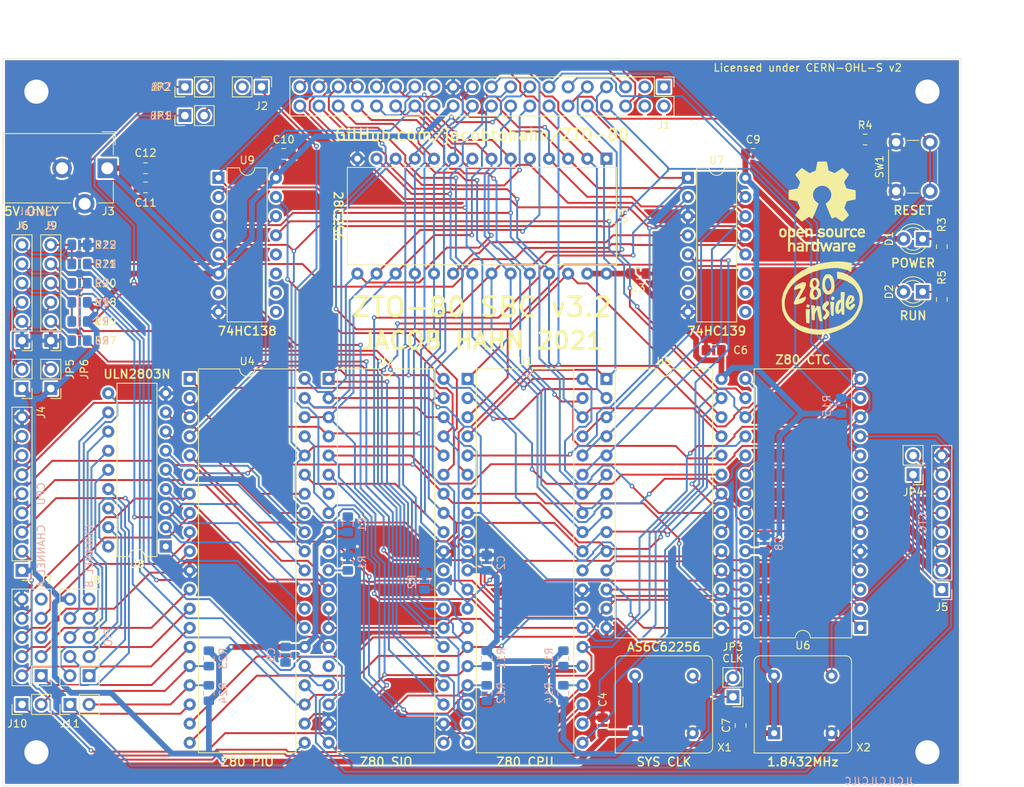
<source format=kicad_pcb>
(kicad_pcb (version 20171130) (host pcbnew "(5.1.6)-1")
  (title_block (title "ZTO-80 SBC") (date 2021-09-26) (rev 3.2) (company "Jacob Hahn"))
  (layers (0 F.Cu signal) (31 B.Cu signal) (34 B.Paste user) (35 F.Paste user) (36 B.SilkS user) (37 F.SilkS user) (38 B.Mask user) (39 F.Mask user) (44 Edge.Cuts user))
  (net 0 "")
  (net 1 VCC)
  (net 2 GND)
  (net 3 "Net-(D1-Pad1)")
  (net 4 /HLT)
  (net 5 "Net-(D2-Pad1)")
  (net 6 /USR4)
  (net 7 /USR3)
  (net 8 /USR2)
  (net 9 /USR1)
  (net 10 /RD)
  (net 11 /IORQ)
  (net 12 /WR)
  (net 13 /MREQ)
  (net 14 /INT)
  (net 15 /RST)
  (net 16 /M1)
  (net 17 /CLK)
  (net 18 /D0)
  (net 19 /D1)
  (net 20 /D2)
  (net 21 /D3)
  (net 22 /D4)
  (net 23 /D5)
  (net 24 /D6)
  (net 25 /D7)
  (net 26 /A0)
  (net 27 /A1)
  (net 28 /A2)
  (net 29 /A3)
  (net 30 /A4)
  (net 31 /A5)
  (net 32 /A6)
  (net 33 /A7)
  (net 34 /A8)
  (net 35 /A9)
  (net 36 /A10)
  (net 37 /A11)
  (net 38 /A12)
  (net 39 /A13)
  (net 40 /A14)
  (net 41 /A15)
  (net 42 /BACK)
  (net 43 /BREQ)
  (net 44 /WAIT)
  (net 45 /RFSH)
  (net 46 /NMI)
  (net 47 /PA7)
  (net 48 /PA6)
  (net 49 /PA5)
  (net 50 /PA4)
  (net 51 /PA3)
  (net 52 /PA2)
  (net 53 /PA1)
  (net 54 /PA0)
  (net 55 /K)
  (net 56 /PB7)
  (net 57 /PB6)
  (net 58 /PB5)
  (net 59 /PB4)
  (net 60 /PB3)
  (net 61 /PB2)
  (net 62 /PB1)
  (net 63 /PB0)
  (net 64 /ASTB)
  (net 65 /ARDY)
  (net 66 /BSTB)
  (net 67 /BRDY)
  (net 68 /CT3)
  (net 69 /ZT2)
  (net 70 /CT2)
  (net 71 /ZT1)
  (net 72 /CT1)
  (net 73 /ZT0)
  (net 74 /CT0)
  (net 75 /TXB)
  (net 76 /RXB)
  (net 77 /IEI)
  (net 78 /RTSA)
  (net 79 /RXA)
  (net 80 /TXA)
  (net 81 /CTSA)
  (net 82 /RTSB)
  (net 83 /CTSB)
  (net 84 "Net-(U2-Pad16)")
  (net 85 /SIOCE)
  (net 86 /BCLK)
  (net 87 "Net-(U2-Pad30)")
  (net 88 "Net-(U2-Pad10)")
  (net 89 "Net-(U2-Pad25)")
  (net 90 /ROMCE)
  (net 91 /DB7)
  (net 92 /DB6)
  (net 93 /DB5)
  (net 94 /DB4)
  (net 95 /DB3)
  (net 96 /DB2)
  (net 97 /DB1)
  (net 98 /DB0)
  (net 99 /PIOIEI)
  (net 100 /PIOCE)
  (net 101 /RAMCE)
  (net 102 /CTCCE)
  (net 103 /IOEN)
  (net 104 /EXIEI)
  (net 105 /SIOIEI)
  (net 106 "Net-(J1-Pad6)")
  (net 107 "Net-(J1-Pad5)")
  (net 108 "Net-(J2-Pad2)")
  (net 109 "Net-(J6-Pad6)")
  (net 110 "Net-(J6-Pad5)")
  (net 111 "Net-(J6-Pad4)")
  (net 112 "Net-(J6-Pad3)")
  (net 113 "Net-(J6-Pad2)")
  (net 114 "Net-(J7-Pad9)")
  (net 115 "Net-(J9-Pad6)")
  (net 116 "Net-(J9-Pad5)")
  (net 117 "Net-(J9-Pad4)")
  (net 118 "Net-(J9-Pad3)")
  (net 119 "Net-(J9-Pad2)")
  (net 120 "Net-(JP3-Pad1)")
  (net 121 "Net-(R1-Pad2)")
  (net 122 "Net-(R2-Pad2)")
  (net 123 "Net-(U7-Pad9)")
  (net 124 "Net-(U7-Pad10)")
  (net 125 "Net-(U7-Pad11)")
  (net 126 "Net-(U7-Pad6)")
  (net 127 "Net-(U7-Pad7)")
  (net 128 "Net-(U9-Pad9)")
  (net 129 "Net-(U9-Pad10)")
  (net 130 "Net-(U9-Pad11)")
  (net 131 "Net-(U9-Pad12)")
  (net 132 "Net-(U9-Pad7)")
  (module Resistor_SMD:R_0805_2012Metric_Pad1.15x1.40mm_HandSolder (layer B.Cu) (at 109.855 140.725 90)
    (fp_text reference R24 (at 0 1.905 90) (layer B.SilkS) (effects (justify mirror)))
    (fp_text value 10k)
    (pad 2 smd roundrect (at 1.025 0 90) (size 1.15 1.4) (layers B.Cu B.Paste B.Mask) (roundrect_rratio 0.217391) (net 66 /BSTB))
    (pad 1 smd roundrect (at -1.025 0 90) (size 1.15 1.4) (layers B.Cu B.Paste B.Mask) (roundrect_rratio 0.217391) (net 1 VCC))
  )
  (module Resistor_SMD:R_0805_2012Metric_Pad1.15x1.40mm_HandSolder (layer B.Cu) (at 109.855 136.135 270)
    (fp_text reference R23 (at 0 -1.905 270) (layer B.SilkS) (effects (justify mirror)))
    (fp_text value 10k)
    (pad 2 smd roundrect (at 1.025 0 270) (size 1.15 1.4) (layers B.Cu B.Paste B.Mask) (roundrect_rratio 0.217391) (net 64 /ASTB))
    (pad 1 smd roundrect (at -1.025 0 270) (size 1.15 1.4) (layers B.Cu B.Paste B.Mask) (roundrect_rratio 0.217391) (net 1 VCC))
  )
  (module Connector_PinHeader_2.54mm:PinHeader_2x20_P2.54mm_Vertical (layer F.Cu) (at 170.18 60.325 270)
    (fp_text reference J1 (at 5.08 0 180) (layer F.SilkS))
    (fp_text value "ZTO-80 Bus")
    (pad 40 thru_hole oval (at 2.54 48.26 270) (size 1.7 1.7) (drill 1) (layers *.Cu *.Mask) (net 41 /A15))
    (pad 39 thru_hole oval (at 0 48.26 270) (size 1.7 1.7) (drill 1) (layers *.Cu *.Mask) (net 40 /A14))
    (pad 38 thru_hole oval (at 2.54 45.72 270) (size 1.7 1.7) (drill 1) (layers *.Cu *.Mask) (net 39 /A13))
    (pad 37 thru_hole oval (at 0 45.72 270) (size 1.7 1.7) (drill 1) (layers *.Cu *.Mask) (net 38 /A12))
    (pad 36 thru_hole oval (at 2.54 43.18 270) (size 1.7 1.7) (drill 1) (layers *.Cu *.Mask) (net 37 /A11))
    (pad 35 thru_hole oval (at 0 43.18 270) (size 1.7 1.7) (drill 1) (layers *.Cu *.Mask) (net 36 /A10))
    (pad 34 thru_hole oval (at 2.54 40.64 270) (size 1.7 1.7) (drill 1) (layers *.Cu *.Mask) (net 35 /A9))
    (pad 33 thru_hole oval (at 0 40.64 270) (size 1.7 1.7) (drill 1) (layers *.Cu *.Mask) (net 34 /A8))
    (pad 32 thru_hole oval (at 2.54 38.1 270) (size 1.7 1.7) (drill 1) (layers *.Cu *.Mask) (net 33 /A7))
    (pad 31 thru_hole oval (at 0 38.1 270) (size 1.7 1.7) (drill 1) (layers *.Cu *.Mask) (net 32 /A6))
    (pad 30 thru_hole oval (at 2.54 35.56 270) (size 1.7 1.7) (drill 1) (layers *.Cu *.Mask) (net 31 /A5))
    (pad 29 thru_hole oval (at 0 35.56 270) (size 1.7 1.7) (drill 1) (layers *.Cu *.Mask) (net 30 /A4))
    (pad 28 thru_hole oval (at 2.54 33.02 270) (size 1.7 1.7) (drill 1) (layers *.Cu *.Mask) (net 29 /A3))
    (pad 27 thru_hole oval (at 0 33.02 270) (size 1.7 1.7) (drill 1) (layers *.Cu *.Mask) (net 28 /A2))
    (pad 26 thru_hole oval (at 2.54 30.48 270) (size 1.7 1.7) (drill 1) (layers *.Cu *.Mask) (net 27 /A1))
    (pad 25 thru_hole oval (at 0 30.48 270) (size 1.7 1.7) (drill 1) (layers *.Cu *.Mask) (net 26 /A0))
    (pad 24 thru_hole oval (at 2.54 27.94 270) (size 1.7 1.7) (drill 1) (layers *.Cu *.Mask) (net 1 VCC))
    (pad 23 thru_hole oval (at 0 27.94 270) (size 1.7 1.7) (drill 1) (layers *.Cu *.Mask) (net 2 GND))
    (pad 22 thru_hole oval (at 2.54 25.4 270) (size 1.7 1.7) (drill 1) (layers *.Cu *.Mask) (net 25 /D7))
    (pad 21 thru_hole oval (at 0 25.4 270) (size 1.7 1.7) (drill 1) (layers *.Cu *.Mask) (net 24 /D6))
    (pad 20 thru_hole oval (at 2.54 22.86 270) (size 1.7 1.7) (drill 1) (layers *.Cu *.Mask) (net 23 /D5))
    (pad 19 thru_hole oval (at 0 22.86 270) (size 1.7 1.7) (drill 1) (layers *.Cu *.Mask) (net 22 /D4))
    (pad 18 thru_hole oval (at 2.54 20.32 270) (size 1.7 1.7) (drill 1) (layers *.Cu *.Mask) (net 21 /D3))
    (pad 17 thru_hole oval (at 0 20.32 270) (size 1.7 1.7) (drill 1) (layers *.Cu *.Mask) (net 20 /D2))
    (pad 16 thru_hole oval (at 2.54 17.78 270) (size 1.7 1.7) (drill 1) (layers *.Cu *.Mask) (net 19 /D1))
    (pad 15 thru_hole oval (at 0 17.78 270) (size 1.7 1.7) (drill 1) (layers *.Cu *.Mask) (net 18 /D0))
    (pad 14 thru_hole oval (at 2.54 15.24 270) (size 1.7 1.7) (drill 1) (layers *.Cu *.Mask) (net 17 /CLK))
    (pad 13 thru_hole oval (at 0 15.24 270) (size 1.7 1.7) (drill 1) (layers *.Cu *.Mask) (net 16 /M1))
    (pad 12 thru_hole oval (at 2.54 12.7 270) (size 1.7 1.7) (drill 1) (layers *.Cu *.Mask) (net 15 /RST))
    (pad 11 thru_hole oval (at 0 12.7 270) (size 1.7 1.7) (drill 1) (layers *.Cu *.Mask) (net 14 /INT))
    (pad 10 thru_hole oval (at 2.54 10.16 270) (size 1.7 1.7) (drill 1) (layers *.Cu *.Mask) (net 13 /MREQ))
    (pad 9 thru_hole oval (at 0 10.16 270) (size 1.7 1.7) (drill 1) (layers *.Cu *.Mask) (net 12 /WR))
    (pad 8 thru_hole oval (at 2.54 7.62 270) (size 1.7 1.7) (drill 1) (layers *.Cu *.Mask) (net 11 /IORQ))
    (pad 7 thru_hole oval (at 0 7.62 270) (size 1.7 1.7) (drill 1) (layers *.Cu *.Mask) (net 10 /RD))
    (pad 6 thru_hole oval (at 2.54 5.08 270) (size 1.7 1.7) (drill 1) (layers *.Cu *.Mask) (net 106 "Net-(J1-Pad6)"))
    (pad 5 thru_hole oval (at 0 5.08 270) (size 1.7 1.7) (drill 1) (layers *.Cu *.Mask) (net 107 "Net-(J1-Pad5)"))
    (pad 4 thru_hole oval (at 2.54 2.54 270) (size 1.7 1.7) (drill 1) (layers *.Cu *.Mask) (net 9 /USR1))
    (pad 3 thru_hole oval (at 0 2.54 270) (size 1.7 1.7) (drill 1) (layers *.Cu *.Mask) (net 8 /USR2))
    (pad 2 thru_hole oval (at 2.54 0 270) (size 1.7 1.7) (drill 1) (layers *.Cu *.Mask) (net 7 /USR3))
    (pad 1 thru_hole rect (at 0 0 270) (size 1.7 1.7) (drill 1) (layers *.Cu *.Mask) (net 6 /USR4))
  )
  (module Connector_PinHeader_2.54mm:PinHeader_1x02_P2.54mm_Vertical (layer F.Cu) (at 179.324 141.224 180)
    (fp_text reference JP3 (at 0 6.604) (layer F.SilkS))
    (fp_text value Jumper_2_Open)
    (pad 2 thru_hole oval (at 0 2.54 180) (size 1.7 1.7) (drill 1) (layers *.Cu *.Mask) (net 17 /CLK))
    (pad 1 thru_hole rect (at 0 0 180) (size 1.7 1.7) (drill 1) (layers *.Cu *.Mask) (net 120 "Net-(JP3-Pad1)"))
  )
  (module Resistor_SMD:R_0805_2012Metric_Pad1.15x1.40mm_HandSolder (layer B.Cu) (at 138.43 125.975 270)
    (fp_text reference R2 (at 0 1.65 270) (layer B.SilkS) (effects (justify mirror)))
    (fp_text value 10k)
    (pad 2 smd roundrect (at 1.025 0 270) (size 1.15 1.4) (layers B.Cu B.Paste B.Mask) (roundrect_rratio 0.217391) (net 122 "Net-(R2-Pad2)"))
    (pad 1 smd roundrect (at -1.025 0 270) (size 1.15 1.4) (layers B.Cu B.Paste B.Mask) (roundrect_rratio 0.217391) (net 2 GND))
  )
  (module Resistor_SMD:R_0805_2012Metric_Pad1.15x1.40mm_HandSolder (layer B.Cu) (at 128.27 123.435 270)
    (fp_text reference R1 (at 0 -1.905 270) (layer B.SilkS) (effects (justify mirror)))
    (fp_text value 10k)
    (pad 2 smd roundrect (at 1.025 0 270) (size 1.15 1.4) (layers B.Cu B.Paste B.Mask) (roundrect_rratio 0.217391) (net 121 "Net-(R1-Pad2)"))
    (pad 1 smd roundrect (at -1.025 0 270) (size 1.15 1.4) (layers B.Cu B.Paste B.Mask) (roundrect_rratio 0.217391) (net 2 GND))
  )
  (module Package_DIP:DIP-40_W15.24mm (layer F.Cu) (at 125.73 99.06)
    (fp_text reference U2 (at 7.62 -2.33) (layer F.SilkS))
    (fp_text value Z80SIO0)
    (pad 40 thru_hole oval (at 15.24 0) (size 1.6 1.6) (drill 0.8) (layers *.Cu *.Mask) (net 18 /D0))
    (pad 20 thru_hole oval (at 0 48.26) (size 1.6 1.6) (drill 0.8) (layers *.Cu *.Mask) (net 17 /CLK))
    (pad 39 thru_hole oval (at 15.24 2.54) (size 1.6 1.6) (drill 0.8) (layers *.Cu *.Mask) (net 20 /D2))
    (pad 19 thru_hole oval (at 0 45.72) (size 1.6 1.6) (drill 0.8) (layers *.Cu *.Mask) (net 2 GND))
    (pad 38 thru_hole oval (at 15.24 5.08) (size 1.6 1.6) (drill 0.8) (layers *.Cu *.Mask) (net 22 /D4))
    (pad 18 thru_hole oval (at 0 43.18) (size 1.6 1.6) (drill 0.8) (layers *.Cu *.Mask) (net 81 /CTSA))
    (pad 37 thru_hole oval (at 15.24 7.62) (size 1.6 1.6) (drill 0.8) (layers *.Cu *.Mask) (net 24 /D6))
    (pad 17 thru_hole oval (at 0 40.64) (size 1.6 1.6) (drill 0.8) (layers *.Cu *.Mask) (net 78 /RTSA))
    (pad 36 thru_hole oval (at 15.24 10.16) (size 1.6 1.6) (drill 0.8) (layers *.Cu *.Mask) (net 11 /IORQ))
    (pad 16 thru_hole oval (at 0 38.1) (size 1.6 1.6) (drill 0.8) (layers *.Cu *.Mask) (net 84 "Net-(U2-Pad16)"))
    (pad 35 thru_hole oval (at 15.24 12.7) (size 1.6 1.6) (drill 0.8) (layers *.Cu *.Mask) (net 85 /SIOCE))
    (pad 15 thru_hole oval (at 0 35.56) (size 1.6 1.6) (drill 0.8) (layers *.Cu *.Mask) (net 80 /TXA))
    (pad 34 thru_hole oval (at 15.24 15.24) (size 1.6 1.6) (drill 0.8) (layers *.Cu *.Mask) (net 26 /A0))
    (pad 14 thru_hole oval (at 0 33.02) (size 1.6 1.6) (drill 0.8) (layers *.Cu *.Mask) (net 86 /BCLK))
    (pad 33 thru_hole oval (at 15.24 17.78) (size 1.6 1.6) (drill 0.8) (layers *.Cu *.Mask) (net 27 /A1))
    (pad 13 thru_hole oval (at 0 30.48) (size 1.6 1.6) (drill 0.8) (layers *.Cu *.Mask) (net 86 /BCLK))
    (pad 32 thru_hole oval (at 15.24 20.32) (size 1.6 1.6) (drill 0.8) (layers *.Cu *.Mask) (net 10 /RD))
    (pad 12 thru_hole oval (at 0 27.94) (size 1.6 1.6) (drill 0.8) (layers *.Cu *.Mask) (net 79 /RXA))
    (pad 31 thru_hole oval (at 15.24 22.86) (size 1.6 1.6) (drill 0.8) (layers *.Cu *.Mask) (net 2 GND))
    (pad 11 thru_hole oval (at 0 25.4) (size 1.6 1.6) (drill 0.8) (layers *.Cu *.Mask) (net 121 "Net-(R1-Pad2)"))
    (pad 30 thru_hole oval (at 15.24 25.4) (size 1.6 1.6) (drill 0.8) (layers *.Cu *.Mask) (net 87 "Net-(U2-Pad30)"))
    (pad 10 thru_hole oval (at 0 22.86) (size 1.6 1.6) (drill 0.8) (layers *.Cu *.Mask) (net 88 "Net-(U2-Pad10)"))
    (pad 29 thru_hole oval (at 15.24 27.94) (size 1.6 1.6) (drill 0.8) (layers *.Cu *.Mask) (net 122 "Net-(R2-Pad2)"))
    (pad 9 thru_hole oval (at 0 20.32) (size 1.6 1.6) (drill 0.8) (layers *.Cu *.Mask) (net 1 VCC))
    (pad 28 thru_hole oval (at 15.24 30.48) (size 1.6 1.6) (drill 0.8) (layers *.Cu *.Mask) (net 76 /RXB))
    (pad 8 thru_hole oval (at 0 17.78) (size 1.6 1.6) (drill 0.8) (layers *.Cu *.Mask) (net 16 /M1))
    (pad 27 thru_hole oval (at 15.24 33.02) (size 1.6 1.6) (drill 0.8) (layers *.Cu *.Mask) (net 86 /BCLK))
    (pad 7 thru_hole oval (at 0 15.24) (size 1.6 1.6) (drill 0.8) (layers *.Cu *.Mask) (net 104 /EXIEI))
    (pad 26 thru_hole oval (at 15.24 35.56) (size 1.6 1.6) (drill 0.8) (layers *.Cu *.Mask) (net 75 /TXB))
    (pad 6 thru_hole oval (at 0 12.7) (size 1.6 1.6) (drill 0.8) (layers *.Cu *.Mask) (net 105 /SIOIEI))
    (pad 25 thru_hole oval (at 15.24 38.1) (size 1.6 1.6) (drill 0.8) (layers *.Cu *.Mask) (net 89 "Net-(U2-Pad25)"))
    (pad 5 thru_hole oval (at 0 10.16) (size 1.6 1.6) (drill 0.8) (layers *.Cu *.Mask) (net 14 /INT))
    (pad 24 thru_hole oval (at 15.24 40.64) (size 1.6 1.6) (drill 0.8) (layers *.Cu *.Mask) (net 82 /RTSB))
    (pad 4 thru_hole oval (at 0 7.62) (size 1.6 1.6) (drill 0.8) (layers *.Cu *.Mask) (net 25 /D7))
    (pad 23 thru_hole oval (at 15.24 43.18) (size 1.6 1.6) (drill 0.8) (layers *.Cu *.Mask) (net 83 /CTSB))
    (pad 3 thru_hole oval (at 0 5.08) (size 1.6 1.6) (drill 0.8) (layers *.Cu *.Mask) (net 23 /D5))
    (pad 22 thru_hole oval (at 15.24 45.72) (size 1.6 1.6) (drill 0.8) (layers *.Cu *.Mask) (net 2 GND))
    (pad 2 thru_hole oval (at 0 2.54) (size 1.6 1.6) (drill 0.8) (layers *.Cu *.Mask) (net 21 /D3))
    (pad 21 thru_hole oval (at 15.24 48.26) (size 1.6 1.6) (drill 0.8) (layers *.Cu *.Mask) (net 15 /RST))
    (pad 1 thru_hole rect (at 0 0) (size 1.6 1.6) (drill 0.8) (layers *.Cu *.Mask) (net 19 /D1))
  )
  (module Symbol:OSHW-Logo_11.4x12mm_SilkScreen (layer F.Cu) (at 191.135 76.2)
    (fp_text reference REF** hide)
    (fp_text value OSHW-Logo_11.4x12mm_SilkScreen hide)
  )
  (module Connector_PinHeader_2.54mm:PinHeader_1x02_P2.54mm_Vertical (layer F.Cu) (at 116.84 60.325 270)
    (fp_text reference J2 (at 2.54 0 180) (layer F.SilkS))
    (fp_text value Conn_01x02)
    (pad 1 thru_hole rect (at 0 0 270) (size 1.7 1.7) (drill 1) (layers *.Cu *.Mask) (net 104 /EXIEI))
    (pad 2 thru_hole oval (at 0 2.54 270) (size 1.7 1.7) (drill 1) (layers *.Cu *.Mask) (net 108 "Net-(J2-Pad2)"))
  )
  (module Logo:Z80_inside (layer F.Cu) (at 191.135 88.265)
    (fp_text reference G*** hide)
    (fp_text value LOGO hide)
  )
  (module Capacitor_SMD:C_0805_2012Metric_Pad1.15x1.40mm_HandSolder (layer F.Cu) (at 101.464 71.12)
    (fp_text reference C12 (at 0 -2.032) (layer F.SilkS))
    (fp_text value 10u)
    (pad 1 smd roundrect (at -1.025 0) (size 1.15 1.4) (layers F.Cu F.Paste F.Mask) (roundrect_rratio 0.217391) (net 1 VCC))
    (pad 2 smd roundrect (at 1.025 0) (size 1.15 1.4) (layers F.Cu F.Paste F.Mask) (roundrect_rratio 0.217391) (net 2 GND))
  )
  (module Capacitor_SMD:C_0805_2012Metric_Pad1.15x1.40mm_HandSolder (layer F.Cu) (at 180.34 145.025 90)
    (fp_text reference C7 (at 0 -1.905 90) (layer F.SilkS))
    (fp_text value 0.1u)
    (pad 1 smd roundrect (at -1.025 0 90) (size 1.15 1.4) (layers F.Cu F.Paste F.Mask) (roundrect_rratio 0.217391) (net 1 VCC))
    (pad 2 smd roundrect (at 1.025 0 90) (size 1.15 1.4) (layers F.Cu F.Paste F.Mask) (roundrect_rratio 0.217391) (net 2 GND))
  )
  (module Capacitor_SMD:C_0805_2012Metric_Pad1.15x1.40mm_HandSolder (layer F.Cu) (at 162.052 145.025 90)
    (fp_text reference C4 (at 3.42 0 90) (layer F.SilkS))
    (fp_text value 0.1u)
    (pad 1 smd roundrect (at -1.025 0 90) (size 1.15 1.4) (layers F.Cu F.Paste F.Mask) (roundrect_rratio 0.217391) (net 1 VCC))
    (pad 2 smd roundrect (at 1.025 0 90) (size 1.15 1.4) (layers F.Cu F.Paste F.Mask) (roundrect_rratio 0.217391) (net 2 GND))
  )
  (module MountingHole:MountingHole_3.2mm_M3_Pad (layer F.Cu) (at 86.995 60.96)
    (fp_text reference Mount1 hide)
    (fp_text value MountingHole_3.2mm_M3_Pad)
    (pad 1 thru_hole circle (at 0 0) (size 6.4 6.4) (drill 3.200001) (layers *.Cu *.Mask) (net 2 GND))
  )
  (module MountingHole:MountingHole_3.2mm_M3_Pad (layer F.Cu) (at 205.105 60.96)
    (fp_text reference Mount2 hide)
    (fp_text value MountingHole_3.2mm_M3_Pad)
    (pad 1 thru_hole circle (at 0 0) (size 6.4 6.4) (drill 3.200001) (layers *.Cu *.Mask) (net 2 GND))
  )
  (module MountingHole:MountingHole_3.2mm_M3_Pad (layer F.Cu) (at 205.105 148.59)
    (fp_text reference Mount3 hide)
    (fp_text value MountingHole_3.2mm_M3_Pad)
    (pad 1 thru_hole circle (at 0 0) (size 6.4 6.4) (drill 3.200001) (layers *.Cu *.Mask) (net 2 GND))
  )
  (module MountingHole:MountingHole_3.2mm_M3_Pad (layer F.Cu) (at 86.995 148.59)
    (fp_text reference Mount4 hide)
    (fp_text value MountingHole_3.2mm_M3_Pad)
    (pad 1 thru_hole circle (at 0 0) (size 6.4 6.4) (drill 3.200001) (layers *.Cu *.Mask) (net 2 GND))
  )
  (module Oscillator:Oscillator_DIP-8 (layer F.Cu) (at 184.785 146.05)
    (fp_text reference X2 (at 10.795 1.905) (layer F.SilkS) (effects (justify left)))
    (fp_text value 1.8432MHz)
    (pad 1 thru_hole rect (at 0 0) (size 1.6 1.6) (drill 0.8) (layers *.Cu *.Mask) (net 1 VCC))
    (pad 8 thru_hole circle (at 0 -7.62) (size 1.6 1.6) (drill 0.8) (layers *.Cu *.Mask) (net 1 VCC))
    (pad 5 thru_hole circle (at 7.62 -7.62) (size 1.6 1.6) (drill 0.8) (layers *.Cu *.Mask) (net 86 /BCLK))
    (pad 4 thru_hole circle (at 7.62 0) (size 1.6 1.6) (drill 0.8) (layers *.Cu *.Mask) (net 2 GND))
  )
  (module Oscillator:Oscillator_DIP-8 (layer F.Cu) (at 166.37 146.05)
    (fp_text reference X1 (at 10.795 1.905) (layer F.SilkS) (effects (justify left)))
    (fp_text value SYS_CLK)
    (pad 1 thru_hole rect (at 0 0) (size 1.6 1.6) (drill 0.8) (layers *.Cu *.Mask) (net 1 VCC))
    (pad 8 thru_hole circle (at 0 -7.62) (size 1.6 1.6) (drill 0.8) (layers *.Cu *.Mask) (net 1 VCC))
    (pad 5 thru_hole circle (at 7.62 -7.62) (size 1.6 1.6) (drill 0.8) (layers *.Cu *.Mask) (net 120 "Net-(JP3-Pad1)"))
    (pad 4 thru_hole circle (at 7.62 0) (size 1.6 1.6) (drill 0.8) (layers *.Cu *.Mask) (net 2 GND))
  )
  (module Package_DIP:DIP-16_W7.62mm (layer F.Cu) (at 111.125 72.39)
    (fp_text reference U9 (at 3.81 -2.33) (layer F.SilkS))
    (fp_text value 74HC138)
    (pad 1 thru_hole rect (at 0 0) (size 1.6 1.6) (drill 0.8) (layers *.Cu *.Mask) (net 28 /A2))
    (pad 9 thru_hole oval (at 7.62 17.78) (size 1.6 1.6) (drill 0.8) (layers *.Cu *.Mask) (net 128 "Net-(U9-Pad9)"))
    (pad 2 thru_hole oval (at 0 2.54) (size 1.6 1.6) (drill 0.8) (layers *.Cu *.Mask) (net 29 /A3))
    (pad 10 thru_hole oval (at 7.62 15.24) (size 1.6 1.6) (drill 0.8) (layers *.Cu *.Mask) (net 129 "Net-(U9-Pad10)"))
    (pad 3 thru_hole oval (at 0 5.08) (size 1.6 1.6) (drill 0.8) (layers *.Cu *.Mask) (net 30 /A4))
    (pad 11 thru_hole oval (at 7.62 12.7) (size 1.6 1.6) (drill 0.8) (layers *.Cu *.Mask) (net 130 "Net-(U9-Pad11)"))
    (pad 4 thru_hole oval (at 0 7.62) (size 1.6 1.6) (drill 0.8) (layers *.Cu *.Mask) (net 11 /IORQ))
    (pad 12 thru_hole oval (at 7.62 10.16) (size 1.6 1.6) (drill 0.8) (layers *.Cu *.Mask) (net 131 "Net-(U9-Pad12)"))
    (pad 5 thru_hole oval (at 0 10.16) (size 1.6 1.6) (drill 0.8) (layers *.Cu *.Mask) (net 103 /IOEN))
    (pad 13 thru_hole oval (at 7.62 7.62) (size 1.6 1.6) (drill 0.8) (layers *.Cu *.Mask) (net 102 /CTCCE))
    (pad 6 thru_hole oval (at 0 12.7) (size 1.6 1.6) (drill 0.8) (layers *.Cu *.Mask) (net 1 VCC))
    (pad 14 thru_hole oval (at 7.62 5.08) (size 1.6 1.6) (drill 0.8) (layers *.Cu *.Mask) (net 100 /PIOCE))
    (pad 7 thru_hole oval (at 0 15.24) (size 1.6 1.6) (drill 0.8) (layers *.Cu *.Mask) (net 132 "Net-(U9-Pad7)"))
    (pad 15 thru_hole oval (at 7.62 2.54) (size 1.6 1.6) (drill 0.8) (layers *.Cu *.Mask) (net 85 /SIOCE))
    (pad 8 thru_hole oval (at 0 17.78) (size 1.6 1.6) (drill 0.8) (layers *.Cu *.Mask) (net 2 GND))
    (pad 16 thru_hole oval (at 7.62 0) (size 1.6 1.6) (drill 0.8) (layers *.Cu *.Mask) (net 1 VCC))
  )
  (module Package_DIP:DIP-18_W7.62mm (layer F.Cu) (at 104.14 121.285 180)
    (fp_text reference U8 (at 3.81 -2.33) (layer F.SilkS))
    (fp_text value ULN2803A)
    (pad 1 thru_hole rect (at 0 0 180) (size 1.6 1.6) (drill 0.8) (layers *.Cu *.Mask) (net 98 /DB0))
    (pad 10 thru_hole oval (at 7.62 20.32 180) (size 1.6 1.6) (drill 0.8) (layers *.Cu *.Mask) (net 55 /K))
    (pad 2 thru_hole oval (at 0 2.54 180) (size 1.6 1.6) (drill 0.8) (layers *.Cu *.Mask) (net 97 /DB1))
    (pad 11 thru_hole oval (at 7.62 17.78 180) (size 1.6 1.6) (drill 0.8) (layers *.Cu *.Mask) (net 56 /PB7))
    (pad 3 thru_hole oval (at 0 5.08 180) (size 1.6 1.6) (drill 0.8) (layers *.Cu *.Mask) (net 96 /DB2))
    (pad 12 thru_hole oval (at 7.62 15.24 180) (size 1.6 1.6) (drill 0.8) (layers *.Cu *.Mask) (net 57 /PB6))
    (pad 4 thru_hole oval (at 0 7.62 180) (size 1.6 1.6) (drill 0.8) (layers *.Cu *.Mask) (net 95 /DB3))
    (pad 13 thru_hole oval (at 7.62 12.7 180) (size 1.6 1.6) (drill 0.8) (layers *.Cu *.Mask) (net 58 /PB5))
    (pad 5 thru_hole oval (at 0 10.16 180) (size 1.6 1.6) (drill 0.8) (layers *.Cu *.Mask) (net 94 /DB4))
    (pad 14 thru_hole oval (at 7.62 10.16 180) (size 1.6 1.6) (drill 0.8) (layers *.Cu *.Mask) (net 59 /PB4))
    (pad 6 thru_hole oval (at 0 12.7 180) (size 1.6 1.6) (drill 0.8) (layers *.Cu *.Mask) (net 93 /DB5))
    (pad 15 thru_hole oval (at 7.62 7.62 180) (size 1.6 1.6) (drill 0.8) (layers *.Cu *.Mask) (net 60 /PB3))
    (pad 7 thru_hole oval (at 0 15.24 180) (size 1.6 1.6) (drill 0.8) (layers *.Cu *.Mask) (net 92 /DB6))
    (pad 16 thru_hole oval (at 7.62 5.08 180) (size 1.6 1.6) (drill 0.8) (layers *.Cu *.Mask) (net 61 /PB2))
    (pad 8 thru_hole oval (at 0 17.78 180) (size 1.6 1.6) (drill 0.8) (layers *.Cu *.Mask) (net 91 /DB7))
    (pad 17 thru_hole oval (at 7.62 2.54 180) (size 1.6 1.6) (drill 0.8) (layers *.Cu *.Mask) (net 62 /PB1))
    (pad 9 thru_hole oval (at 0 20.32 180) (size 1.6 1.6) (drill 0.8) (layers *.Cu *.Mask) (net 2 GND))
    (pad 18 thru_hole oval (at 7.62 0 180) (size 1.6 1.6) (drill 0.8) (layers *.Cu *.Mask) (net 63 /PB0))
  )
  (module Package_DIP:DIP-16_W7.62mm (layer F.Cu) (at 173.355 72.39)
    (fp_text reference U7 (at 3.81 -2.33) (layer F.SilkS))
    (fp_text value 74HC139)
    (pad 1 thru_hole rect (at 0 0) (size 1.6 1.6) (drill 0.8) (layers *.Cu *.Mask) (net 13 /MREQ))
    (pad 9 thru_hole oval (at 7.62 17.78) (size 1.6 1.6) (drill 0.8) (layers *.Cu *.Mask) (net 123 "Net-(U7-Pad9)"))
    (pad 2 thru_hole oval (at 0 2.54) (size 1.6 1.6) (drill 0.8) (layers *.Cu *.Mask) (net 41 /A15))
    (pad 10 thru_hole oval (at 7.62 15.24) (size 1.6 1.6) (drill 0.8) (layers *.Cu *.Mask) (net 124 "Net-(U7-Pad10)"))
    (pad 3 thru_hole oval (at 0 5.08) (size 1.6 1.6) (drill 0.8) (layers *.Cu *.Mask) (net 2 GND))
    (pad 11 thru_hole oval (at 7.62 12.7) (size 1.6 1.6) (drill 0.8) (layers *.Cu *.Mask) (net 125 "Net-(U7-Pad11)"))
    (pad 4 thru_hole oval (at 0 7.62) (size 1.6 1.6) (drill 0.8) (layers *.Cu *.Mask) (net 90 /ROMCE))
    (pad 12 thru_hole oval (at 7.62 10.16) (size 1.6 1.6) (drill 0.8) (layers *.Cu *.Mask) (net 103 /IOEN))
    (pad 5 thru_hole oval (at 0 10.16) (size 1.6 1.6) (drill 0.8) (layers *.Cu *.Mask) (net 101 /RAMCE))
    (pad 13 thru_hole oval (at 7.62 7.62) (size 1.6 1.6) (drill 0.8) (layers *.Cu *.Mask) (net 31 /A5))
    (pad 6 thru_hole oval (at 0 12.7) (size 1.6 1.6) (drill 0.8) (layers *.Cu *.Mask) (net 126 "Net-(U7-Pad6)"))
    (pad 14 thru_hole oval (at 7.62 5.08) (size 1.6 1.6) (drill 0.8) (layers *.Cu *.Mask) (net 32 /A6))
    (pad 7 thru_hole oval (at 0 15.24) (size 1.6 1.6) (drill 0.8) (layers *.Cu *.Mask) (net 127 "Net-(U7-Pad7)"))
    (pad 15 thru_hole oval (at 7.62 2.54) (size 1.6 1.6) (drill 0.8) (layers *.Cu *.Mask) (net 33 /A7))
    (pad 8 thru_hole oval (at 0 17.78) (size 1.6 1.6) (drill 0.8) (layers *.Cu *.Mask) (net 2 GND))
    (pad 16 thru_hole oval (at 7.62 0) (size 1.6 1.6) (drill 0.8) (layers *.Cu *.Mask) (net 1 VCC))
  )
  (module Package_DIP:DIP-28_W15.24mm (layer F.Cu) (at 196.215 132.08 180)
    (fp_text reference U6 (at 7.62 -2.33) (layer F.SilkS))
    (fp_text value Z80CTC)
    (pad 1 thru_hole rect (at 0 0 180) (size 1.6 1.6) (drill 0.8) (layers *.Cu *.Mask) (net 22 /D4))
    (pad 15 thru_hole oval (at 15.24 33.02 180) (size 1.6 1.6) (drill 0.8) (layers *.Cu *.Mask) (net 17 /CLK))
    (pad 2 thru_hole oval (at 0 2.54 180) (size 1.6 1.6) (drill 0.8) (layers *.Cu *.Mask) (net 23 /D5))
    (pad 16 thru_hole oval (at 15.24 30.48 180) (size 1.6 1.6) (drill 0.8) (layers *.Cu *.Mask) (net 102 /CTCCE))
    (pad 3 thru_hole oval (at 0 5.08 180) (size 1.6 1.6) (drill 0.8) (layers *.Cu *.Mask) (net 24 /D6))
    (pad 17 thru_hole oval (at 15.24 27.94 180) (size 1.6 1.6) (drill 0.8) (layers *.Cu *.Mask) (net 15 /RST))
    (pad 4 thru_hole oval (at 0 7.62 180) (size 1.6 1.6) (drill 0.8) (layers *.Cu *.Mask) (net 25 /D7))
    (pad 18 thru_hole oval (at 15.24 25.4 180) (size 1.6 1.6) (drill 0.8) (layers *.Cu *.Mask) (net 26 /A0))
    (pad 5 thru_hole oval (at 0 10.16 180) (size 1.6 1.6) (drill 0.8) (layers *.Cu *.Mask) (net 2 GND))
    (pad 19 thru_hole oval (at 15.24 22.86 180) (size 1.6 1.6) (drill 0.8) (layers *.Cu *.Mask) (net 27 /A1))
    (pad 6 thru_hole oval (at 0 12.7 180) (size 1.6 1.6) (drill 0.8) (layers *.Cu *.Mask) (net 10 /RD))
    (pad 20 thru_hole oval (at 15.24 20.32 180) (size 1.6 1.6) (drill 0.8) (layers *.Cu *.Mask) (net 68 /CT3))
    (pad 7 thru_hole oval (at 0 15.24 180) (size 1.6 1.6) (drill 0.8) (layers *.Cu *.Mask) (net 73 /ZT0))
    (pad 21 thru_hole oval (at 15.24 17.78 180) (size 1.6 1.6) (drill 0.8) (layers *.Cu *.Mask) (net 70 /CT2))
    (pad 8 thru_hole oval (at 0 17.78 180) (size 1.6 1.6) (drill 0.8) (layers *.Cu *.Mask) (net 71 /ZT1))
    (pad 22 thru_hole oval (at 15.24 15.24 180) (size 1.6 1.6) (drill 0.8) (layers *.Cu *.Mask) (net 72 /CT1))
    (pad 9 thru_hole oval (at 0 20.32 180) (size 1.6 1.6) (drill 0.8) (layers *.Cu *.Mask) (net 69 /ZT2))
    (pad 23 thru_hole oval (at 15.24 12.7 180) (size 1.6 1.6) (drill 0.8) (layers *.Cu *.Mask) (net 74 /CT0))
    (pad 10 thru_hole oval (at 0 22.86 180) (size 1.6 1.6) (drill 0.8) (layers *.Cu *.Mask) (net 11 /IORQ))
    (pad 24 thru_hole oval (at 15.24 10.16 180) (size 1.6 1.6) (drill 0.8) (layers *.Cu *.Mask) (net 1 VCC))
    (pad 11 thru_hole oval (at 0 25.4 180) (size 1.6 1.6) (drill 0.8) (layers *.Cu *.Mask) (net 99 /PIOIEI))
    (pad 25 thru_hole oval (at 15.24 7.62 180) (size 1.6 1.6) (drill 0.8) (layers *.Cu *.Mask) (net 18 /D0))
    (pad 12 thru_hole oval (at 0 27.94 180) (size 1.6 1.6) (drill 0.8) (layers *.Cu *.Mask) (net 14 /INT))
    (pad 26 thru_hole oval (at 15.24 5.08 180) (size 1.6 1.6) (drill 0.8) (layers *.Cu *.Mask) (net 19 /D1))
    (pad 13 thru_hole oval (at 0 30.48 180) (size 1.6 1.6) (drill 0.8) (layers *.Cu *.Mask) (net 77 /IEI))
    (pad 27 thru_hole oval (at 15.24 2.54 180) (size 1.6 1.6) (drill 0.8) (layers *.Cu *.Mask) (net 20 /D2))
    (pad 14 thru_hole oval (at 0 33.02 180) (size 1.6 1.6) (drill 0.8) (layers *.Cu *.Mask) (net 16 /M1))
    (pad 28 thru_hole oval (at 15.24 0 180) (size 1.6 1.6) (drill 0.8) (layers *.Cu *.Mask) (net 21 /D3))
  )
  (module Package_DIP:DIP-28_W15.24mm (layer F.Cu) (at 162.56 99.06)
    (fp_text reference U5 (at 7.62 -2.33) (layer F.SilkS))
    (fp_text value AS6C62256)
    (pad 28 thru_hole oval (at 15.24 0) (size 1.6 1.6) (drill 0.8) (layers *.Cu *.Mask) (net 1 VCC))
    (pad 14 thru_hole oval (at 0 33.02) (size 1.6 1.6) (drill 0.8) (layers *.Cu *.Mask) (net 2 GND))
    (pad 27 thru_hole oval (at 15.24 2.54) (size 1.6 1.6) (drill 0.8) (layers *.Cu *.Mask) (net 12 /WR))
    (pad 13 thru_hole oval (at 0 30.48) (size 1.6 1.6) (drill 0.8) (layers *.Cu *.Mask) (net 20 /D2))
    (pad 26 thru_hole oval (at 15.24 5.08) (size 1.6 1.6) (drill 0.8) (layers *.Cu *.Mask) (net 39 /A13))
    (pad 12 thru_hole oval (at 0 27.94) (size 1.6 1.6) (drill 0.8) (layers *.Cu *.Mask) (net 19 /D1))
    (pad 25 thru_hole oval (at 15.24 7.62) (size 1.6 1.6) (drill 0.8) (layers *.Cu *.Mask) (net 34 /A8))
    (pad 11 thru_hole oval (at 0 25.4) (size 1.6 1.6) (drill 0.8) (layers *.Cu *.Mask) (net 18 /D0))
    (pad 24 thru_hole oval (at 15.24 10.16) (size 1.6 1.6) (drill 0.8) (layers *.Cu *.Mask) (net 35 /A9))
    (pad 10 thru_hole oval (at 0 22.86) (size 1.6 1.6) (drill 0.8) (layers *.Cu *.Mask) (net 26 /A0))
    (pad 23 thru_hole oval (at 15.24 12.7) (size 1.6 1.6) (drill 0.8) (layers *.Cu *.Mask) (net 37 /A11))
    (pad 9 thru_hole oval (at 0 20.32) (size 1.6 1.6) (drill 0.8) (layers *.Cu *.Mask) (net 27 /A1))
    (pad 22 thru_hole oval (at 15.24 15.24) (size 1.6 1.6) (drill 0.8) (layers *.Cu *.Mask) (net 10 /RD))
    (pad 8 thru_hole oval (at 0 17.78) (size 1.6 1.6) (drill 0.8) (layers *.Cu *.Mask) (net 28 /A2))
    (pad 21 thru_hole oval (at 15.24 17.78) (size 1.6 1.6) (drill 0.8) (layers *.Cu *.Mask) (net 36 /A10))
    (pad 7 thru_hole oval (at 0 15.24) (size 1.6 1.6) (drill 0.8) (layers *.Cu *.Mask) (net 29 /A3))
    (pad 20 thru_hole oval (at 15.24 20.32) (size 1.6 1.6) (drill 0.8) (layers *.Cu *.Mask) (net 101 /RAMCE))
    (pad 6 thru_hole oval (at 0 12.7) (size 1.6 1.6) (drill 0.8) (layers *.Cu *.Mask) (net 30 /A4))
    (pad 19 thru_hole oval (at 15.24 22.86) (size 1.6 1.6) (drill 0.8) (layers *.Cu *.Mask) (net 25 /D7))
    (pad 5 thru_hole oval (at 0 10.16) (size 1.6 1.6) (drill 0.8) (layers *.Cu *.Mask) (net 31 /A5))
    (pad 18 thru_hole oval (at 15.24 25.4) (size 1.6 1.6) (drill 0.8) (layers *.Cu *.Mask) (net 24 /D6))
    (pad 4 thru_hole oval (at 0 7.62) (size 1.6 1.6) (drill 0.8) (layers *.Cu *.Mask) (net 32 /A6))
    (pad 17 thru_hole oval (at 15.24 27.94) (size 1.6 1.6) (drill 0.8) (layers *.Cu *.Mask) (net 23 /D5))
    (pad 3 thru_hole oval (at 0 5.08) (size 1.6 1.6) (drill 0.8) (layers *.Cu *.Mask) (net 33 /A7))
    (pad 16 thru_hole oval (at 15.24 30.48) (size 1.6 1.6) (drill 0.8) (layers *.Cu *.Mask) (net 22 /D4))
    (pad 2 thru_hole oval (at 0 2.54) (size 1.6 1.6) (drill 0.8) (layers *.Cu *.Mask) (net 38 /A12))
    (pad 15 thru_hole oval (at 15.24 33.02) (size 1.6 1.6) (drill 0.8) (layers *.Cu *.Mask) (net 21 /D3))
    (pad 1 thru_hole rect (at 0 0) (size 1.6 1.6) (drill 0.8) (layers *.Cu *.Mask) (net 40 /A14))
  )
  (module Package_DIP:DIP-40_W15.24mm (layer F.Cu) (at 107.315 99.06)
    (fp_text reference U4 (at 7.62 -2.33) (layer F.SilkS))
    (fp_text value Z80PIO)
    (pad 1 thru_hole rect (at 0 0) (size 1.6 1.6) (drill 0.8) (layers *.Cu *.Mask) (net 20 /D2))
    (pad 21 thru_hole oval (at 15.24 48.26) (size 1.6 1.6) (drill 0.8) (layers *.Cu *.Mask) (net 67 /BRDY))
    (pad 2 thru_hole oval (at 0 2.54) (size 1.6 1.6) (drill 0.8) (layers *.Cu *.Mask) (net 25 /D7))
    (pad 22 thru_hole oval (at 15.24 45.72) (size 1.6 1.6) (drill 0.8) (layers *.Cu *.Mask) (net 105 /SIOIEI))
    (pad 3 thru_hole oval (at 0 5.08) (size 1.6 1.6) (drill 0.8) (layers *.Cu *.Mask) (net 24 /D6))
    (pad 23 thru_hole oval (at 15.24 43.18) (size 1.6 1.6) (drill 0.8) (layers *.Cu *.Mask) (net 14 /INT))
    (pad 4 thru_hole oval (at 0 7.62) (size 1.6 1.6) (drill 0.8) (layers *.Cu *.Mask) (net 100 /PIOCE))
    (pad 24 thru_hole oval (at 15.24 40.64) (size 1.6 1.6) (drill 0.8) (layers *.Cu *.Mask) (net 99 /PIOIEI))
    (pad 5 thru_hole oval (at 0 10.16) (size 1.6 1.6) (drill 0.8) (layers *.Cu *.Mask) (net 27 /A1))
    (pad 25 thru_hole oval (at 15.24 38.1) (size 1.6 1.6) (drill 0.8) (layers *.Cu *.Mask) (net 17 /CLK))
    (pad 6 thru_hole oval (at 0 12.7) (size 1.6 1.6) (drill 0.8) (layers *.Cu *.Mask) (net 26 /A0))
    (pad 26 thru_hole oval (at 15.24 35.56) (size 1.6 1.6) (drill 0.8) (layers *.Cu *.Mask) (net 1 VCC))
    (pad 7 thru_hole oval (at 0 15.24) (size 1.6 1.6) (drill 0.8) (layers *.Cu *.Mask) (net 47 /PA7))
    (pad 27 thru_hole oval (at 15.24 33.02) (size 1.6 1.6) (drill 0.8) (layers *.Cu *.Mask) (net 98 /DB0))
    (pad 8 thru_hole oval (at 0 17.78) (size 1.6 1.6) (drill 0.8) (layers *.Cu *.Mask) (net 48 /PA6))
    (pad 28 thru_hole oval (at 15.24 30.48) (size 1.6 1.6) (drill 0.8) (layers *.Cu *.Mask) (net 97 /DB1))
    (pad 9 thru_hole oval (at 0 20.32) (size 1.6 1.6) (drill 0.8) (layers *.Cu *.Mask) (net 49 /PA5))
    (pad 29 thru_hole oval (at 15.24 27.94) (size 1.6 1.6) (drill 0.8) (layers *.Cu *.Mask) (net 96 /DB2))
    (pad 10 thru_hole oval (at 0 22.86) (size 1.6 1.6) (drill 0.8) (layers *.Cu *.Mask) (net 50 /PA4))
    (pad 30 thru_hole oval (at 15.24 25.4) (size 1.6 1.6) (drill 0.8) (layers *.Cu *.Mask) (net 95 /DB3))
    (pad 11 thru_hole oval (at 0 25.4) (size 1.6 1.6) (drill 0.8) (layers *.Cu *.Mask) (net 2 GND))
    (pad 31 thru_hole oval (at 15.24 22.86) (size 1.6 1.6) (drill 0.8) (layers *.Cu *.Mask) (net 94 /DB4))
    (pad 12 thru_hole oval (at 0 27.94) (size 1.6 1.6) (drill 0.8) (layers *.Cu *.Mask) (net 51 /PA3))
    (pad 32 thru_hole oval (at 15.24 20.32) (size 1.6 1.6) (drill 0.8) (layers *.Cu *.Mask) (net 93 /DB5))
    (pad 13 thru_hole oval (at 0 30.48) (size 1.6 1.6) (drill 0.8) (layers *.Cu *.Mask) (net 52 /PA2))
    (pad 33 thru_hole oval (at 15.24 17.78) (size 1.6 1.6) (drill 0.8) (layers *.Cu *.Mask) (net 92 /DB6))
    (pad 14 thru_hole oval (at 0 33.02) (size 1.6 1.6) (drill 0.8) (layers *.Cu *.Mask) (net 53 /PA1))
    (pad 34 thru_hole oval (at 15.24 15.24) (size 1.6 1.6) (drill 0.8) (layers *.Cu *.Mask) (net 91 /DB7))
    (pad 15 thru_hole oval (at 0 35.56) (size 1.6 1.6) (drill 0.8) (layers *.Cu *.Mask) (net 54 /PA0))
    (pad 35 thru_hole oval (at 15.24 12.7) (size 1.6 1.6) (drill 0.8) (layers *.Cu *.Mask) (net 10 /RD))
    (pad 16 thru_hole oval (at 0 38.1) (size 1.6 1.6) (drill 0.8) (layers *.Cu *.Mask) (net 64 /ASTB))
    (pad 36 thru_hole oval (at 15.24 10.16) (size 1.6 1.6) (drill 0.8) (layers *.Cu *.Mask) (net 11 /IORQ))
    (pad 17 thru_hole oval (at 0 40.64) (size 1.6 1.6) (drill 0.8) (layers *.Cu *.Mask) (net 66 /BSTB))
    (pad 37 thru_hole oval (at 15.24 7.62) (size 1.6 1.6) (drill 0.8) (layers *.Cu *.Mask) (net 16 /M1))
    (pad 18 thru_hole oval (at 0 43.18) (size 1.6 1.6) (drill 0.8) (layers *.Cu *.Mask) (net 65 /ARDY))
    (pad 38 thru_hole oval (at 15.24 5.08) (size 1.6 1.6) (drill 0.8) (layers *.Cu *.Mask) (net 23 /D5))
    (pad 19 thru_hole oval (at 0 45.72) (size 1.6 1.6) (drill 0.8) (layers *.Cu *.Mask) (net 18 /D0))
    (pad 39 thru_hole oval (at 15.24 2.54) (size 1.6 1.6) (drill 0.8) (layers *.Cu *.Mask) (net 22 /D4))
    (pad 20 thru_hole oval (at 0 48.26) (size 1.6 1.6) (drill 0.8) (layers *.Cu *.Mask) (net 19 /D1))
    (pad 40 thru_hole oval (at 15.24 0) (size 1.6 1.6) (drill 0.8) (layers *.Cu *.Mask) (net 21 /D3))
  )
  (module Package_DIP:DIP-28_W15.24mm (layer F.Cu) (at 162.56 69.85 270)
    (fp_text reference U3 (at 7.62 -2.33 90) (layer F.SilkS))
    (fp_text value 28C256)
    (pad 1 thru_hole rect (at 0 0 270) (size 1.6 1.6) (drill 0.8) (layers *.Cu *.Mask) (net 40 /A14))
    (pad 15 thru_hole oval (at 15.24 33.02 270) (size 1.6 1.6) (drill 0.8) (layers *.Cu *.Mask) (net 21 /D3))
    (pad 2 thru_hole oval (at 0 2.54 270) (size 1.6 1.6) (drill 0.8) (layers *.Cu *.Mask) (net 38 /A12))
    (pad 16 thru_hole oval (at 15.24 30.48 270) (size 1.6 1.6) (drill 0.8) (layers *.Cu *.Mask) (net 22 /D4))
    (pad 3 thru_hole oval (at 0 5.08 270) (size 1.6 1.6) (drill 0.8) (layers *.Cu *.Mask) (net 33 /A7))
    (pad 17 thru_hole oval (at 15.24 27.94 270) (size 1.6 1.6) (drill 0.8) (layers *.Cu *.Mask) (net 23 /D5))
    (pad 4 thru_hole oval (at 0 7.62 270) (size 1.6 1.6) (drill 0.8) (layers *.Cu *.Mask) (net 32 /A6))
    (pad 18 thru_hole oval (at 15.24 25.4 270) (size 1.6 1.6) (drill 0.8) (layers *.Cu *.Mask) (net 24 /D6))
    (pad 5 thru_hole oval (at 0 10.16 270) (size 1.6 1.6) (drill 0.8) (layers *.Cu *.Mask) (net 31 /A5))
    (pad 19 thru_hole oval (at 15.24 22.86 270) (size 1.6 1.6) (drill 0.8) (layers *.Cu *.Mask) (net 25 /D7))
    (pad 6 thru_hole oval (at 0 12.7 270) (size 1.6 1.6) (drill 0.8) (layers *.Cu *.Mask) (net 30 /A4))
    (pad 20 thru_hole oval (at 15.24 20.32 270) (size 1.6 1.6) (drill 0.8) (layers *.Cu *.Mask) (net 90 /ROMCE))
    (pad 7 thru_hole oval (at 0 15.24 270) (size 1.6 1.6) (drill 0.8) (layers *.Cu *.Mask) (net 29 /A3))
    (pad 21 thru_hole oval (at 15.24 17.78 270) (size 1.6 1.6) (drill 0.8) (layers *.Cu *.Mask) (net 36 /A10))
    (pad 8 thru_hole oval (at 0 17.78 270) (size 1.6 1.6) (drill 0.8) (layers *.Cu *.Mask) (net 28 /A2))
    (pad 22 thru_hole oval (at 15.24 15.24 270) (size 1.6 1.6) (drill 0.8) (layers *.Cu *.Mask) (net 10 /RD))
    (pad 9 thru_hole oval (at 0 20.32 270) (size 1.6 1.6) (drill 0.8) (layers *.Cu *.Mask) (net 27 /A1))
    (pad 23 thru_hole oval (at 15.24 12.7 270) (size 1.6 1.6) (drill 0.8) (layers *.Cu *.Mask) (net 37 /A11))
    (pad 10 thru_hole oval (at 0 22.86 270) (size 1.6 1.6) (drill 0.8) (layers *.Cu *.Mask) (net 26 /A0))
    (pad 24 thru_hole oval (at 15.24 10.16 270) (size 1.6 1.6) (drill 0.8) (layers *.Cu *.Mask) (net 35 /A9))
    (pad 11 thru_hole oval (at 0 25.4 270) (size 1.6 1.6) (drill 0.8) (layers *.Cu *.Mask) (net 18 /D0))
    (pad 25 thru_hole oval (at 15.24 7.62 270) (size 1.6 1.6) (drill 0.8) (layers *.Cu *.Mask) (net 34 /A8))
    (pad 12 thru_hole oval (at 0 27.94 270) (size 1.6 1.6) (drill 0.8) (layers *.Cu *.Mask) (net 19 /D1))
    (pad 26 thru_hole oval (at 15.24 5.08 270) (size 1.6 1.6) (drill 0.8) (layers *.Cu *.Mask) (net 39 /A13))
    (pad 13 thru_hole oval (at 0 30.48 270) (size 1.6 1.6) (drill 0.8) (layers *.Cu *.Mask) (net 20 /D2))
    (pad 27 thru_hole oval (at 15.24 2.54 270) (size 1.6 1.6) (drill 0.8) (layers *.Cu *.Mask) (net 1 VCC))
    (pad 14 thru_hole oval (at 0 33.02 270) (size 1.6 1.6) (drill 0.8) (layers *.Cu *.Mask) (net 2 GND))
    (pad 28 thru_hole oval (at 15.24 0 270) (size 1.6 1.6) (drill 0.8) (layers *.Cu *.Mask) (net 1 VCC))
  )
  (module Package_DIP:DIP-40_W15.24mm (layer F.Cu) (at 144.145 99.06)
    (fp_text reference U1 (at 7.62 -2.33) (layer F.SilkS))
    (fp_text value Z80CPU)
    (pad 1 thru_hole rect (at 0 0) (size 1.6 1.6) (drill 0.8) (layers *.Cu *.Mask) (net 37 /A11))
    (pad 21 thru_hole oval (at 15.24 48.26) (size 1.6 1.6) (drill 0.8) (layers *.Cu *.Mask) (net 10 /RD))
    (pad 2 thru_hole oval (at 0 2.54) (size 1.6 1.6) (drill 0.8) (layers *.Cu *.Mask) (net 38 /A12))
    (pad 22 thru_hole oval (at 15.24 45.72) (size 1.6 1.6) (drill 0.8) (layers *.Cu *.Mask) (net 12 /WR))
    (pad 3 thru_hole oval (at 0 5.08) (size 1.6 1.6) (drill 0.8) (layers *.Cu *.Mask) (net 39 /A13))
    (pad 23 thru_hole oval (at 15.24 43.18) (size 1.6 1.6) (drill 0.8) (layers *.Cu *.Mask) (net 42 /BACK))
    (pad 4 thru_hole oval (at 0 7.62) (size 1.6 1.6) (drill 0.8) (layers *.Cu *.Mask) (net 40 /A14))
    (pad 24 thru_hole oval (at 15.24 40.64) (size 1.6 1.6) (drill 0.8) (layers *.Cu *.Mask) (net 44 /WAIT))
    (pad 5 thru_hole oval (at 0 10.16) (size 1.6 1.6) (drill 0.8) (layers *.Cu *.Mask) (net 41 /A15))
    (pad 25 thru_hole oval (at 15.24 38.1) (size 1.6 1.6) (drill 0.8) (layers *.Cu *.Mask) (net 43 /BREQ))
    (pad 6 thru_hole oval (at 0 12.7) (size 1.6 1.6) (drill 0.8) (layers *.Cu *.Mask) (net 17 /CLK))
    (pad 26 thru_hole oval (at 15.24 35.56) (size 1.6 1.6) (drill 0.8) (layers *.Cu *.Mask) (net 15 /RST))
    (pad 7 thru_hole oval (at 0 15.24) (size 1.6 1.6) (drill 0.8) (layers *.Cu *.Mask) (net 22 /D4))
    (pad 27 thru_hole oval (at 15.24 33.02) (size 1.6 1.6) (drill 0.8) (layers *.Cu *.Mask) (net 16 /M1))
    (pad 8 thru_hole oval (at 0 17.78) (size 1.6 1.6) (drill 0.8) (layers *.Cu *.Mask) (net 21 /D3))
    (pad 28 thru_hole oval (at 15.24 30.48) (size 1.6 1.6) (drill 0.8) (layers *.Cu *.Mask) (net 45 /RFSH))
    (pad 9 thru_hole oval (at 0 20.32) (size 1.6 1.6) (drill 0.8) (layers *.Cu *.Mask) (net 23 /D5))
    (pad 29 thru_hole oval (at 15.24 27.94) (size 1.6 1.6) (drill 0.8) (layers *.Cu *.Mask) (net 2 GND))
    (pad 10 thru_hole oval (at 0 22.86) (size 1.6 1.6) (drill 0.8) (layers *.Cu *.Mask) (net 24 /D6))
    (pad 30 thru_hole oval (at 15.24 25.4) (size 1.6 1.6) (drill 0.8) (layers *.Cu *.Mask) (net 26 /A0))
    (pad 11 thru_hole oval (at 0 25.4) (size 1.6 1.6) (drill 0.8) (layers *.Cu *.Mask) (net 1 VCC))
    (pad 31 thru_hole oval (at 15.24 22.86) (size 1.6 1.6) (drill 0.8) (layers *.Cu *.Mask) (net 27 /A1))
    (pad 12 thru_hole oval (at 0 27.94) (size 1.6 1.6) (drill 0.8) (layers *.Cu *.Mask) (net 20 /D2))
    (pad 32 thru_hole oval (at 15.24 20.32) (size 1.6 1.6) (drill 0.8) (layers *.Cu *.Mask) (net 28 /A2))
    (pad 13 thru_hole oval (at 0 30.48) (size 1.6 1.6) (drill 0.8) (layers *.Cu *.Mask) (net 25 /D7))
    (pad 33 thru_hole oval (at 15.24 17.78) (size 1.6 1.6) (drill 0.8) (layers *.Cu *.Mask) (net 29 /A3))
    (pad 14 thru_hole oval (at 0 33.02) (size 1.6 1.6) (drill 0.8) (layers *.Cu *.Mask) (net 18 /D0))
    (pad 34 thru_hole oval (at 15.24 15.24) (size 1.6 1.6) (drill 0.8) (layers *.Cu *.Mask) (net 30 /A4))
    (pad 15 thru_hole oval (at 0 35.56) (size 1.6 1.6) (drill 0.8) (layers *.Cu *.Mask) (net 19 /D1))
    (pad 35 thru_hole oval (at 15.24 12.7) (size 1.6 1.6) (drill 0.8) (layers *.Cu *.Mask) (net 31 /A5))
    (pad 16 thru_hole oval (at 0 38.1) (size 1.6 1.6) (drill 0.8) (layers *.Cu *.Mask) (net 14 /INT))
    (pad 36 thru_hole oval (at 15.24 10.16) (size 1.6 1.6) (drill 0.8) (layers *.Cu *.Mask) (net 32 /A6))
    (pad 17 thru_hole oval (at 0 40.64) (size 1.6 1.6) (drill 0.8) (layers *.Cu *.Mask) (net 46 /NMI))
    (pad 37 thru_hole oval (at 15.24 7.62) (size 1.6 1.6) (drill 0.8) (layers *.Cu *.Mask) (net 33 /A7))
    (pad 18 thru_hole oval (at 0 43.18) (size 1.6 1.6) (drill 0.8) (layers *.Cu *.Mask) (net 4 /HLT))
    (pad 38 thru_hole oval (at 15.24 5.08) (size 1.6 1.6) (drill 0.8) (layers *.Cu *.Mask) (net 34 /A8))
    (pad 19 thru_hole oval (at 0 45.72) (size 1.6 1.6) (drill 0.8) (layers *.Cu *.Mask) (net 13 /MREQ))
    (pad 39 thru_hole oval (at 15.24 2.54) (size 1.6 1.6) (drill 0.8) (layers *.Cu *.Mask) (net 35 /A9))
    (pad 20 thru_hole oval (at 0 48.26) (size 1.6 1.6) (drill 0.8) (layers *.Cu *.Mask) (net 11 /IORQ))
    (pad 40 thru_hole oval (at 15.24 0) (size 1.6 1.6) (drill 0.8) (layers *.Cu *.Mask) (net 36 /A10))
  )
  (module Button_Switch_THT:SW_PUSH_6mm (layer F.Cu) (at 200.955 74.168 90)
    (fp_text reference SW1 (at 3.25 -2.2 270) (layer F.SilkS))
    (fp_text value Reset)
    (pad 1 thru_hole circle (at 6.5 0 180) (size 2 2) (drill 1.1) (layers *.Cu *.Mask) (net 2 GND))
    (pad 2 thru_hole circle (at 6.5 4.5 180) (size 2 2) (drill 1.1) (layers *.Cu *.Mask) (net 15 /RST))
    (pad 1 thru_hole circle (at 0 0 180) (size 2 2) (drill 1.1) (layers *.Cu *.Mask) (net 2 GND))
    (pad 2 thru_hole circle (at 0 4.5 180) (size 2 2) (drill 1.1) (layers *.Cu *.Mask) (net 15 /RST))
  )
  (module Resistor_SMD:R_0805_2012Metric_Pad1.15x1.40mm_HandSolder (layer F.Cu) (at 92.71 81.28 180)
    (fp_text reference R22 (at -1.905 0) (layer F.SilkS) (effects (justify left)))
    (fp_text value 100k)
    (pad 1 smd roundrect (at -1.025 0 180) (size 1.15 1.4) (layers F.Cu F.Paste F.Mask) (roundrect_rratio 0.217391) (net 2 GND))
    (pad 2 smd roundrect (at 1.025 0 180) (size 1.15 1.4) (layers F.Cu F.Paste F.Mask) (roundrect_rratio 0.217391) (net 115 "Net-(J9-Pad6)"))
  )
  (module Resistor_SMD:R_0805_2012Metric_Pad1.15x1.40mm_HandSolder (layer B.Cu) (at 92.71 81.28 180)
    (fp_text reference R16 (at -1.905 0) (layer B.SilkS) (effects (justify right mirror)))
    (fp_text value 100k)
    (pad 1 smd roundrect (at -1.025 0 180) (size 1.15 1.4) (layers B.Cu B.Paste B.Mask) (roundrect_rratio 0.217391) (net 2 GND))
    (pad 2 smd roundrect (at 1.025 0 180) (size 1.15 1.4) (layers B.Cu B.Paste B.Mask) (roundrect_rratio 0.217391) (net 109 "Net-(J6-Pad6)"))
  )
  (module Resistor_SMD:R_0805_2012Metric_Pad1.15x1.40mm_HandSolder (layer F.Cu) (at 92.71 83.82)
    (fp_text reference R21 (at 1.905 0) (layer F.SilkS) (effects (justify left)))
    (fp_text value 2.2k)
    (pad 1 smd roundrect (at -1.025 0) (size 1.15 1.4) (layers F.Cu F.Paste F.Mask) (roundrect_rratio 0.217391) (net 115 "Net-(J9-Pad6)"))
    (pad 2 smd roundrect (at 1.025 0) (size 1.15 1.4) (layers F.Cu F.Paste F.Mask) (roundrect_rratio 0.217391) (net 83 /CTSB))
  )
  (module Resistor_SMD:R_0805_2012Metric_Pad1.15x1.40mm_HandSolder (layer F.Cu) (at 92.71 86.36)
    (fp_text reference R20 (at 1.905 0) (layer F.SilkS) (effects (justify left)))
    (fp_text value 2.2k)
    (pad 1 smd roundrect (at -1.025 0) (size 1.15 1.4) (layers F.Cu F.Paste F.Mask) (roundrect_rratio 0.217391) (net 116 "Net-(J9-Pad5)"))
    (pad 2 smd roundrect (at 1.025 0) (size 1.15 1.4) (layers F.Cu F.Paste F.Mask) (roundrect_rratio 0.217391) (net 75 /TXB))
  )
  (module Resistor_SMD:R_0805_2012Metric_Pad1.15x1.40mm_HandSolder (layer F.Cu) (at 92.71 91.44)
    (fp_text reference R19 (at 1.905 0) (layer F.SilkS) (effects (justify left)))
    (fp_text value 2.2k)
    (pad 1 smd roundrect (at -1.025 0) (size 1.15 1.4) (layers F.Cu F.Paste F.Mask) (roundrect_rratio 0.217391) (net 117 "Net-(J9-Pad4)"))
    (pad 2 smd roundrect (at 1.025 0) (size 1.15 1.4) (layers F.Cu F.Paste F.Mask) (roundrect_rratio 0.217391) (net 76 /RXB))
  )
  (module Resistor_SMD:R_0805_2012Metric_Pad1.15x1.40mm_HandSolder (layer F.Cu) (at 92.71 88.9)
    (fp_text reference R18 (at 1.905 0) (layer F.SilkS) (effects (justify left)))
    (fp_text value 100k)
    (pad 1 smd roundrect (at -1.025 0) (size 1.15 1.4) (layers F.Cu F.Paste F.Mask) (roundrect_rratio 0.217391) (net 117 "Net-(J9-Pad4)"))
    (pad 2 smd roundrect (at 1.025 0) (size 1.15 1.4) (layers F.Cu F.Paste F.Mask) (roundrect_rratio 0.217391) (net 1 VCC))
  )
  (module Resistor_SMD:R_0805_2012Metric_Pad1.15x1.40mm_HandSolder (layer F.Cu) (at 92.71 93.98)
    (fp_text reference R17 (at 1.905 0) (layer F.SilkS) (effects (justify left)))
    (fp_text value 2.2k)
    (pad 1 smd roundrect (at -1.025 0) (size 1.15 1.4) (layers F.Cu F.Paste F.Mask) (roundrect_rratio 0.217391) (net 119 "Net-(J9-Pad2)"))
    (pad 2 smd roundrect (at 1.025 0) (size 1.15 1.4) (layers F.Cu F.Paste F.Mask) (roundrect_rratio 0.217391) (net 82 /RTSB))
  )
  (module Resistor_SMD:R_0805_2012Metric_Pad1.15x1.40mm_HandSolder (layer B.Cu) (at 92.71 83.82)
    (fp_text reference R10 (at 1.905 0) (layer B.SilkS) (effects (justify right mirror)))
    (fp_text value 2.2k)
    (pad 1 smd roundrect (at -1.025 0) (size 1.15 1.4) (layers B.Cu B.Paste B.Mask) (roundrect_rratio 0.217391) (net 109 "Net-(J6-Pad6)"))
    (pad 2 smd roundrect (at 1.025 0) (size 1.15 1.4) (layers B.Cu B.Paste B.Mask) (roundrect_rratio 0.217391) (net 81 /CTSA))
  )
  (module Resistor_SMD:R_0805_2012Metric_Pad1.15x1.40mm_HandSolder (layer B.Cu) (at 92.71 86.36)
    (fp_text reference R9 (at 1.905 0) (layer B.SilkS) (effects (justify right mirror)))
    (fp_text value 2.2k)
    (pad 1 smd roundrect (at -1.025 0) (size 1.15 1.4) (layers B.Cu B.Paste B.Mask) (roundrect_rratio 0.217391) (net 110 "Net-(J6-Pad5)"))
    (pad 2 smd roundrect (at 1.025 0) (size 1.15 1.4) (layers B.Cu B.Paste B.Mask) (roundrect_rratio 0.217391) (net 80 /TXA))
  )
  (module Resistor_SMD:R_0805_2012Metric_Pad1.15x1.40mm_HandSolder (layer B.Cu) (at 92.71 88.9)
    (fp_text reference R8 (at 1.905 0) (layer B.SilkS) (effects (justify right mirror)))
    (fp_text value 2.2k)
    (pad 1 smd roundrect (at -1.025 0) (size 1.15 1.4) (layers B.Cu B.Paste B.Mask) (roundrect_rratio 0.217391) (net 111 "Net-(J6-Pad4)"))
    (pad 2 smd roundrect (at 1.025 0) (size 1.15 1.4) (layers B.Cu B.Paste B.Mask) (roundrect_rratio 0.217391) (net 79 /RXA))
  )
  (module Resistor_SMD:R_0805_2012Metric_Pad1.15x1.40mm_HandSolder (layer B.Cu) (at 92.71 91.44)
    (fp_text reference R7 (at 1.905 0) (layer B.SilkS) (effects (justify right mirror)))
    (fp_text value 100k)
    (pad 1 smd roundrect (at -1.025 0) (size 1.15 1.4) (layers B.Cu B.Paste B.Mask) (roundrect_rratio 0.217391) (net 111 "Net-(J6-Pad4)"))
    (pad 2 smd roundrect (at 1.025 0) (size 1.15 1.4) (layers B.Cu B.Paste B.Mask) (roundrect_rratio 0.217391) (net 1 VCC))
  )
  (module Resistor_SMD:R_0805_2012Metric_Pad1.15x1.40mm_HandSolder (layer B.Cu) (at 92.71 93.98)
    (fp_text reference R6 (at 1.905 0) (layer B.SilkS) (effects (justify right mirror)))
    (fp_text value 2.2k)
    (pad 1 smd roundrect (at -1.025 0) (size 1.15 1.4) (layers B.Cu B.Paste B.Mask) (roundrect_rratio 0.217391) (net 113 "Net-(J6-Pad2)"))
    (pad 2 smd roundrect (at 1.025 0) (size 1.15 1.4) (layers B.Cu B.Paste B.Mask) (roundrect_rratio 0.217391) (net 78 /RTSA))
  )
  (module Resistor_SMD:R_0805_2012Metric_Pad1.15x1.40mm_HandSolder (layer B.Cu) (at 193.675 102.625 90)
    (fp_text reference R15 (at 0 -1.905 270) (layer B.SilkS) (effects (justify mirror)))
    (fp_text value 10k)
    (pad 1 smd roundrect (at -1.025 0 90) (size 1.15 1.4) (layers B.Cu B.Paste B.Mask) (roundrect_rratio 0.217391) (net 1 VCC))
    (pad 2 smd roundrect (at 1.025 0 90) (size 1.15 1.4) (layers B.Cu B.Paste B.Mask) (roundrect_rratio 0.217391) (net 77 /IEI))
  )
  (module Resistor_SMD:R_0805_2012Metric_Pad1.15x1.40mm_HandSolder (layer B.Cu) (at 156.845 140.725 90)
    (fp_text reference R14 (at 0 -1.905 90) (layer B.SilkS) (effects (justify mirror)))
    (fp_text value 10k)
    (pad 1 smd roundrect (at -1.025 0 90) (size 1.15 1.4) (layers B.Cu B.Paste B.Mask) (roundrect_rratio 0.217391) (net 1 VCC))
    (pad 2 smd roundrect (at 1.025 0 90) (size 1.15 1.4) (layers B.Cu B.Paste B.Mask) (roundrect_rratio 0.217391) (net 44 /WAIT))
  )
  (module Resistor_SMD:R_0805_2012Metric_Pad1.15x1.40mm_HandSolder (layer B.Cu) (at 156.845 136.135 270)
    (fp_text reference R13 (at 0 1.905 90) (layer B.SilkS) (effects (justify mirror)))
    (fp_text value 10k)
    (pad 1 smd roundrect (at -1.025 0 270) (size 1.15 1.4) (layers B.Cu B.Paste B.Mask) (roundrect_rratio 0.217391) (net 1 VCC))
    (pad 2 smd roundrect (at 1.025 0 270) (size 1.15 1.4) (layers B.Cu B.Paste B.Mask) (roundrect_rratio 0.217391) (net 43 /BREQ))
  )
  (module Resistor_SMD:R_0805_2012Metric_Pad1.15x1.40mm_HandSolder (layer B.Cu) (at 146.685 140.725 90)
    (fp_text reference R12 (at 0 1.905 90) (layer B.SilkS) (effects (justify mirror)))
    (fp_text value 10k)
    (pad 1 smd roundrect (at -1.025 0 90) (size 1.15 1.4) (layers B.Cu B.Paste B.Mask) (roundrect_rratio 0.217391) (net 1 VCC))
    (pad 2 smd roundrect (at 1.025 0 90) (size 1.15 1.4) (layers B.Cu B.Paste B.Mask) (roundrect_rratio 0.217391) (net 46 /NMI))
  )
  (module Resistor_SMD:R_0805_2012Metric_Pad1.15x1.40mm_HandSolder (layer B.Cu) (at 146.685 136.135 270)
    (fp_text reference R11 (at 0 -1.905 90) (layer B.SilkS) (effects (justify mirror)))
    (fp_text value 10k)
    (pad 1 smd roundrect (at -1.025 0 270) (size 1.15 1.4) (layers B.Cu B.Paste B.Mask) (roundrect_rratio 0.217391) (net 1 VCC))
    (pad 2 smd roundrect (at 1.025 0 270) (size 1.15 1.4) (layers B.Cu B.Paste B.Mask) (roundrect_rratio 0.217391) (net 14 /INT))
  )
  (module Resistor_SMD:R_0805_2012Metric_Pad1.15x1.40mm_HandSolder (layer F.Cu) (at 207.01 88.528 90)
    (fp_text reference R5 (at 2.93 0 270) (layer F.SilkS))
    (fp_text value 220)
    (pad 2 smd roundrect (at 1.025 0 90) (size 1.15 1.4) (layers F.Cu F.Paste F.Mask) (roundrect_rratio 0.217391) (net 5 "Net-(D2-Pad1)"))
    (pad 1 smd roundrect (at -1.025 0 90) (size 1.15 1.4) (layers F.Cu F.Paste F.Mask) (roundrect_rratio 0.217391) (net 2 GND))
  )
  (module Resistor_SMD:R_0805_2012Metric_Pad1.15x1.40mm_HandSolder (layer F.Cu) (at 196.85 67.31 180)
    (fp_text reference R4 (at 0 1.905) (layer F.SilkS))
    (fp_text value 10k)
    (pad 2 smd roundrect (at 1.025 0 180) (size 1.15 1.4) (layers F.Cu F.Paste F.Mask) (roundrect_rratio 0.217391) (net 1 VCC))
    (pad 1 smd roundrect (at -1.025 0 180) (size 1.15 1.4) (layers F.Cu F.Paste F.Mask) (roundrect_rratio 0.217391) (net 15 /RST))
  )
  (module Resistor_SMD:R_0805_2012Metric_Pad1.15x1.40mm_HandSolder (layer F.Cu) (at 207.01 81.513 90)
    (fp_text reference R3 (at 2.9 0 90) (layer F.SilkS))
    (fp_text value 220)
    (pad 1 smd roundrect (at -1.025 0 90) (size 1.15 1.4) (layers F.Cu F.Paste F.Mask) (roundrect_rratio 0.217391) (net 2 GND))
    (pad 2 smd roundrect (at 1.025 0 90) (size 1.15 1.4) (layers F.Cu F.Paste F.Mask) (roundrect_rratio 0.217391) (net 3 "Net-(D1-Pad1)"))
  )
  (module Connector_PinHeader_2.54mm:PinHeader_1x02_P2.54mm_Vertical (layer F.Cu) (at 203.2 111.76 180)
    (fp_text reference JP4 (at 0 -2.33) (layer F.SilkS))
    (fp_text value Jumper_2_Open)
    (pad 1 thru_hole rect (at 0 0 180) (size 1.7 1.7) (drill 1) (layers *.Cu *.Mask) (net 86 /BCLK))
    (pad 2 thru_hole oval (at 0 2.54 180) (size 1.7 1.7) (drill 1) (layers *.Cu *.Mask) (net 74 /CT0))
  )
  (module Connector_PinHeader_2.54mm:PinHeader_1x02_P2.54mm_Vertical (layer F.Cu) (at 88.9 100.33 180)
    (fp_text reference JP6 (at -4.445 2.54 270) (layer F.SilkS))
    (fp_text value Jumper_2_Open)
    (pad 1 thru_hole rect (at 0 0 180) (size 1.7 1.7) (drill 1) (layers *.Cu *.Mask) (net 1 VCC))
    (pad 2 thru_hole oval (at 0 2.54 180) (size 1.7 1.7) (drill 1) (layers *.Cu *.Mask) (net 118 "Net-(J9-Pad3)"))
  )
  (module Connector_PinHeader_2.54mm:PinHeader_1x02_P2.54mm_Vertical (layer F.Cu) (at 85.09 100.33 180)
    (fp_text reference JP5 (at -6.35 2.54 270) (layer F.SilkS))
    (fp_text value Jumper_2_Open)
    (pad 1 thru_hole rect (at 0 0 180) (size 1.7 1.7) (drill 1) (layers *.Cu *.Mask) (net 1 VCC))
    (pad 2 thru_hole oval (at 0 2.54 180) (size 1.7 1.7) (drill 1) (layers *.Cu *.Mask) (net 112 "Net-(J6-Pad3)"))
  )
  (module Connector_PinHeader_2.54mm:PinHeader_1x02_P2.54mm_Vertical (layer F.Cu) (at 106.68 64.135 90)
    (fp_text reference JP1 (at 0 -3.175 180) (layer F.SilkS))
    (fp_text value Jumper_2_Open)
    (pad 1 thru_hole rect (at 0 0 90) (size 1.7 1.7) (drill 1) (layers *.Cu *.Mask) (net 76 /RXB))
    (pad 2 thru_hole oval (at 0 2.54 90) (size 1.7 1.7) (drill 1) (layers *.Cu *.Mask) (net 107 "Net-(J1-Pad5)"))
  )
  (module Connector_PinHeader_2.54mm:PinHeader_1x02_P2.54mm_Vertical (layer F.Cu) (at 106.68 60.325 90)
    (fp_text reference JP2 (at 0 -3.175 180) (layer F.SilkS))
    (fp_text value Jumper_2_Open)
    (pad 1 thru_hole rect (at 0 0 90) (size 1.7 1.7) (drill 1) (layers *.Cu *.Mask) (net 75 /TXB))
    (pad 2 thru_hole oval (at 0 2.54 90) (size 1.7 1.7) (drill 1) (layers *.Cu *.Mask) (net 106 "Net-(J1-Pad6)"))
  )
  (module Connector_PinHeader_2.54mm:PinHeader_1x08_P2.54mm_Vertical (layer F.Cu) (at 207.01 127 180)
    (fp_text reference J5 (at 0 -2.33) (layer F.SilkS))
    (fp_text value CTCHDR)
    (pad 8 thru_hole oval (at 0 17.78 180) (size 1.7 1.7) (drill 1) (layers *.Cu *.Mask) (net 2 GND))
    (pad 7 thru_hole oval (at 0 15.24 180) (size 1.7 1.7) (drill 1) (layers *.Cu *.Mask) (net 68 /CT3))
    (pad 6 thru_hole oval (at 0 12.7 180) (size 1.7 1.7) (drill 1) (layers *.Cu *.Mask) (net 69 /ZT2))
    (pad 5 thru_hole oval (at 0 10.16 180) (size 1.7 1.7) (drill 1) (layers *.Cu *.Mask) (net 70 /CT2))
    (pad 4 thru_hole oval (at 0 7.62 180) (size 1.7 1.7) (drill 1) (layers *.Cu *.Mask) (net 71 /ZT1))
    (pad 3 thru_hole oval (at 0 5.08 180) (size 1.7 1.7) (drill 1) (layers *.Cu *.Mask) (net 72 /CT1))
    (pad 2 thru_hole oval (at 0 2.54 180) (size 1.7 1.7) (drill 1) (layers *.Cu *.Mask) (net 73 /ZT0))
    (pad 1 thru_hole rect (at 0 0 180) (size 1.7 1.7) (drill 1) (layers *.Cu *.Mask) (net 74 /CT0))
  )
  (module Connector_PinHeader_2.54mm:PinHeader_1x02_P2.54mm_Vertical (layer F.Cu) (at 91.44 142.24 90)
    (fp_text reference J11 (at -2.54 0 180) (layer F.SilkS))
    (fp_text value Conn_01x02)
    (pad 1 thru_hole rect (at 0 0 90) (size 1.7 1.7) (drill 1) (layers *.Cu *.Mask) (net 67 /BRDY))
    (pad 2 thru_hole oval (at 0 2.54 90) (size 1.7 1.7) (drill 1) (layers *.Cu *.Mask) (net 66 /BSTB))
  )
  (module Connector_PinHeader_2.54mm:PinHeader_1x02_P2.54mm_Vertical (layer F.Cu) (at 85.09 142.24 90)
    (fp_text reference J10 (at -2.54 -0.635 180) (layer F.SilkS))
    (fp_text value Conn_01x02)
    (pad 1 thru_hole rect (at 0 0 90) (size 1.7 1.7) (drill 1) (layers *.Cu *.Mask) (net 65 /ARDY))
    (pad 2 thru_hole oval (at 0 2.54 90) (size 1.7 1.7) (drill 1) (layers *.Cu *.Mask) (net 64 /ASTB))
  )
  (module Connector_PinHeader_2.54mm:PinHeader_1x06_P2.54mm_Vertical (layer F.Cu) (at 88.9 93.98 180)
    (fp_text reference J9 (at 0 15.24) (layer F.SilkS))
    (fp_text value SIOHDR)
    (pad 6 thru_hole oval (at 0 12.7 180) (size 1.7 1.7) (drill 1) (layers *.Cu *.Mask) (net 115 "Net-(J9-Pad6)"))
    (pad 5 thru_hole oval (at 0 10.16 180) (size 1.7 1.7) (drill 1) (layers *.Cu *.Mask) (net 116 "Net-(J9-Pad5)"))
    (pad 4 thru_hole oval (at 0 7.62 180) (size 1.7 1.7) (drill 1) (layers *.Cu *.Mask) (net 117 "Net-(J9-Pad4)"))
    (pad 3 thru_hole oval (at 0 5.08 180) (size 1.7 1.7) (drill 1) (layers *.Cu *.Mask) (net 118 "Net-(J9-Pad3)"))
    (pad 2 thru_hole oval (at 0 2.54 180) (size 1.7 1.7) (drill 1) (layers *.Cu *.Mask) (net 119 "Net-(J9-Pad2)"))
    (pad 1 thru_hole rect (at 0 0 180) (size 1.7 1.7) (drill 1) (layers *.Cu *.Mask) (net 2 GND))
  )
  (module Connector_PinHeader_2.54mm:PinHeader_1x06_P2.54mm_Vertical (layer F.Cu) (at 85.09 93.98 180)
    (fp_text reference J6 (at 0 15.24) (layer F.SilkS))
    (fp_text value SIOHDR)
    (pad 6 thru_hole oval (at 0 12.7 180) (size 1.7 1.7) (drill 1) (layers *.Cu *.Mask) (net 109 "Net-(J6-Pad6)"))
    (pad 5 thru_hole oval (at 0 10.16 180) (size 1.7 1.7) (drill 1) (layers *.Cu *.Mask) (net 110 "Net-(J6-Pad5)"))
    (pad 4 thru_hole oval (at 0 7.62 180) (size 1.7 1.7) (drill 1) (layers *.Cu *.Mask) (net 111 "Net-(J6-Pad4)"))
    (pad 3 thru_hole oval (at 0 5.08 180) (size 1.7 1.7) (drill 1) (layers *.Cu *.Mask) (net 112 "Net-(J6-Pad3)"))
    (pad 2 thru_hole oval (at 0 2.54 180) (size 1.7 1.7) (drill 1) (layers *.Cu *.Mask) (net 113 "Net-(J6-Pad2)"))
    (pad 1 thru_hole rect (at 0 0 180) (size 1.7 1.7) (drill 1) (layers *.Cu *.Mask) (net 2 GND))
  )
  (module Connector_PinHeader_2.54mm:PinHeader_2x05_P2.54mm_Vertical (layer F.Cu) (at 93.98 138.43 180)
    (fp_text reference J8 (at -0.635 12.7) (layer F.SilkS))
    (fp_text value PIOHDR)
    (pad 10 thru_hole oval (at 2.54 10.16 180) (size 1.7 1.7) (drill 1) (layers *.Cu *.Mask) (net 1 VCC))
    (pad 9 thru_hole oval (at 0 10.16 180) (size 1.7 1.7) (drill 1) (layers *.Cu *.Mask) (net 55 /K))
    (pad 8 thru_hole oval (at 2.54 7.62 180) (size 1.7 1.7) (drill 1) (layers *.Cu *.Mask) (net 56 /PB7))
    (pad 7 thru_hole oval (at 0 7.62 180) (size 1.7 1.7) (drill 1) (layers *.Cu *.Mask) (net 57 /PB6))
    (pad 6 thru_hole oval (at 2.54 5.08 180) (size 1.7 1.7) (drill 1) (layers *.Cu *.Mask) (net 58 /PB5))
    (pad 5 thru_hole oval (at 0 5.08 180) (size 1.7 1.7) (drill 1) (layers *.Cu *.Mask) (net 59 /PB4))
    (pad 4 thru_hole oval (at 2.54 2.54 180) (size 1.7 1.7) (drill 1) (layers *.Cu *.Mask) (net 60 /PB3))
    (pad 3 thru_hole oval (at 0 2.54 180) (size 1.7 1.7) (drill 1) (layers *.Cu *.Mask) (net 61 /PB2))
    (pad 2 thru_hole oval (at 2.54 0 180) (size 1.7 1.7) (drill 1) (layers *.Cu *.Mask) (net 62 /PB1))
    (pad 1 thru_hole rect (at 0 0 180) (size 1.7 1.7) (drill 1) (layers *.Cu *.Mask) (net 63 /PB0))
  )
  (module Connector_PinHeader_2.54mm:PinHeader_2x05_P2.54mm_Vertical (layer F.Cu) (at 87.63 138.43 180)
    (fp_text reference J7 (at -0.635 12.7) (layer F.SilkS))
    (fp_text value PIOHDR)
    (pad 1 thru_hole rect (at 0 0 180) (size 1.7 1.7) (drill 1) (layers *.Cu *.Mask) (net 54 /PA0))
    (pad 2 thru_hole oval (at 2.54 0 180) (size 1.7 1.7) (drill 1) (layers *.Cu *.Mask) (net 53 /PA1))
    (pad 3 thru_hole oval (at 0 2.54 180) (size 1.7 1.7) (drill 1) (layers *.Cu *.Mask) (net 52 /PA2))
    (pad 4 thru_hole oval (at 2.54 2.54 180) (size 1.7 1.7) (drill 1) (layers *.Cu *.Mask) (net 51 /PA3))
    (pad 5 thru_hole oval (at 0 5.08 180) (size 1.7 1.7) (drill 1) (layers *.Cu *.Mask) (net 50 /PA4))
    (pad 6 thru_hole oval (at 2.54 5.08 180) (size 1.7 1.7) (drill 1) (layers *.Cu *.Mask) (net 49 /PA5))
    (pad 7 thru_hole oval (at 0 7.62 180) (size 1.7 1.7) (drill 1) (layers *.Cu *.Mask) (net 48 /PA6))
    (pad 8 thru_hole oval (at 2.54 7.62 180) (size 1.7 1.7) (drill 1) (layers *.Cu *.Mask) (net 47 /PA7))
    (pad 9 thru_hole oval (at 0 10.16 180) (size 1.7 1.7) (drill 1) (layers *.Cu *.Mask) (net 114 "Net-(J7-Pad9)"))
    (pad 10 thru_hole oval (at 2.54 10.16 180) (size 1.7 1.7) (drill 1) (layers *.Cu *.Mask) (net 2 GND))
  )
  (module Connector_PinHeader_2.54mm:PinHeader_1x09_P2.54mm_Vertical (layer F.Cu) (at 85.09 124.46 180)
    (fp_text reference J4 (at -2.54 20.955 270) (layer F.SilkS))
    (fp_text value CPUHDR)
    (pad 9 thru_hole oval (at 0 20.32 180) (size 1.7 1.7) (drill 1) (layers *.Cu *.Mask) (net 2 GND))
    (pad 8 thru_hole oval (at 0 17.78 180) (size 1.7 1.7) (drill 1) (layers *.Cu *.Mask) (net 42 /BACK))
    (pad 7 thru_hole oval (at 0 15.24 180) (size 1.7 1.7) (drill 1) (layers *.Cu *.Mask) (net 43 /BREQ))
    (pad 6 thru_hole oval (at 0 12.7 180) (size 1.7 1.7) (drill 1) (layers *.Cu *.Mask) (net 4 /HLT))
    (pad 5 thru_hole oval (at 0 10.16 180) (size 1.7 1.7) (drill 1) (layers *.Cu *.Mask) (net 44 /WAIT))
    (pad 4 thru_hole oval (at 0 7.62 180) (size 1.7 1.7) (drill 1) (layers *.Cu *.Mask) (net 45 /RFSH))
    (pad 3 thru_hole oval (at 0 5.08 180) (size 1.7 1.7) (drill 1) (layers *.Cu *.Mask) (net 14 /INT))
    (pad 2 thru_hole oval (at 0 2.54 180) (size 1.7 1.7) (drill 1) (layers *.Cu *.Mask) (net 46 /NMI))
    (pad 1 thru_hole rect (at 0 0 180) (size 1.7 1.7) (drill 1) (layers *.Cu *.Mask) (net 1 VCC))
  )
  (module BarrelJack:BarrelJack_CUI_PJ-102A_Horizontal (layer F.Cu) (at 96.393 71.12 270)
    (fp_text reference J3 (at 5.715 -0.127) (layer F.SilkS))
    (fp_text value 5V_IN)
    (pad 3 thru_hole circle (at 4.7 3 270) (size 2.6 2.6) (drill 1.6) (layers *.Cu *.Mask) (net 2 GND))
    (pad 2 thru_hole circle (at 0 6 270) (size 2.6 2.6) (drill 1.6) (layers *.Cu *.Mask) (net 2 GND))
    (pad 1 thru_hole rect (at 0 0 270) (size 2.6 2.6) (drill 1.6) (layers *.Cu *.Mask) (net 1 VCC))
  )
  (module LED_THT:LED_D3.0mm (layer F.Cu) (at 204.47 87.503 180)
    (fp_text reference D2 (at 4.445 0 270) (layer F.SilkS))
    (fp_text value RUN_LED)
    (pad 1 thru_hole rect (at 0 0 180) (size 1.8 1.8) (drill 0.9) (layers *.Cu *.Mask) (net 5 "Net-(D2-Pad1)"))
    (pad 2 thru_hole circle (at 2.54 0 180) (size 1.8 1.8) (drill 0.9) (layers *.Cu *.Mask) (net 4 /HLT))
  )
  (module LED_THT:LED_D3.0mm (layer F.Cu) (at 204.47 80.488 180)
    (fp_text reference D1 (at 4.445 0.03 90) (layer F.SilkS))
    (fp_text value PWR_LED)
    (pad 2 thru_hole circle (at 2.54 0 180) (size 1.8 1.8) (drill 0.9) (layers *.Cu *.Mask) (net 1 VCC))
    (pad 1 thru_hole rect (at 0 0 180) (size 1.8 1.8) (drill 0.9) (layers *.Cu *.Mask) (net 3 "Net-(D1-Pad1)"))
  )
  (module Capacitor_SMD:C_0805_2012Metric_Pad1.15x1.40mm_HandSolder (layer F.Cu) (at 101.464 73.66)
    (fp_text reference C11 (at 0 2.032) (layer F.SilkS))
    (fp_text value 0.1u)
    (pad 1 smd roundrect (at -1.025 0) (size 1.15 1.4) (layers F.Cu F.Paste F.Mask) (roundrect_rratio 0.217391) (net 1 VCC))
    (pad 2 smd roundrect (at 1.025 0) (size 1.15 1.4) (layers F.Cu F.Paste F.Mask) (roundrect_rratio 0.217391) (net 2 GND))
  )
  (module Capacitor_SMD:C_0805_2012Metric_Pad1.15x1.40mm_HandSolder (layer F.Cu) (at 119.77 69.215)
    (fp_text reference C10 (at 0 -1.905) (layer F.SilkS))
    (fp_text value 0.1u)
    (pad 1 smd roundrect (at -1.025 0) (size 1.15 1.4) (layers F.Cu F.Paste F.Mask) (roundrect_rratio 0.217391) (net 1 VCC))
    (pad 2 smd roundrect (at 1.025 0) (size 1.15 1.4) (layers F.Cu F.Paste F.Mask) (roundrect_rratio 0.217391) (net 2 GND))
  )
  (module Capacitor_SMD:C_0805_2012Metric_Pad1.15x1.40mm_HandSolder (layer F.Cu) (at 182 69.215)
    (fp_text reference C9 (at 0 -1.905) (layer F.SilkS))
    (fp_text value 0.1u)
    (pad 1 smd roundrect (at -1.025 0) (size 1.15 1.4) (layers F.Cu F.Paste F.Mask) (roundrect_rratio 0.217391) (net 1 VCC))
    (pad 2 smd roundrect (at 1.025 0) (size 1.15 1.4) (layers F.Cu F.Paste F.Mask) (roundrect_rratio 0.217391) (net 2 GND))
  )
  (module Capacitor_SMD:C_0805_2012Metric_Pad1.15x1.40mm_HandSolder (layer B.Cu) (at 183.515 120.895 90)
    (fp_text reference C8 (at 0 1.905 90) (layer B.SilkS) (effects (justify mirror)))
    (fp_text value 0.1u)
    (pad 1 smd roundrect (at -1.025 0 90) (size 1.15 1.4) (layers B.Cu B.Paste B.Mask) (roundrect_rratio 0.217391) (net 1 VCC))
    (pad 2 smd roundrect (at 1.025 0 90) (size 1.15 1.4) (layers B.Cu B.Paste B.Mask) (roundrect_rratio 0.217391) (net 2 GND))
  )
  (module Capacitor_SMD:C_0805_2012Metric_Pad1.15x1.40mm_HandSolder (layer F.Cu) (at 176.775 95.25 180)
    (fp_text reference C6 (at -3.565 0) (layer F.SilkS))
    (fp_text value 0.1u)
    (pad 1 smd roundrect (at -1.025 0 180) (size 1.15 1.4) (layers F.Cu F.Paste F.Mask) (roundrect_rratio 0.217391) (net 1 VCC))
    (pad 2 smd roundrect (at 1.025 0 180) (size 1.15 1.4) (layers F.Cu F.Paste F.Mask) (roundrect_rratio 0.217391) (net 2 GND))
  )
  (module Capacitor_SMD:C_0805_2012Metric_Pad1.15x1.40mm_HandSolder (layer B.Cu) (at 120.015 135.645 270)
    (fp_text reference C5 (at 0 1.905 90) (layer B.SilkS) (effects (justify mirror)))
    (fp_text value 0.1u)
    (pad 1 smd roundrect (at -1.025 0 270) (size 1.15 1.4) (layers B.Cu B.Paste B.Mask) (roundrect_rratio 0.217391) (net 1 VCC))
    (pad 2 smd roundrect (at 1.025 0 270) (size 1.15 1.4) (layers B.Cu B.Paste B.Mask) (roundrect_rratio 0.217391) (net 2 GND))
  )
  (module Capacitor_SMD:C_0805_2012Metric_Pad1.15x1.40mm_HandSolder (layer F.Cu) (at 166.76 85.09)
    (fp_text reference C3 (at 0 1.905) (layer F.SilkS))
    (fp_text value 0.1u)
    (pad 1 smd roundrect (at -1.025 0) (size 1.15 1.4) (layers F.Cu F.Paste F.Mask) (roundrect_rratio 0.217391) (net 1 VCC))
    (pad 2 smd roundrect (at 1.025 0) (size 1.15 1.4) (layers F.Cu F.Paste F.Mask) (roundrect_rratio 0.217391) (net 2 GND))
  )
  (module Capacitor_SMD:C_0805_2012Metric_Pad1.15x1.40mm_HandSolder (layer B.Cu) (at 128.27 118.355 90)
    (fp_text reference C1 (at 0 1.905 270) (layer B.SilkS) (effects (justify mirror)))
    (fp_text value 0.1u)
    (pad 2 smd roundrect (at 1.025 0 90) (size 1.15 1.4) (layers B.Cu B.Paste B.Mask) (roundrect_rratio 0.217391) (net 2 GND))
    (pad 1 smd roundrect (at -1.025 0 90) (size 1.15 1.4) (layers B.Cu B.Paste B.Mask) (roundrect_rratio 0.217391) (net 1 VCC))
  )
  (module Capacitor_SMD:C_0805_2012Metric_Pad1.15x1.40mm_HandSolder (layer B.Cu) (at 146.685 123.435 90)
    (fp_text reference C2 (at 0 1.905 90) (layer B.SilkS) (effects (justify mirror)))
    (fp_text value 0.1u)
    (pad 1 smd roundrect (at -1.025 0 90) (size 1.15 1.4) (layers B.Cu B.Paste B.Mask) (roundrect_rratio 0.217391) (net 1 VCC))
    (pad 2 smd roundrect (at 1.025 0 90) (size 1.15 1.4) (layers B.Cu B.Paste B.Mask) (roundrect_rratio 0.217391) (net 2 GND))
  )
  (gr_text PIO (at 96.52 133.35 90) (layer B.SilkS) (effects (font (size 1 1)) (justify mirror)))
  (gr_text Serial (at 86.995 76.835) (layer B.SilkS) (effects (font (size 1 1)) (justify mirror)))
  (gr_text B (at 88.9 78.74) (layer B.SilkS) (effects (font (size 1 1)) (justify mirror)))
  (gr_text A (at 85.09 78.74) (layer B.SilkS) (effects (font (size 1 1)) (justify mirror)))
  (gr_text "Licensed under CERN-OHL-S v2" (at 189.23 57.785) (layer F.SilkS) (effects (font (size 1 1))))
  (gr_text CLK (at 179.324 136.144) (layer F.SilkS) (effects (font (size 1 1))))
  (gr_text RXB (at 103.505 64.135) (layer B.SilkS) (effects (font (size 1 1)) (justify mirror)))
  (gr_text TXB (at 103.505 60.325) (layer B.SilkS) (effects (font (size 1 1)) (justify mirror)))
  (gr_text CPU (at 87.63 114.3 90) (layer B.SilkS) (effects (font (size 1 1)) (justify mirror)))
  (gr_text CTC (at 204.47 118.11 90) (layer B.SilkS) (effects (font (size 1 1)) (justify mirror)))
  (gr_text "CHANNEL B" (at 93.98 122.555 90) (layer B.SilkS) (effects (font (size 1 1)) (justify mirror)))
  (gr_text "CHANNEL A" (at 87.63 122.555 90) (layer B.SilkS) (effects (font (size 1 1)) (justify mirror)))
  (gr_text JLCJLCJLCJLC (at 198.755 152.4) (layer B.SilkS) (effects (font (size 0.899998 0.899998) (thickness 0.159995)) (justify mirror)))
  (gr_text RUN (at 203.2 90.678) (layer F.SilkS) (effects (font (size 1.143 1.143) (thickness 0.2032))))
  (gr_text POWER (at 203.2 83.693) (layer F.SilkS) (effects (font (size 1.143 1.143) (thickness 0.2032))))
  (gr_text RESET (at 203.2 76.708) (layer F.SilkS) (effects (font (size 1.143 1.143) (thickness 0.2032))))
  (gr_text "5V ONLY" (at 86.36 76.835) (layer F.SilkS) (effects (font (size 1.143 1.143) (thickness 0.2032))))
  (gr_text 74HC139 (at 177.165 92.71) (layer F.SilkS) (effects (font (size 1.143 1.143) (thickness 0.2032))))
  (gr_text 28C256 (at 127 77.47 270) (layer F.SilkS) (effects (font (size 1.143 1.143) (thickness 0.2032))))
  (gr_text 74HC138 (at 114.935 92.71) (layer F.SilkS) (effects (font (size 1.143 1.143) (thickness 0.2032))))
  (gr_text ULN2803N (at 100.33 98.425) (layer F.SilkS) (effects (font (size 1.143 1.143) (thickness 0.2032))))
  (gr_text 1.8432MHz (at 188.595 149.86) (layer F.SilkS) (effects (font (size 1.143 1.143) (thickness 0.2032))))
  (gr_text "SYS CLK" (at 170.18 149.86) (layer F.SilkS) (effects (font (size 1.143 1.143) (thickness 0.2032))))
  (gr_text AS6C62256 (at 170.18 134.62) (layer F.SilkS) (effects (font (size 1.143 1.143) (thickness 0.2032))))
  (gr_text "Z80 CTC" (at 188.595 96.52) (layer F.SilkS) (effects (font (size 1.143 1.143) (thickness 0.2032))))
  (gr_text "Z80 PIO" (at 114.935 149.86) (layer F.SilkS) (effects (font (size 1.143 1.143) (thickness 0.2032))))
  (gr_text "Z80 SIO" (at 133.35 149.86) (layer F.SilkS) (effects (font (size 1.143 1.143) (thickness 0.2032))))
  (gr_text "Z80 CPU" (at 151.765 149.86) (layer F.SilkS) (effects (font (size 1.143 1.143) (thickness 0.2032))))
  (gr_text GitHub.com/jacobtohahn/ZTO-80 (at 146.05 66.675) (layer F.SilkS) (effects (font (size 1.524 1.524) (thickness 0.254))))
  (gr_text "JACOB HAHN 2021" (at 146.05 93.98) (layer F.SilkS) (effects (font (size 2.286 2.286) (thickness 0.381))))
  (gr_text "ZTO-80 SBC v3.2" (at 146.05 89.535) (layer F.SilkS) (effects (font (size 2.54 2.54) (thickness 0.381))))
  (gr_line (start 209.55 56.515) (end 82.55 56.515) (layer Edge.Cuts) (width 0.05))
  (gr_line (start 209.55 153.035) (end 209.55 56.515) (layer Edge.Cuts) (width 0.05))
  (gr_line (start 82.55 153.035) (end 209.55 153.035) (layer Edge.Cuts) (width 0.05))
  (gr_line (start 82.55 56.515) (end 82.55 153.035) (layer Edge.Cuts) (width 0.05))
  (segment (start 177.8 96.5865) (end 177.8 95.25) (width 0.762) (layer F.Cu) (net 1))
  (segment (start 177.8 99.06) (end 177.8 96.5865) (width 0.762) (layer F.Cu) (net 1))
  (segment (start 165.735 85.09) (end 174.4418 93.7968) (width 0.762) (layer F.Cu) (net 1))
  (segment (start 174.4418 93.7968) (end 174.4418 96.0136) (width 0.762) (layer F.Cu) (net 1))
  (segment (start 174.4418 96.0136) (end 175.0147 96.5865) (width 0.762) (layer F.Cu) (net 1))
  (segment (start 175.0147 96.5865) (end 177.8 96.5865) (width 0.762) (layer F.Cu) (net 1))
  (segment (start 162.56 85.09) (end 165.735 85.09) (width 0.762) (layer F.Cu) (net 1))
  (segment (start 166.37 146.05) (end 166.37 138.43) (width 0.762) (layer B.Cu) (net 1))
  (segment (start 156.845 141.75) (end 156.845 146.826) (width 0.762) (layer B.Cu) (net 1))
  (segment (start 156.845 146.826) (end 158.7998 148.7808) (width 0.762) (layer B.Cu) (net 1))
  (segment (start 158.7998 148.7808) (end 163.6392 148.7808) (width 0.762) (layer B.Cu) (net 1))
  (segment (start 163.6392 148.7808) (end 166.37 146.05) (width 0.762) (layer B.Cu) (net 1))
  (segment (start 148.0689 136.4939) (end 146.685 135.11) (width 0.762) (layer B.Cu) (net 1))
  (segment (start 155.4611 136.4939) (end 148.0689 136.4939) (width 0.762) (layer B.Cu) (net 1))
  (segment (start 148.0689 136.4939) (end 148.0689 140.3661) (width 0.762) (layer B.Cu) (net 1))
  (segment (start 148.0689 140.3661) (end 146.685 141.75) (width 0.762) (layer B.Cu) (net 1))
  (segment (start 155.4611 136.4939) (end 156.845 135.11) (width 0.762) (layer B.Cu) (net 1))
  (segment (start 156.845 141.75) (end 155.4611 140.3661) (width 0.762) (layer B.Cu) (net 1))
  (segment (start 155.4611 140.3661) (end 155.4611 136.4939) (width 0.762) (layer B.Cu) (net 1))
  (segment (start 118.745 72.39) (end 118.745 72.2153) (width 0.762) (layer B.Cu) (net 1))
  (segment (start 118.745 72.2153) (end 124.0672 66.8931) (width 0.762) (layer B.Cu) (net 1))
  (segment (start 124.0672 66.8931) (end 137.2307 66.8931) (width 0.762) (layer B.Cu) (net 1))
  (segment (start 137.2307 66.8931) (end 137.2483 66.9107) (width 0.762) (layer B.Cu) (net 1))
  (segment (start 137.2483 66.9107) (end 138.0863 66.9107) (width 0.762) (layer B.Cu) (net 1))
  (segment (start 138.0863 66.9107) (end 142.132 62.865) (width 0.762) (layer B.Cu) (net 1))
  (segment (start 142.132 62.865) (end 142.24 62.865) (width 0.762) (layer B.Cu) (net 1))
  (segment (start 86.5773 101.6781) (end 87.5519 101.6781) (width 0.762) (layer B.Cu) (net 1))
  (segment (start 87.5519 101.6781) (end 88.9 100.33) (width 0.762) (layer B.Cu) (net 1))
  (segment (start 85.09 100.33) (end 86.4381 101.6781) (width 0.762) (layer B.Cu) (net 1))
  (segment (start 86.4381 101.6781) (end 86.5773 101.6781) (width 0.762) (layer B.Cu) (net 1))
  (segment (start 86.5773 101.6781) (end 86.5773 124.2926) (width 0.762) (layer B.Cu) (net 1))
  (segment (start 86.5773 124.2926) (end 86.4099 124.46) (width 0.762) (layer B.Cu) (net 1))
  (segment (start 86.4099 124.46) (end 85.09 124.46) (width 0.762) (layer B.Cu) (net 1))
  (segment (start 89.9384 128.27) (end 89.9384 127.9885) (width 0.762) (layer B.Cu) (net 1))
  (segment (start 89.9384 127.9885) (end 86.4099 124.46) (width 0.762) (layer B.Cu) (net 1))
  (segment (start 89.9384 128.27) (end 89.4301 128.7783) (width 0.762) (layer B.Cu) (net 1))
  (segment (start 89.4301 128.7783) (end 89.4301 138.5465) (width 0.762) (layer B.Cu) (net 1))
  (segment (start 89.4301 138.5465) (end 91.5926 140.709) (width 0.762) (layer B.Cu) (net 1))
  (segment (start 91.5926 140.709) (end 96.8995 140.709) (width 0.762) (layer B.Cu) (net 1))
  (segment (start 96.8995 140.709) (end 104.9459 148.7554) (width 0.762) (layer B.Cu) (net 1))
  (segment (start 104.9459 148.7554) (end 109.855 148.7554) (width 0.762) (layer B.Cu) (net 1))
  (segment (start 91.44 128.27) (end 89.9384 128.27) (width 0.762) (layer B.Cu) (net 1))
  (segment (start 162.052 146.05) (end 162.052 146.6845) (width 0.762) (layer F.Cu) (net 1))
  (segment (start 162.052 146.6845) (end 158.9138 149.8227) (width 0.762) (layer F.Cu) (net 1))
  (segment (start 158.9138 149.8227) (end 112.0355 149.8227) (width 0.762) (layer F.Cu) (net 1))
  (segment (start 112.0355 149.8227) (end 111.747 149.5342) (width 0.762) (layer F.Cu) (net 1))
  (segment (start 109.855 148.7554) (end 110.9682 148.7554) (width 0.762) (layer B.Cu) (net 1))
  (segment (start 110.9682 148.7554) (end 111.747 149.5342) (width 0.762) (layer B.Cu) (net 1))
  (segment (start 162.052 146.05) (end 166.37 146.05) (width 0.762) (layer F.Cu) (net 1))
  (segment (start 109.855 148.7554) (end 109.855 141.75) (width 0.762) (layer B.Cu) (net 1))
  (segment (start 201.93 80.488) (end 189.073 80.488) (width 0.762) (layer F.Cu) (net 1))
  (segment (start 189.073 80.488) (end 180.975 72.39) (width 0.762) (layer F.Cu) (net 1))
  (segment (start 183.515 121.92) (end 183.515 137.16) (width 0.762) (layer B.Cu) (net 1))
  (segment (start 183.515 137.16) (end 184.785 138.43) (width 0.762) (layer B.Cu) (net 1))
  (segment (start 180.975 121.92) (end 183.515 121.92) (width 0.762) (layer B.Cu) (net 1))
  (segment (start 146.685 124.46) (end 147.1444 124.46) (width 0.762) (layer B.Cu) (net 1))
  (segment (start 147.1444 124.46) (end 148.0327 125.3483) (width 0.762) (layer B.Cu) (net 1))
  (segment (start 148.0327 125.3483) (end 148.0327 133.7623) (width 0.762) (layer B.Cu) (net 1))
  (segment (start 148.0327 133.7623) (end 146.685 135.11) (width 0.762) (layer B.Cu) (net 1))
  (segment (start 144.145 124.46) (end 146.685 124.46) (width 0.762) (layer B.Cu) (net 1))
  (segment (start 111.125 84.8349) (end 115.5532 80.4067) (width 0.762) (layer B.Cu) (net 1))
  (segment (start 115.5532 80.4067) (end 115.5532 75.5818) (width 0.762) (layer B.Cu) (net 1))
  (segment (start 115.5532 75.5818) (end 118.745 72.39) (width 0.762) (layer B.Cu) (net 1))
  (segment (start 122.555 134.62) (end 123.9904 133.1846) (width 0.762) (layer B.Cu) (net 1))
  (segment (start 123.9904 133.1846) (end 123.9904 121.1196) (width 0.762) (layer B.Cu) (net 1))
  (segment (start 123.9904 121.1196) (end 125.73 119.38) (width 0.762) (layer B.Cu) (net 1))
  (segment (start 120.015 134.62) (end 122.555 134.62) (width 0.762) (layer B.Cu) (net 1))
  (segment (start 88.9 100.33) (end 89.4492 100.33) (width 0.762) (layer B.Cu) (net 1))
  (segment (start 89.4492 100.33) (end 94.9841 94.7951) (width 0.762) (layer B.Cu) (net 1))
  (segment (start 94.9841 94.7951) (end 94.9841 92.6891) (width 0.762) (layer B.Cu) (net 1))
  (segment (start 94.9841 92.6891) (end 93.735 91.44) (width 0.762) (layer B.Cu) (net 1))
  (segment (start 94.8031 89.9681) (end 94.8031 90.3719) (width 0.762) (layer B.Cu) (net 1))
  (segment (start 94.8031 90.3719) (end 93.735 91.44) (width 0.762) (layer B.Cu) (net 1))
  (segment (start 111.083 136.3379) (end 109.855 135.11) (width 0.762) (layer B.Cu) (net 1))
  (segment (start 109.855 141.75) (end 111.1988 140.4062) (width 0.762) (layer B.Cu) (net 1))
  (segment (start 111.1988 140.4062) (end 111.1988 136.4538) (width 0.762) (layer B.Cu) (net 1))
  (segment (start 111.1988 136.4538) (end 111.083 136.3379) (width 0.762) (layer B.Cu) (net 1))
  (segment (start 111.083 136.3379) (end 112.8009 134.62) (width 0.762) (layer B.Cu) (net 1))
  (segment (start 122.555 134.62) (end 112.8009 134.62) (width 0.762) (layer F.Cu) (net 1))
  (segment (start 100.439 71.12) (end 100.439 73.66) (width 0.762) (layer F.Cu) (net 1))
  (segment (start 96.393 71.12) (end 100.439 71.12) (width 0.762) (layer F.Cu) (net 1))
  (segment (start 125.73 119.38) (end 128.27 119.38) (width 0.762) (layer B.Cu) (net 1))
  (segment (start 118.745 72.39) (end 118.745 69.215) (width 0.762) (layer F.Cu) (net 1))
  (segment (start 111.125 85.09) (end 99.5902 85.09) (width 0.762) (layer F.Cu) (net 1))
  (segment (start 99.5902 85.09) (end 94.8031 89.8771) (width 0.762) (layer F.Cu) (net 1))
  (segment (start 94.8031 89.8771) (end 94.8031 89.9681) (width 0.762) (layer F.Cu) (net 1))
  (segment (start 111.125 84.8349) (end 110.1079 84.8349) (width 0.762) (layer B.Cu) (net 1))
  (segment (start 110.1079 84.8349) (end 96.393 71.12) (width 0.762) (layer B.Cu) (net 1))
  (segment (start 111.125 84.8349) (end 111.125 85.09) (width 0.762) (layer B.Cu) (net 1))
  (segment (start 180.34 146.05) (end 178.8985 147.4915) (width 0.762) (layer F.Cu) (net 1))
  (segment (start 178.8985 147.4915) (end 167.8115 147.4915) (width 0.762) (layer F.Cu) (net 1))
  (segment (start 167.8115 147.4915) (end 166.37 146.05) (width 0.762) (layer F.Cu) (net 1))
  (segment (start 184.785 146.05) (end 180.34 146.05) (width 0.762) (layer F.Cu) (net 1))
  (segment (start 180.975 121.92) (end 183.6143 121.92) (width 0.762) (layer F.Cu) (net 1))
  (segment (start 183.6143 121.92) (end 185.4838 120.0505) (width 0.762) (layer F.Cu) (net 1))
  (segment (start 188.4984 103.65) (end 185.4838 106.6646) (width 0.762) (layer B.Cu) (net 1))
  (segment (start 185.4838 106.6646) (end 185.4838 120.0505) (width 0.762) (layer B.Cu) (net 1))
  (segment (start 188.4984 103.65) (end 193.675 103.65) (width 0.762) (layer B.Cu) (net 1))
  (segment (start 182.433 97.5846) (end 188.4984 103.65) (width 0.762) (layer B.Cu) (net 1))
  (segment (start 182.433 97.5846) (end 182.433 73.848) (width 0.762) (layer B.Cu) (net 1))
  (segment (start 182.433 73.848) (end 180.975 72.39) (width 0.762) (layer B.Cu) (net 1))
  (segment (start 177.8 99.06) (end 179.2754 97.5846) (width 0.762) (layer B.Cu) (net 1))
  (segment (start 179.2754 97.5846) (end 182.433 97.5846) (width 0.762) (layer B.Cu) (net 1))
  (segment (start 93.735 88.9) (end 94.8031 89.9681) (width 0.762) (layer F.Cu) (net 1))
  (segment (start 180.975 69.215) (end 180.975 72.39) (width 0.762) (layer F.Cu) (net 1))
  (segment (start 195.825 67.31) (end 182.88 67.31) (width 0.762) (layer F.Cu) (net 1))
  (segment (start 182.88 67.31) (end 180.975 69.215) (width 0.762) (layer F.Cu) (net 1))
  (segment (start 184.785 138.43) (end 184.785 146.05) (width 0.762) (layer B.Cu) (net 1))
  (segment (start 160.02 85.09) (end 162.56 85.09) (width 0.762) (layer F.Cu) (net 1))
  (via (at 111.747 149.5342) (size 0.8128) (drill 0.4064) (layers F.Cu B.Cu) (net 1))
  (via (at 112.8009 134.62) (size 0.8128) (drill 0.4064) (layers F.Cu B.Cu) (net 1))
  (via (at 185.4838 120.0505) (size 0.8128) (drill 0.4064) (layers F.Cu B.Cu) (net 1))
  (via (at 94.8031 89.9681) (size 0.8128) (drill 0.4064) (layers F.Cu B.Cu) (net 1))
  (via (at 129.54 121.285) (size 0.8128) (drill 0.4064) (layers F.Cu B.Cu) (net 2))
  (segment (start 204.47 80.488) (end 207.01 80.488) (width 0.254) (layer F.Cu) (net 3))
  (segment (start 134.8534 91.7074) (end 134.8534 95.9094) (width 0.254) (layer B.Cu) (net 4))
  (segment (start 134.8534 95.9094) (end 133.0387 97.7241) (width 0.254) (layer B.Cu) (net 4))
  (segment (start 133.0387 97.7241) (end 133.0387 97.8682) (width 0.254) (layer B.Cu) (net 4))
  (segment (start 201.93 87.503) (end 198.3026 83.8756) (width 0.254) (layer F.Cu) (net 4))
  (segment (start 198.3026 83.8756) (end 179.9605 83.8756) (width 0.254) (layer F.Cu) (net 4))
  (segment (start 179.9605 83.8756) (end 179.7498 84.0863) (width 0.254) (layer F.Cu) (net 4))
  (segment (start 179.7498 84.0863) (end 174.1723 84.0863) (width 0.254) (layer F.Cu) (net 4))
  (segment (start 174.1723 84.0863) (end 173.9946 83.9086) (width 0.254) (layer F.Cu) (net 4))
  (segment (start 173.9946 83.9086) (end 156.9294 83.9086) (width 0.254) (layer F.Cu) (net 4))
  (segment (start 156.9294 83.9086) (end 156.21 84.628) (width 0.254) (layer F.Cu) (net 4))
  (segment (start 156.21 84.628) (end 156.21 85.5095) (width 0.254) (layer F.Cu) (net 4))
  (segment (start 156.21 85.5095) (end 150.0121 91.7074) (width 0.254) (layer F.Cu) (net 4))
  (segment (start 150.0121 91.7074) (end 134.8534 91.7074) (width 0.254) (layer F.Cu) (net 4))
  (segment (start 144.145 142.24) (end 142.9496 141.0446) (width 0.254) (layer B.Cu) (net 4))
  (segment (start 142.9496 141.0446) (end 142.9496 134.9254) (width 0.254) (layer B.Cu) (net 4))
  (segment (start 142.9496 134.9254) (end 141.3742 133.35) (width 0.254) (layer B.Cu) (net 4))
  (segment (start 141.3742 133.35) (end 140.5071 133.35) (width 0.254) (layer B.Cu) (net 4))
  (segment (start 140.5071 133.35) (end 135.7539 128.5968) (width 0.254) (layer B.Cu) (net 4))
  (segment (start 135.7539 128.5968) (end 135.7539 115.7585) (width 0.254) (layer B.Cu) (net 4))
  (segment (start 135.7539 115.7585) (end 132.778 112.7826) (width 0.254) (layer B.Cu) (net 4))
  (segment (start 132.778 112.7826) (end 132.778 98.1289) (width 0.254) (layer B.Cu) (net 4))
  (segment (start 132.778 98.1289) (end 133.0387 97.8682) (width 0.254) (layer B.Cu) (net 4))
  (segment (start 85.09 111.76) (end 94.615 102.235) (width 0.254) (layer F.Cu) (net 4))
  (segment (start 94.615 102.235) (end 104.5757 102.235) (width 0.254) (layer F.Cu) (net 4))
  (segment (start 104.5757 102.235) (end 105.519 101.2917) (width 0.254) (layer F.Cu) (net 4))
  (segment (start 105.519 101.2917) (end 105.519 97.9394) (width 0.254) (layer F.Cu) (net 4))
  (segment (start 105.519 97.9394) (end 106.153 97.3054) (width 0.254) (layer F.Cu) (net 4))
  (segment (start 106.153 97.3054) (end 130.1289 97.3054) (width 0.254) (layer F.Cu) (net 4))
  (segment (start 130.1289 97.3054) (end 130.6917 97.8682) (width 0.254) (layer F.Cu) (net 4))
  (segment (start 130.6917 97.8682) (end 133.0387 97.8682) (width 0.254) (layer F.Cu) (net 4))
  (via (at 134.8534 91.7074) (size 0.6096) (layers F.Cu B.Cu) (net 4))
  (via (at 133.0387 97.8682) (size 0.6096) (layers F.Cu B.Cu) (net 4))
  (segment (start 204.47 87.503) (end 207.01 87.503) (width 0.254) (layer F.Cu) (net 5))
  (segment (start 168.22 114.3355) (end 166.9855 115.57) (width 0.254) (layer B.Cu) (net 10))
  (segment (start 166.9855 115.57) (end 162.0882 115.57) (width 0.254) (layer B.Cu) (net 10))
  (segment (start 162.0882 115.57) (end 160.9725 116.6857) (width 0.254) (layer B.Cu) (net 10))
  (segment (start 160.9725 116.6857) (end 160.9725 116.9345) (width 0.254) (layer B.Cu) (net 10))
  (segment (start 160.9725 116.9345) (end 159.8605 118.0465) (width 0.254) (layer B.Cu) (net 10))
  (segment (start 159.8605 118.0465) (end 158.8842 118.0465) (width 0.254) (layer B.Cu) (net 10))
  (segment (start 158.8842 118.0465) (end 153.923 113.0853) (width 0.254) (layer B.Cu) (net 10))
  (segment (start 153.923 113.0853) (end 153.923 100.7656) (width 0.254) (layer B.Cu) (net 10))
  (segment (start 153.923 100.7656) (end 147.32 94.1626) (width 0.254) (layer B.Cu) (net 10))
  (segment (start 147.32 94.1626) (end 147.32 85.09) (width 0.254) (layer B.Cu) (net 10))
  (segment (start 147.32 85.09) (end 148.5014 83.9086) (width 0.254) (layer F.Cu) (net 10))
  (segment (start 148.5014 83.9086) (end 152.8468 83.9086) (width 0.254) (layer F.Cu) (net 10))
  (segment (start 152.8468 83.9086) (end 154.563 82.1924) (width 0.254) (layer F.Cu) (net 10))
  (segment (start 154.563 82.1924) (end 164.3047 82.1924) (width 0.254) (layer F.Cu) (net 10))
  (segment (start 164.3047 82.1924) (end 164.6153 81.8818) (width 0.254) (layer F.Cu) (net 10))
  (segment (start 140.5059 90.2368) (end 140.5059 94.9696) (width 0.254) (layer B.Cu) (net 10))
  (segment (start 140.5059 94.9696) (end 138.4931 96.9824) (width 0.254) (layer B.Cu) (net 10))
  (segment (start 138.4931 96.9824) (end 138.4931 116.9031) (width 0.254) (layer B.Cu) (net 10))
  (segment (start 138.4931 116.9031) (end 140.97 119.38) (width 0.254) (layer B.Cu) (net 10))
  (segment (start 177.8 114.3) (end 175.8123 112.3123) (width 0.254) (layer F.Cu) (net 10))
  (segment (start 175.8123 112.3123) (end 170.2432 112.3123) (width 0.254) (layer F.Cu) (net 10))
  (segment (start 170.2432 112.3123) (end 168.22 114.3355) (width 0.254) (layer F.Cu) (net 10))
  (segment (start 162.56 60.325) (end 161.29 61.595) (width 0.254) (layer B.Cu) (net 10))
  (segment (start 161.29 61.595) (end 161.29 63.5492) (width 0.254) (layer B.Cu) (net 10))
  (segment (start 161.29 63.5492) (end 164.4232 66.6824) (width 0.254) (layer B.Cu) (net 10))
  (segment (start 164.4232 66.6824) (end 164.4232 81.6897) (width 0.254) (layer B.Cu) (net 10))
  (segment (start 164.4232 81.6897) (end 164.6153 81.8818) (width 0.254) (layer B.Cu) (net 10))
  (segment (start 140.5059 90.2368) (end 142.1732 90.2368) (width 0.254) (layer F.Cu) (net 10))
  (segment (start 142.1732 90.2368) (end 147.32 85.09) (width 0.254) (layer F.Cu) (net 10))
  (segment (start 196.215 119.38) (end 194.945 118.11) (width 0.254) (layer F.Cu) (net 10))
  (segment (start 194.945 118.11) (end 180.5734 118.11) (width 0.254) (layer F.Cu) (net 10))
  (segment (start 180.5734 118.11) (end 179.7341 117.2707) (width 0.254) (layer F.Cu) (net 10))
  (segment (start 179.7341 117.2707) (end 179.7341 116.2341) (width 0.254) (layer F.Cu) (net 10))
  (segment (start 179.7341 116.2341) (end 177.8 114.3) (width 0.254) (layer F.Cu) (net 10))
  (segment (start 122.555 111.76) (end 123.7654 112.9704) (width 0.254) (layer F.Cu) (net 10))
  (segment (start 123.7654 112.9704) (end 134.5604 112.9704) (width 0.254) (layer F.Cu) (net 10))
  (segment (start 134.5604 112.9704) (end 140.97 119.38) (width 0.254) (layer F.Cu) (net 10))
  (segment (start 159.385 147.32) (end 163.5939 143.1111) (width 0.254) (layer B.Cu) (net 10))
  (segment (start 163.5939 143.1111) (end 163.5939 139.5356) (width 0.254) (layer B.Cu) (net 10))
  (segment (start 163.5939 139.5356) (end 170.3347 132.7948) (width 0.254) (layer B.Cu) (net 10))
  (segment (start 170.3347 132.7948) (end 170.3347 121.7653) (width 0.254) (layer B.Cu) (net 10))
  (segment (start 170.3347 121.7653) (end 177.8 114.3) (width 0.254) (layer B.Cu) (net 10))
  (via (at 164.6153 81.8818) (size 0.6096) (layers F.Cu B.Cu) (net 10))
  (via (at 168.22 114.3355) (size 0.6096) (layers F.Cu B.Cu) (net 10))
  (via (at 140.5059 90.2368) (size 0.6096) (layers F.Cu B.Cu) (net 10))
  (segment (start 165.1093 77.027) (end 163.2889 78.8474) (width 0.254) (layer F.Cu) (net 11))
  (segment (start 163.2889 78.8474) (end 161.8923 78.8474) (width 0.254) (layer F.Cu) (net 11))
  (segment (start 161.8923 78.8474) (end 161.8342 78.7893) (width 0.254) (layer F.Cu) (net 11))
  (segment (start 161.8342 78.7893) (end 124.4342 78.7893) (width 0.254) (layer F.Cu) (net 11))
  (segment (start 124.4342 78.7893) (end 121.1173 82.1062) (width 0.254) (layer F.Cu) (net 11))
  (segment (start 170.7108 71.1975) (end 170.7108 71.0158) (width 0.254) (layer B.Cu) (net 11))
  (segment (start 170.7108 71.0158) (end 162.56 62.865) (width 0.254) (layer B.Cu) (net 11))
  (segment (start 196.215 109.22) (end 194.8564 107.8614) (width 0.254) (layer B.Cu) (net 11))
  (segment (start 194.8564 107.8614) (end 194.8563 107.8614) (width 0.254) (layer B.Cu) (net 11))
  (segment (start 194.8563 107.8614) (end 194.8563 103.0959) (width 0.254) (layer B.Cu) (net 11))
  (segment (start 194.8563 103.0959) (end 194.318 102.5576) (width 0.254) (layer B.Cu) (net 11))
  (segment (start 194.318 102.5576) (end 192.9621 102.5576) (width 0.254) (layer B.Cu) (net 11))
  (segment (start 192.9621 102.5576) (end 187.5828 97.1783) (width 0.254) (layer B.Cu) (net 11))
  (segment (start 187.5828 97.1783) (end 187.5828 77.3) (width 0.254) (layer B.Cu) (net 11))
  (segment (start 187.5828 77.3) (end 181.4803 71.1975) (width 0.254) (layer B.Cu) (net 11))
  (segment (start 181.4803 71.1975) (end 170.7108 71.1975) (width 0.254) (layer B.Cu) (net 11))
  (segment (start 165.1093 77.027) (end 170.7108 71.4255) (width 0.254) (layer B.Cu) (net 11))
  (segment (start 170.7108 71.4255) (end 170.7108 71.1975) (width 0.254) (layer B.Cu) (net 11))
  (segment (start 121.1173 82.1062) (end 120.2911 81.28) (width 0.254) (layer F.Cu) (net 11))
  (segment (start 120.2911 81.28) (end 112.395 81.28) (width 0.254) (layer F.Cu) (net 11))
  (segment (start 112.395 81.28) (end 111.125 80.01) (width 0.254) (layer F.Cu) (net 11))
  (segment (start 144.145 147.32) (end 144.145 146.8768) (width 0.254) (layer B.Cu) (net 11))
  (segment (start 144.145 146.8768) (end 142.5575 145.2893) (width 0.254) (layer B.Cu) (net 11))
  (segment (start 142.5575 145.2893) (end 142.5575 144.6696) (width 0.254) (layer B.Cu) (net 11))
  (segment (start 142.5575 144.6696) (end 141.4864 143.5985) (width 0.254) (layer B.Cu) (net 11))
  (segment (start 141.4864 143.5985) (end 135.3715 143.5985) (width 0.254) (layer B.Cu) (net 11))
  (segment (start 135.3715 143.5985) (end 130.4039 138.6309) (width 0.254) (layer B.Cu) (net 11))
  (segment (start 130.4039 138.6309) (end 130.4039 118.0159) (width 0.254) (layer B.Cu) (net 11))
  (segment (start 130.4039 118.0159) (end 129.783 117.395) (width 0.254) (layer B.Cu) (net 11))
  (segment (start 129.783 117.395) (end 129.783 117.1609) (width 0.254) (layer B.Cu) (net 11))
  (segment (start 129.783 117.1609) (end 128.9586 116.3365) (width 0.254) (layer B.Cu) (net 11))
  (segment (start 128.9586 116.3365) (end 127.5957 116.3365) (width 0.254) (layer B.Cu) (net 11))
  (segment (start 127.5957 116.3365) (end 127.099 116.8332) (width 0.254) (layer B.Cu) (net 11))
  (segment (start 127.099 116.8332) (end 127.099 117.1525) (width 0.254) (layer B.Cu) (net 11))
  (segment (start 127.099 117.1525) (end 126.229 118.0225) (width 0.254) (layer B.Cu) (net 11))
  (segment (start 126.229 118.0225) (end 125.1961 118.0225) (width 0.254) (layer B.Cu) (net 11))
  (segment (start 125.1961 118.0225) (end 123.8017 116.6281) (width 0.254) (layer B.Cu) (net 11))
  (segment (start 123.8017 116.6281) (end 123.8017 116.4056) (width 0.254) (layer B.Cu) (net 11))
  (segment (start 123.8017 116.4056) (end 122.9661 115.57) (width 0.254) (layer B.Cu) (net 11))
  (segment (start 122.9661 115.57) (end 122.1272 115.57) (width 0.254) (layer B.Cu) (net 11))
  (segment (start 122.1272 115.57) (end 121.3709 114.8137) (width 0.254) (layer B.Cu) (net 11))
  (segment (start 121.3709 114.8137) (end 121.3709 110.4041) (width 0.254) (layer B.Cu) (net 11))
  (segment (start 121.3709 110.4041) (end 122.555 109.22) (width 0.254) (layer B.Cu) (net 11))
  (segment (start 122.555 109.22) (end 120.8077 107.4727) (width 0.254) (layer B.Cu) (net 11))
  (segment (start 120.8077 107.4727) (end 120.8077 86.4776) (width 0.254) (layer B.Cu) (net 11))
  (segment (start 120.8077 86.4776) (end 121.1173 86.168) (width 0.254) (layer B.Cu) (net 11))
  (segment (start 121.1173 86.168) (end 121.1173 82.1062) (width 0.254) (layer B.Cu) (net 11))
  (segment (start 122.555 109.22) (end 123.7438 108.0312) (width 0.254) (layer F.Cu) (net 11))
  (segment (start 123.7438 108.0312) (end 139.7812 108.0312) (width 0.254) (layer F.Cu) (net 11))
  (segment (start 139.7812 108.0312) (end 140.97 109.22) (width 0.254) (layer F.Cu) (net 11))
  (via (at 165.1093 77.027) (size 0.6096) (layers F.Cu B.Cu) (net 11))
  (via (at 121.1173 82.1062) (size 0.6096) (layers F.Cu B.Cu) (net 11))
  (segment (start 159.385 144.78) (end 161.6462 142.5188) (width 0.254) (layer B.Cu) (net 12))
  (segment (start 161.6462 142.5188) (end 161.6462 139.0952) (width 0.254) (layer B.Cu) (net 12))
  (segment (start 161.6462 139.0952) (end 169.0739 131.6675) (width 0.254) (layer B.Cu) (net 12))
  (segment (start 169.0739 131.6675) (end 169.0739 119.5089) (width 0.254) (layer B.Cu) (net 12))
  (segment (start 169.0739 119.5089) (end 175.3666 113.2162) (width 0.254) (layer B.Cu) (net 12))
  (segment (start 175.3666 113.2162) (end 175.3666 104.0334) (width 0.254) (layer B.Cu) (net 12))
  (segment (start 175.3666 104.0334) (end 177.8 101.6) (width 0.254) (layer B.Cu) (net 12))
  (segment (start 177.8 101.6) (end 165.6653 89.4653) (width 0.254) (layer F.Cu) (net 12))
  (segment (start 165.6653 89.4653) (end 165.6653 87.0124) (width 0.254) (layer F.Cu) (net 12))
  (segment (start 160.02 60.325) (end 158.75 61.595) (width 0.254) (layer B.Cu) (net 12))
  (segment (start 158.75 61.595) (end 158.75 63.8447) (width 0.254) (layer B.Cu) (net 12))
  (segment (start 158.75 63.8447) (end 163.9149 69.0096) (width 0.254) (layer B.Cu) (net 12))
  (segment (start 163.9149 69.0096) (end 163.9149 82.1515) (width 0.254) (layer B.Cu) (net 12))
  (segment (start 163.9149 82.1515) (end 165.6653 83.9019) (width 0.254) (layer B.Cu) (net 12))
  (segment (start 165.6653 83.9019) (end 165.6653 87.0124) (width 0.254) (layer B.Cu) (net 12))
  (via (at 165.6653 87.0124) (size 0.6096) (layers F.Cu B.Cu) (net 12))
  (segment (start 131.7614 90.9381) (end 148.2323 90.9381) (width 0.254) (layer F.Cu) (net 13))
  (segment (start 148.2323 90.9381) (end 153.67 85.5004) (width 0.254) (layer F.Cu) (net 13))
  (segment (start 153.67 85.5004) (end 153.67 84.5945) (width 0.254) (layer F.Cu) (net 13))
  (segment (start 153.67 84.5945) (end 155.5638 82.7007) (width 0.254) (layer F.Cu) (net 13))
  (segment (start 155.5638 82.7007) (end 166.0475 82.7007) (width 0.254) (layer F.Cu) (net 13))
  (segment (start 166.0475 82.7007) (end 166.0982 82.65) (width 0.254) (layer F.Cu) (net 13))
  (segment (start 173.355 72.39) (end 169.545 72.39) (width 0.254) (layer F.Cu) (net 13))
  (segment (start 169.545 72.39) (end 160.02 62.865) (width 0.254) (layer F.Cu) (net 13))
  (segment (start 144.145 144.78) (end 142.3398 142.9748) (width 0.254) (layer B.Cu) (net 13))
  (segment (start 142.3398 142.9748) (end 142.3398 139.3117) (width 0.254) (layer B.Cu) (net 13))
  (segment (start 142.3398 139.3117) (end 141.5467 138.5186) (width 0.254) (layer B.Cu) (net 13))
  (segment (start 141.5467 138.5186) (end 140.6579 138.5186) (width 0.254) (layer B.Cu) (net 13))
  (segment (start 140.6579 138.5186) (end 134.7373 132.598) (width 0.254) (layer B.Cu) (net 13))
  (segment (start 134.7373 132.598) (end 134.7373 116.1795) (width 0.254) (layer B.Cu) (net 13))
  (segment (start 134.7373 116.1795) (end 131.7614 113.2036) (width 0.254) (layer B.Cu) (net 13))
  (segment (start 131.7614 113.2036) (end 131.7614 90.9381) (width 0.254) (layer B.Cu) (net 13))
  (segment (start 173.355 72.39) (end 166.0982 79.6468) (width 0.254) (layer B.Cu) (net 13))
  (segment (start 166.0982 79.6468) (end 166.0982 82.65) (width 0.254) (layer B.Cu) (net 13))
  (via (at 166.0982 82.65) (size 0.6096) (layers F.Cu B.Cu) (net 13))
  (via (at 131.7614 90.9381) (size 0.6096) (layers F.Cu B.Cu) (net 13))
  (segment (start 196.215 104.14) (end 192.405 107.95) (width 0.254) (layer F.Cu) (net 14))
  (segment (start 192.405 107.95) (end 180.5704 107.95) (width 0.254) (layer F.Cu) (net 14))
  (segment (start 180.5704 107.95) (end 179.5279 108.9925) (width 0.254) (layer F.Cu) (net 14))
  (segment (start 179.5279 108.9925) (end 179.5279 109.2332) (width 0.254) (layer F.Cu) (net 14))
  (segment (start 179.5279 109.2332) (end 178.3596 110.4015) (width 0.254) (layer F.Cu) (net 14))
  (segment (start 178.3596 110.4015) (end 153.0021 110.4015) (width 0.254) (layer F.Cu) (net 14))
  (segment (start 153.0021 110.4015) (end 152.982 110.3814) (width 0.254) (layer F.Cu) (net 14))
  (segment (start 152.982 110.3814) (end 147.2172 110.3814) (width 0.254) (layer F.Cu) (net 14))
  (segment (start 147.2172 110.3814) (end 144.6561 112.9425) (width 0.254) (layer F.Cu) (net 14))
  (segment (start 144.6561 112.9425) (end 140.4066 112.9425) (width 0.254) (layer F.Cu) (net 14))
  (segment (start 140.4066 112.9425) (end 136.6841 109.22) (width 0.254) (layer F.Cu) (net 14))
  (segment (start 136.6841 109.22) (end 125.73 109.22) (width 0.254) (layer F.Cu) (net 14))
  (segment (start 133.1467 138.3554) (end 133.1467 138.2965) (width 0.254) (layer F.Cu) (net 14))
  (segment (start 125.73 109.22) (end 127.0886 110.5786) (width 0.254) (layer B.Cu) (net 14))
  (segment (start 127.0886 110.5786) (end 127.0886 112.1248) (width 0.254) (layer B.Cu) (net 14))
  (segment (start 127.0886 112.1248) (end 131.9289 116.9651) (width 0.254) (layer B.Cu) (net 14))
  (segment (start 131.9289 116.9651) (end 131.9289 122.3241) (width 0.254) (layer B.Cu) (net 14))
  (segment (start 131.9289 122.3241) (end 133.1467 123.5419) (width 0.254) (layer B.Cu) (net 14))
  (segment (start 133.1467 123.5419) (end 133.1467 138.2965) (width 0.254) (layer B.Cu) (net 14))
  (segment (start 85.09 119.38) (end 89.5927 114.8773) (width 0.254) (layer F.Cu) (net 14))
  (segment (start 89.5927 114.8773) (end 98.7843 114.8773) (width 0.254) (layer F.Cu) (net 14))
  (segment (start 122.555 142.24) (end 121.5363 142.24) (width 0.254) (layer B.Cu) (net 14))
  (segment (start 121.5363 142.24) (end 112.6463 133.35) (width 0.254) (layer B.Cu) (net 14))
  (segment (start 112.6463 133.35) (end 106.8248 133.35) (width 0.254) (layer B.Cu) (net 14))
  (segment (start 106.8248 133.35) (end 99.7598 126.285) (width 0.254) (layer B.Cu) (net 14))
  (segment (start 99.7598 126.285) (end 99.7598 118.4081) (width 0.254) (layer B.Cu) (net 14))
  (segment (start 99.7598 118.4081) (end 99.2515 117.8998) (width 0.254) (layer B.Cu) (net 14))
  (segment (start 99.2515 117.8998) (end 99.2515 115.3445) (width 0.254) (layer B.Cu) (net 14))
  (segment (start 99.2515 115.3445) (end 98.7843 114.8773) (width 0.254) (layer B.Cu) (net 14))
  (segment (start 133.1467 138.3554) (end 130.5321 140.97) (width 0.254) (layer F.Cu) (net 14))
  (segment (start 130.5321 140.97) (end 123.825 140.97) (width 0.254) (layer F.Cu) (net 14))
  (segment (start 123.825 140.97) (end 122.555 142.24) (width 0.254) (layer F.Cu) (net 14))
  (segment (start 144.145 137.16) (end 142.9496 138.3554) (width 0.254) (layer F.Cu) (net 14))
  (segment (start 142.9496 138.3554) (end 133.1467 138.3554) (width 0.254) (layer F.Cu) (net 14))
  (segment (start 157.48 60.325) (end 158.7141 59.0909) (width 0.254) (layer B.Cu) (net 14))
  (segment (start 158.7141 59.0909) (end 163.0744 59.0909) (width 0.254) (layer B.Cu) (net 14))
  (segment (start 163.0744 59.0909) (end 163.83 59.8465) (width 0.254) (layer B.Cu) (net 14))
  (segment (start 163.83 59.8465) (end 163.83 60.8727) (width 0.254) (layer B.Cu) (net 14))
  (segment (start 163.83 60.8727) (end 164.5137 61.5564) (width 0.254) (layer B.Cu) (net 14))
  (segment (start 164.5137 61.5564) (end 172.5996 61.5564) (width 0.254) (layer B.Cu) (net 14))
  (segment (start 172.5996 61.5564) (end 189.7075 78.6643) (width 0.254) (layer B.Cu) (net 14))
  (segment (start 189.7075 78.6643) (end 189.7075 94.2563) (width 0.254) (layer B.Cu) (net 14))
  (segment (start 189.7075 94.2563) (end 195.7812 100.33) (width 0.254) (layer B.Cu) (net 14))
  (segment (start 195.7812 100.33) (end 196.656 100.33) (width 0.254) (layer B.Cu) (net 14))
  (segment (start 196.656 100.33) (end 197.4281 101.1021) (width 0.254) (layer B.Cu) (net 14))
  (segment (start 197.4281 101.1021) (end 197.4281 102.9269) (width 0.254) (layer B.Cu) (net 14))
  (segment (start 197.4281 102.9269) (end 196.215 104.14) (width 0.254) (layer B.Cu) (net 14))
  (segment (start 144.145 137.16) (end 146.685 137.16) (width 0.254) (layer B.Cu) (net 14))
  (via (at 98.7843 114.8773) (size 0.6096) (layers F.Cu B.Cu) (net 14))
  (via (at 133.1467 138.2965) (size 0.6096) (layers F.Cu B.Cu) (net 14))
  (segment (start 159.385 134.62) (end 163.2368 134.62) (width 0.254) (layer B.Cu) (net 15))
  (segment (start 163.2368 134.62) (end 168.2677 129.5891) (width 0.254) (layer B.Cu) (net 15))
  (segment (start 168.2677 129.5891) (end 168.2677 119.5963) (width 0.254) (layer B.Cu) (net 15))
  (segment (start 168.2677 119.5963) (end 174.8583 113.0057) (width 0.254) (layer B.Cu) (net 15))
  (segment (start 174.8583 113.0057) (end 174.8583 102.8406) (width 0.254) (layer B.Cu) (net 15))
  (segment (start 174.8583 102.8406) (end 177.2821 100.4168) (width 0.254) (layer B.Cu) (net 15))
  (segment (start 177.2821 100.4168) (end 178.3018 100.4168) (width 0.254) (layer B.Cu) (net 15))
  (segment (start 178.3018 100.4168) (end 179.5006 101.6156) (width 0.254) (layer B.Cu) (net 15))
  (segment (start 179.5006 101.6156) (end 179.5006 102.6656) (width 0.254) (layer B.Cu) (net 15))
  (segment (start 179.5006 102.6656) (end 180.975 104.14) (width 0.254) (layer B.Cu) (net 15))
  (segment (start 140.97 147.32) (end 142.24 146.05) (width 0.254) (layer F.Cu) (net 15))
  (segment (start 142.24 146.05) (end 147.4086 146.05) (width 0.254) (layer F.Cu) (net 15))
  (segment (start 147.4086 146.05) (end 155.0286 138.43) (width 0.254) (layer F.Cu) (net 15))
  (segment (start 155.0286 138.43) (end 159.7942 138.43) (width 0.254) (layer F.Cu) (net 15))
  (segment (start 159.7942 138.43) (end 160.5735 137.6507) (width 0.254) (layer F.Cu) (net 15))
  (segment (start 160.5735 137.6507) (end 160.5735 135.8085) (width 0.254) (layer F.Cu) (net 15))
  (segment (start 160.5735 135.8085) (end 159.385 134.62) (width 0.254) (layer F.Cu) (net 15))
  (segment (start 180.975 104.14) (end 191.6436 93.4714) (width 0.254) (layer F.Cu) (net 15))
  (segment (start 205.455 74.168) (end 191.6436 87.9794) (width 0.254) (layer B.Cu) (net 15))
  (segment (start 191.6436 87.9794) (end 191.6436 93.4714) (width 0.254) (layer B.Cu) (net 15))
  (segment (start 205.455 74.168) (end 205.455 67.668) (width 0.254) (layer B.Cu) (net 15))
  (segment (start 157.48 62.865) (end 158.7114 61.6336) (width 0.254) (layer F.Cu) (net 15))
  (segment (start 158.7114 61.6336) (end 160.6063 61.6336) (width 0.254) (layer F.Cu) (net 15))
  (segment (start 160.6063 61.6336) (end 161.29 62.3173) (width 0.254) (layer F.Cu) (net 15))
  (segment (start 161.29 62.3173) (end 161.29 63.416) (width 0.254) (layer F.Cu) (net 15))
  (segment (start 161.29 63.416) (end 162.4179 64.5439) (width 0.254) (layer F.Cu) (net 15))
  (segment (start 162.4179 64.5439) (end 195.1089 64.5439) (width 0.254) (layer F.Cu) (net 15))
  (segment (start 195.1089 64.5439) (end 197.875 67.31) (width 0.254) (layer F.Cu) (net 15))
  (segment (start 205.455 67.668) (end 204.0476 66.2606) (width 0.254) (layer F.Cu) (net 15))
  (segment (start 204.0476 66.2606) (end 198.9244 66.2606) (width 0.254) (layer F.Cu) (net 15))
  (segment (start 198.9244 66.2606) (end 197.875 67.31) (width 0.254) (layer F.Cu) (net 15))
  (via (at 191.6436 93.4714) (size 0.6096) (layers F.Cu B.Cu) (net 15))
  (segment (start 173.6639 108.917) (end 173.2065 109.3744) (width 0.254) (layer B.Cu) (net 16))
  (segment (start 173.2065 109.3744) (end 173.2065 113.8853) (width 0.254) (layer B.Cu) (net 16))
  (segment (start 173.2065 113.8853) (end 166.939 120.1528) (width 0.254) (layer B.Cu) (net 16))
  (segment (start 166.939 120.1528) (end 166.939 130.1933) (width 0.254) (layer B.Cu) (net 16))
  (segment (start 166.939 130.1933) (end 163.3303 133.802) (width 0.254) (layer B.Cu) (net 16))
  (segment (start 163.3303 133.802) (end 161.107 133.802) (width 0.254) (layer B.Cu) (net 16))
  (segment (start 161.107 133.802) (end 159.385 132.08) (width 0.254) (layer B.Cu) (net 16))
  (segment (start 173.6639 108.917) (end 174.6309 107.95) (width 0.254) (layer F.Cu) (net 16))
  (segment (start 174.6309 107.95) (end 178.2711 107.95) (width 0.254) (layer F.Cu) (net 16))
  (segment (start 178.2711 107.95) (end 179.5279 106.6932) (width 0.254) (layer F.Cu) (net 16))
  (segment (start 179.5279 106.6932) (end 179.5279 106.4525) (width 0.254) (layer F.Cu) (net 16))
  (segment (start 179.5279 106.4525) (end 180.5704 105.41) (width 0.254) (layer F.Cu) (net 16))
  (segment (start 180.5704 105.41) (end 189.865 105.41) (width 0.254) (layer F.Cu) (net 16))
  (segment (start 189.865 105.41) (end 196.215 99.06) (width 0.254) (layer F.Cu) (net 16))
  (segment (start 159.385 132.08) (end 148.506 132.08) (width 0.254) (layer F.Cu) (net 16))
  (segment (start 148.506 132.08) (end 144.696 128.27) (width 0.254) (layer F.Cu) (net 16))
  (segment (start 144.696 128.27) (end 132.498 128.27) (width 0.254) (layer F.Cu) (net 16))
  (segment (start 132.498 128.27) (end 131.7638 127.5358) (width 0.254) (layer F.Cu) (net 16))
  (segment (start 126.1283 116.4417) (end 126.7419 115.8281) (width 0.254) (layer B.Cu) (net 16))
  (segment (start 126.7419 115.8281) (end 129.1692 115.8281) (width 0.254) (layer B.Cu) (net 16))
  (segment (start 129.1692 115.8281) (end 130.2914 116.9503) (width 0.254) (layer B.Cu) (net 16))
  (segment (start 130.2914 116.9503) (end 130.2914 117.1246) (width 0.254) (layer B.Cu) (net 16))
  (segment (start 130.2914 117.1246) (end 130.9123 117.7455) (width 0.254) (layer B.Cu) (net 16))
  (segment (start 130.9123 117.7455) (end 130.9123 122.7451) (width 0.254) (layer B.Cu) (net 16))
  (segment (start 130.9123 122.7451) (end 131.8635 123.6963) (width 0.254) (layer B.Cu) (net 16))
  (segment (start 131.8635 123.6963) (end 131.8635 127.4361) (width 0.254) (layer B.Cu) (net 16))
  (segment (start 131.8635 127.4361) (end 131.7638 127.5358) (width 0.254) (layer B.Cu) (net 16))
  (segment (start 125.73 116.84) (end 126.1283 116.4417) (width 0.254) (layer B.Cu) (net 16))
  (segment (start 122.555 106.68) (end 123.8015 107.9265) (width 0.254) (layer B.Cu) (net 16))
  (segment (start 123.8015 107.9265) (end 123.8015 114.115) (width 0.254) (layer B.Cu) (net 16))
  (segment (start 123.8015 114.115) (end 126.1283 116.4417) (width 0.254) (layer B.Cu) (net 16))
  (segment (start 196.215 99.06) (end 190.4815 93.3265) (width 0.254) (layer B.Cu) (net 16))
  (segment (start 190.4815 93.3265) (end 190.4815 78.3867) (width 0.254) (layer B.Cu) (net 16))
  (segment (start 190.4815 78.3867) (end 170.6568 58.562) (width 0.254) (layer B.Cu) (net 16))
  (segment (start 170.6568 58.562) (end 156.703 58.562) (width 0.254) (layer B.Cu) (net 16))
  (segment (start 156.703 58.562) (end 154.94 60.325) (width 0.254) (layer B.Cu) (net 16))
  (via (at 173.6639 108.917) (size 0.6096) (layers F.Cu B.Cu) (net 16))
  (via (at 131.7638 127.5358) (size 0.6096) (layers F.Cu B.Cu) (net 16))
  (segment (start 156.1996 97.3349) (end 169.1739 97.3349) (width 0.254) (layer F.Cu) (net 17))
  (segment (start 169.1739 97.3349) (end 177.1982 105.3592) (width 0.254) (layer F.Cu) (net 17))
  (segment (start 177.1982 105.3592) (end 178.3219 105.3592) (width 0.254) (layer F.Cu) (net 17))
  (segment (start 178.3219 105.3592) (end 179.4761 104.205) (width 0.254) (layer F.Cu) (net 17))
  (segment (start 179.4761 104.205) (end 179.4761 103.9546) (width 0.254) (layer F.Cu) (net 17))
  (segment (start 179.4761 103.9546) (end 180.5607 102.87) (width 0.254) (layer F.Cu) (net 17))
  (segment (start 180.5607 102.87) (end 181.4053 102.87) (width 0.254) (layer F.Cu) (net 17))
  (segment (start 181.4053 102.87) (end 182.1925 102.0828) (width 0.254) (layer F.Cu) (net 17))
  (segment (start 182.1925 102.0828) (end 182.1925 100.2775) (width 0.254) (layer F.Cu) (net 17))
  (segment (start 182.1925 100.2775) (end 180.975 99.06) (width 0.254) (layer F.Cu) (net 17))
  (segment (start 144.145 111.76) (end 142.9619 110.5769) (width 0.254) (layer F.Cu) (net 17))
  (segment (start 142.9619 110.5769) (end 142.9619 106.1593) (width 0.254) (layer F.Cu) (net 17))
  (segment (start 142.9619 106.1593) (end 143.7112 105.41) (width 0.254) (layer F.Cu) (net 17))
  (segment (start 143.7112 105.41) (end 144.6077 105.41) (width 0.254) (layer F.Cu) (net 17))
  (segment (start 144.6077 105.41) (end 152.6828 97.3349) (width 0.254) (layer F.Cu) (net 17))
  (segment (start 152.6828 97.3349) (end 156.1996 97.3349) (width 0.254) (layer F.Cu) (net 17))
  (segment (start 156.1996 97.3349) (end 156.1996 97.1712) (width 0.254) (layer F.Cu) (net 17))
  (segment (start 154.94 62.865) (end 156.1996 64.1246) (width 0.254) (layer B.Cu) (net 17))
  (segment (start 156.1996 64.1246) (end 156.1996 97.1712) (width 0.254) (layer B.Cu) (net 17))
  (segment (start 125.73 147.32) (end 124.547 146.137) (width 0.254) (layer B.Cu) (net 17))
  (segment (start 124.547 146.137) (end 124.547 141.7256) (width 0.254) (layer B.Cu) (net 17))
  (segment (start 124.547 141.7256) (end 125.3026 140.97) (width 0.254) (layer B.Cu) (net 17))
  (segment (start 125.3026 140.97) (end 126.1913 140.97) (width 0.254) (layer B.Cu) (net 17))
  (segment (start 126.1913 140.97) (end 126.9628 140.1985) (width 0.254) (layer B.Cu) (net 17))
  (segment (start 126.9628 140.1985) (end 126.9628 139.2594) (width 0.254) (layer B.Cu) (net 17))
  (segment (start 126.9628 139.2594) (end 126.222 138.5186) (width 0.254) (layer B.Cu) (net 17))
  (segment (start 126.222 138.5186) (end 123.9136 138.5186) (width 0.254) (layer B.Cu) (net 17))
  (segment (start 123.9136 138.5186) (end 122.555 137.16) (width 0.254) (layer B.Cu) (net 17))
  (segment (start 179.324 138.684) (end 176.099 141.909) (width 0.254) (layer B.Cu) (net 17))
  (segment (start 176.099 141.909) (end 176.099 145.6558) (width 0.254) (layer B.Cu) (net 17))
  (segment (start 176.099 145.6558) (end 171.156 150.5988) (width 0.254) (layer B.Cu) (net 17))
  (segment (start 171.156 150.5988) (end 129.0088 150.5988) (width 0.254) (layer B.Cu) (net 17))
  (segment (start 129.0088 150.5988) (end 125.73 147.32) (width 0.254) (layer B.Cu) (net 17))
  (segment (start 180.975 99.06) (end 182.1764 100.2614) (width 0.254) (layer B.Cu) (net 17))
  (segment (start 182.1764 100.2614) (end 182.1764 109.6893) (width 0.254) (layer B.Cu) (net 17))
  (segment (start 182.1764 109.6893) (end 181.3757 110.49) (width 0.254) (layer B.Cu) (net 17))
  (segment (start 181.3757 110.49) (end 180.5742 110.49) (width 0.254) (layer B.Cu) (net 17))
  (segment (start 180.5742 110.49) (end 179.7936 111.2706) (width 0.254) (layer B.Cu) (net 17))
  (segment (start 179.7936 111.2706) (end 179.7936 138.2144) (width 0.254) (layer B.Cu) (net 17))
  (segment (start 179.7936 138.2144) (end 179.324 138.684) (width 0.254) (layer B.Cu) (net 17))
  (via (at 156.1996 97.1712) (size 0.6096) (layers F.Cu B.Cu) (net 17))
  (segment (start 140.97 99.06) (end 142.1514 100.2414) (width 0.254) (layer B.Cu) (net 18))
  (segment (start 142.1514 100.2414) (end 144.4586 100.2414) (width 0.254) (layer B.Cu) (net 18))
  (segment (start 144.4586 100.2414) (end 150.5365 106.3193) (width 0.254) (layer B.Cu) (net 18))
  (segment (start 150.5365 106.3193) (end 150.5365 114.7424) (width 0.254) (layer B.Cu) (net 18))
  (segment (start 150.5365 114.7424) (end 158.9099 123.1158) (width 0.254) (layer B.Cu) (net 18))
  (segment (start 158.9099 123.1158) (end 159.8599 123.1158) (width 0.254) (layer B.Cu) (net 18))
  (segment (start 159.8599 123.1158) (end 160.7927 122.183) (width 0.254) (layer B.Cu) (net 18))
  (segment (start 160.7927 122.183) (end 160.7927 122.0001) (width 0.254) (layer B.Cu) (net 18))
  (segment (start 160.7927 122.0001) (end 162.0553 120.7375) (width 0.254) (layer B.Cu) (net 18))
  (segment (start 162.0553 120.7375) (end 163.0879 120.7375) (width 0.254) (layer B.Cu) (net 18))
  (segment (start 163.0879 120.7375) (end 163.7628 121.4124) (width 0.254) (layer B.Cu) (net 18))
  (segment (start 163.7628 121.4124) (end 163.7628 123.2572) (width 0.254) (layer B.Cu) (net 18))
  (segment (start 163.7628 123.2572) (end 162.56 124.46) (width 0.254) (layer B.Cu) (net 18))
  (segment (start 147.4448 64.9992) (end 148.59 63.854) (width 0.254) (layer B.Cu) (net 18))
  (segment (start 148.59 63.854) (end 148.59 62.314) (width 0.254) (layer B.Cu) (net 18))
  (segment (start 148.59 62.314) (end 149.309 61.595) (width 0.254) (layer B.Cu) (net 18))
  (segment (start 149.309 61.595) (end 151.13 61.595) (width 0.254) (layer B.Cu) (net 18))
  (segment (start 151.13 61.595) (end 152.4 60.325) (width 0.254) (layer B.Cu) (net 18))
  (segment (start 142.0158 64.3332) (end 142.6818 64.9992) (width 0.254) (layer F.Cu) (net 18))
  (segment (start 142.6818 64.9992) (end 147.4448 64.9992) (width 0.254) (layer F.Cu) (net 18))
  (segment (start 137.16 69.85) (end 137.16 69.189) (width 0.254) (layer B.Cu) (net 18))
  (segment (start 137.16 69.189) (end 142.0158 64.3332) (width 0.254) (layer B.Cu) (net 18))
  (segment (start 135.8975 94.7203) (end 135.8975 71.1125) (width 0.254) (layer B.Cu) (net 18))
  (segment (start 135.8975 71.1125) (end 137.16 69.85) (width 0.254) (layer B.Cu) (net 18))
  (segment (start 144.145 132.08) (end 142.875 133.35) (width 0.254) (layer F.Cu) (net 18))
  (segment (start 142.875 133.35) (end 131.624 133.35) (width 0.254) (layer F.Cu) (net 18))
  (segment (start 131.624 133.35) (end 129.084 135.89) (width 0.254) (layer F.Cu) (net 18))
  (segment (start 129.084 135.89) (end 116.205 135.89) (width 0.254) (layer F.Cu) (net 18))
  (segment (start 116.205 135.89) (end 107.315 144.78) (width 0.254) (layer F.Cu) (net 18))
  (segment (start 144.145 132.08) (end 142.4689 130.4039) (width 0.254) (layer B.Cu) (net 18))
  (segment (start 142.4689 130.4039) (end 142.4689 129.2808) (width 0.254) (layer B.Cu) (net 18))
  (segment (start 142.4689 129.2808) (end 141.5455 128.3574) (width 0.254) (layer B.Cu) (net 18))
  (segment (start 141.5455 128.3574) (end 138.1009 128.3574) (width 0.254) (layer B.Cu) (net 18))
  (segment (start 138.1009 128.3574) (end 137.2789 127.5354) (width 0.254) (layer B.Cu) (net 18))
  (segment (start 137.2789 127.5354) (end 137.2789 114.7676) (width 0.254) (layer B.Cu) (net 18))
  (segment (start 137.2789 114.7676) (end 135.6026 113.0913) (width 0.254) (layer B.Cu) (net 18))
  (segment (start 135.6026 113.0913) (end 135.6026 95.0152) (width 0.254) (layer B.Cu) (net 18))
  (segment (start 135.6026 95.0152) (end 135.8975 94.7203) (width 0.254) (layer B.Cu) (net 18))
  (segment (start 140.97 99.06) (end 136.6303 94.7203) (width 0.254) (layer F.Cu) (net 18))
  (segment (start 136.6303 94.7203) (end 135.8975 94.7203) (width 0.254) (layer F.Cu) (net 18))
  (segment (start 162.56 124.46) (end 163.7666 123.2534) (width 0.254) (layer F.Cu) (net 18))
  (segment (start 163.7666 123.2534) (end 178.3392 123.2534) (width 0.254) (layer F.Cu) (net 18))
  (segment (start 178.3392 123.2534) (end 179.5458 124.46) (width 0.254) (layer F.Cu) (net 18))
  (segment (start 179.5458 124.46) (end 180.975 124.46) (width 0.254) (layer F.Cu) (net 18))
  (via (at 147.4448 64.9992) (size 0.6096) (layers F.Cu B.Cu) (net 18))
  (via (at 142.0158 64.3332) (size 0.6096) (layers F.Cu B.Cu) (net 18))
  (via (at 135.8975 94.7203) (size 0.6096) (layers F.Cu B.Cu) (net 18))
  (segment (start 151.0474 71.352) (end 149.0085 73.3909) (width 0.254) (layer F.Cu) (net 19))
  (segment (start 149.0085 73.3909) (end 142.3657 73.3909) (width 0.254) (layer F.Cu) (net 19))
  (segment (start 142.3657 73.3909) (end 142.2992 73.3244) (width 0.254) (layer F.Cu) (net 19))
  (segment (start 142.2992 73.3244) (end 138.0944 73.3244) (width 0.254) (layer F.Cu) (net 19))
  (segment (start 138.0944 73.3244) (end 134.62 69.85) (width 0.254) (layer F.Cu) (net 19))
  (segment (start 125.73 99.06) (end 127.404 97.386) (width 0.254) (layer B.Cu) (net 19))
  (segment (start 127.404 97.386) (end 127.404 77.066) (width 0.254) (layer B.Cu) (net 19))
  (segment (start 127.404 77.066) (end 134.62 69.85) (width 0.254) (layer B.Cu) (net 19))
  (segment (start 151.0474 71.352) (end 151.0474 64.2176) (width 0.254) (layer B.Cu) (net 19))
  (segment (start 151.0474 64.2176) (end 152.4 62.865) (width 0.254) (layer B.Cu) (net 19))
  (segment (start 144.145 134.62) (end 142.2148 132.6898) (width 0.254) (layer B.Cu) (net 19))
  (segment (start 142.2148 132.6898) (end 142.2148 131.6029) (width 0.254) (layer B.Cu) (net 19))
  (segment (start 142.2148 131.6029) (end 141.4219 130.81) (width 0.254) (layer B.Cu) (net 19))
  (segment (start 141.4219 130.81) (end 139.0621 130.81) (width 0.254) (layer B.Cu) (net 19))
  (segment (start 139.0621 130.81) (end 136.2622 128.0101) (width 0.254) (layer B.Cu) (net 19))
  (segment (start 136.2622 128.0101) (end 136.2622 115.5479) (width 0.254) (layer B.Cu) (net 19))
  (segment (start 136.2622 115.5479) (end 133.4698 112.7555) (width 0.254) (layer B.Cu) (net 19))
  (segment (start 133.4698 112.7555) (end 133.4698 99.4259) (width 0.254) (layer B.Cu) (net 19))
  (segment (start 144.145 134.62) (end 148.5307 134.62) (width 0.254) (layer F.Cu) (net 19))
  (segment (start 148.5307 134.62) (end 148.6628 134.4879) (width 0.254) (layer F.Cu) (net 19))
  (segment (start 107.315 147.32) (end 116.205 138.43) (width 0.254) (layer F.Cu) (net 19))
  (segment (start 116.205 138.43) (end 129.7076 138.43) (width 0.254) (layer F.Cu) (net 19))
  (segment (start 129.7076 138.43) (end 132.3362 135.8014) (width 0.254) (layer F.Cu) (net 19))
  (segment (start 132.3362 135.8014) (end 142.9636 135.8014) (width 0.254) (layer F.Cu) (net 19))
  (segment (start 142.9636 135.8014) (end 144.145 134.62) (width 0.254) (layer F.Cu) (net 19))
  (segment (start 148.6628 134.4879) (end 152.2749 130.8758) (width 0.254) (layer B.Cu) (net 19))
  (segment (start 152.2749 130.8758) (end 159.8515 130.8758) (width 0.254) (layer B.Cu) (net 19))
  (segment (start 159.8515 130.8758) (end 160.695 131.7193) (width 0.254) (layer B.Cu) (net 19))
  (segment (start 160.695 131.7193) (end 160.695 131.8943) (width 0.254) (layer B.Cu) (net 19))
  (segment (start 160.695 131.8943) (end 162.0917 133.291) (width 0.254) (layer B.Cu) (net 19))
  (segment (start 162.0917 133.291) (end 163.1158 133.291) (width 0.254) (layer B.Cu) (net 19))
  (segment (start 163.1158 133.291) (end 163.7681 132.6387) (width 0.254) (layer B.Cu) (net 19))
  (segment (start 163.7681 132.6387) (end 163.7681 128.2081) (width 0.254) (layer B.Cu) (net 19))
  (segment (start 163.7681 128.2081) (end 162.56 127) (width 0.254) (layer B.Cu) (net 19))
  (segment (start 125.73 99.06) (end 126.0959 99.4259) (width 0.254) (layer F.Cu) (net 19))
  (segment (start 126.0959 99.4259) (end 133.4698 99.4259) (width 0.254) (layer F.Cu) (net 19))
  (segment (start 162.56 127) (end 175.979 127) (width 0.254) (layer F.Cu) (net 19))
  (segment (start 175.979 127) (end 177.1721 125.8069) (width 0.254) (layer F.Cu) (net 19))
  (segment (start 177.1721 125.8069) (end 178.3528 125.8069) (width 0.254) (layer F.Cu) (net 19))
  (segment (start 178.3528 125.8069) (end 179.5459 127) (width 0.254) (layer F.Cu) (net 19))
  (segment (start 179.5459 127) (end 180.975 127) (width 0.254) (layer F.Cu) (net 19))
  (via (at 151.0474 71.352) (size 0.6096) (layers F.Cu B.Cu) (net 19))
  (via (at 148.6628 134.4879) (size 0.6096) (layers F.Cu B.Cu) (net 19))
  (via (at 133.4698 99.4259) (size 0.6096) (layers F.Cu B.Cu) (net 19))
  (segment (start 141.8932 74.5188) (end 141.8932 72.1136) (width 0.254) (layer B.Cu) (net 20))
  (segment (start 141.8932 72.1136) (end 143.51 70.4968) (width 0.254) (layer B.Cu) (net 20))
  (segment (start 143.51 70.4968) (end 143.51 67.8157) (width 0.254) (layer B.Cu) (net 20))
  (segment (start 143.51 67.8157) (end 146.0886 65.2371) (width 0.254) (layer B.Cu) (net 20))
  (segment (start 146.0886 65.2371) (end 146.0886 62.3505) (width 0.254) (layer B.Cu) (net 20))
  (segment (start 146.0886 62.3505) (end 146.8055 61.6336) (width 0.254) (layer B.Cu) (net 20))
  (segment (start 146.8055 61.6336) (end 148.5514 61.6336) (width 0.254) (layer B.Cu) (net 20))
  (segment (start 148.5514 61.6336) (end 149.86 60.325) (width 0.254) (layer B.Cu) (net 20))
  (segment (start 139.7846 101.6) (end 139.7846 97.9389) (width 0.254) (layer B.Cu) (net 20))
  (segment (start 139.7846 97.9389) (end 143.427 94.2965) (width 0.254) (layer B.Cu) (net 20))
  (segment (start 143.427 94.2965) (end 143.427 84.6064) (width 0.254) (layer B.Cu) (net 20))
  (segment (start 143.427 84.6064) (end 141.8932 83.0726) (width 0.254) (layer B.Cu) (net 20))
  (segment (start 141.8932 83.0726) (end 141.8932 74.5188) (width 0.254) (layer B.Cu) (net 20))
  (segment (start 141.8932 74.5188) (end 141.8045 74.5188) (width 0.254) (layer B.Cu) (net 20))
  (segment (start 141.8045 74.5188) (end 136.7488 74.5188) (width 0.254) (layer F.Cu) (net 20))
  (segment (start 136.7488 74.5188) (end 132.08 69.85) (width 0.254) (layer F.Cu) (net 20))
  (segment (start 144.145 127) (end 142.9636 125.8186) (width 0.254) (layer B.Cu) (net 20))
  (segment (start 142.9636 125.8186) (end 142.9636 121.5055) (width 0.254) (layer B.Cu) (net 20))
  (segment (start 142.9636 121.5055) (end 142.3666 120.9085) (width 0.254) (layer B.Cu) (net 20))
  (segment (start 142.3666 120.9085) (end 142.3666 113.9832) (width 0.254) (layer B.Cu) (net 20))
  (segment (start 142.3666 113.9832) (end 141.4134 113.03) (width 0.254) (layer B.Cu) (net 20))
  (segment (start 141.4134 113.03) (end 140.5456 113.03) (width 0.254) (layer B.Cu) (net 20))
  (segment (start 140.5456 113.03) (end 139.5263 112.0107) (width 0.254) (layer B.Cu) (net 20))
  (segment (start 139.5263 112.0107) (end 139.5263 101.8583) (width 0.254) (layer B.Cu) (net 20))
  (segment (start 139.5263 101.8583) (end 139.7846 101.6) (width 0.254) (layer B.Cu) (net 20))
  (segment (start 139.7846 101.6) (end 140.97 101.6) (width 0.254) (layer B.Cu) (net 20))
  (segment (start 107.315 99.06) (end 108.4964 100.2414) (width 0.254) (layer F.Cu) (net 20))
  (segment (start 108.4964 100.2414) (end 139.6114 100.2414) (width 0.254) (layer F.Cu) (net 20))
  (segment (start 139.6114 100.2414) (end 140.97 101.6) (width 0.254) (layer F.Cu) (net 20))
  (segment (start 162.56 129.54) (end 163.7414 128.3586) (width 0.254) (layer F.Cu) (net 20))
  (segment (start 163.7414 128.3586) (end 178.3644 128.3586) (width 0.254) (layer F.Cu) (net 20))
  (segment (start 178.3644 128.3586) (end 179.5458 129.54) (width 0.254) (layer F.Cu) (net 20))
  (segment (start 179.5458 129.54) (end 180.975 129.54) (width 0.254) (layer F.Cu) (net 20))
  (segment (start 144.145 127) (end 147.8835 130.7385) (width 0.254) (layer F.Cu) (net 20))
  (segment (start 147.8835 130.7385) (end 161.3615 130.7385) (width 0.254) (layer F.Cu) (net 20))
  (segment (start 161.3615 130.7385) (end 162.56 129.54) (width 0.254) (layer F.Cu) (net 20))
  (via (at 141.8045 74.5188) (size 0.6096) (layers F.Cu B.Cu) (net 20))
  (segment (start 147.3012 80.0148) (end 145.6684 81.6476) (width 0.254) (layer F.Cu) (net 21))
  (segment (start 145.6684 81.6476) (end 141.4151 81.6476) (width 0.254) (layer F.Cu) (net 21))
  (segment (start 141.4151 81.6476) (end 138.43 84.6327) (width 0.254) (layer F.Cu) (net 21))
  (segment (start 138.43 84.6327) (end 138.43 85.5639) (width 0.254) (layer F.Cu) (net 21))
  (segment (start 138.43 85.5639) (end 137.7225 86.2714) (width 0.254) (layer F.Cu) (net 21))
  (segment (start 137.7225 86.2714) (end 130.7214 86.2714) (width 0.254) (layer F.Cu) (net 21))
  (segment (start 130.7214 86.2714) (end 129.54 85.09) (width 0.254) (layer F.Cu) (net 21))
  (segment (start 145.8934 116.8136) (end 145.8934 106.7032) (width 0.254) (layer B.Cu) (net 21))
  (segment (start 145.8934 106.7032) (end 144.6002 105.41) (width 0.254) (layer B.Cu) (net 21))
  (segment (start 144.6002 105.41) (end 143.7425 105.41) (width 0.254) (layer B.Cu) (net 21))
  (segment (start 143.7425 105.41) (end 142.9636 104.6311) (width 0.254) (layer B.Cu) (net 21))
  (segment (start 142.9636 104.6311) (end 142.9636 104.4553) (width 0.254) (layer B.Cu) (net 21))
  (segment (start 142.9636 104.4553) (end 141.3127 102.8044) (width 0.254) (layer B.Cu) (net 21))
  (segment (start 141.3127 102.8044) (end 140.2264 102.8044) (width 0.254) (layer B.Cu) (net 21))
  (segment (start 144.145 116.84) (end 145.867 116.84) (width 0.254) (layer B.Cu) (net 21))
  (segment (start 145.867 116.84) (end 145.8934 116.8136) (width 0.254) (layer B.Cu) (net 21))
  (segment (start 145.8934 116.8136) (end 154.7212 125.6414) (width 0.254) (layer B.Cu) (net 21))
  (segment (start 154.7212 125.6414) (end 162.8747 125.6414) (width 0.254) (layer B.Cu) (net 21))
  (segment (start 162.8747 125.6414) (end 165.7609 128.5276) (width 0.254) (layer B.Cu) (net 21))
  (segment (start 165.7609 128.5276) (end 165.7609 130.3575) (width 0.254) (layer B.Cu) (net 21))
  (segment (start 165.7609 130.3575) (end 167.4834 132.08) (width 0.254) (layer F.Cu) (net 21))
  (segment (start 167.4834 132.08) (end 177.8 132.08) (width 0.254) (layer F.Cu) (net 21))
  (segment (start 125.73 100.7935) (end 126.2341 100.7935) (width 0.254) (layer B.Cu) (net 21))
  (segment (start 126.2341 100.7935) (end 128.008 99.0196) (width 0.254) (layer B.Cu) (net 21))
  (segment (start 128.008 99.0196) (end 128.008 86.622) (width 0.254) (layer B.Cu) (net 21))
  (segment (start 128.008 86.622) (end 129.54 85.09) (width 0.254) (layer B.Cu) (net 21))
  (segment (start 149.86 62.865) (end 149.86 64.686) (width 0.254) (layer B.Cu) (net 21))
  (segment (start 149.86 64.686) (end 148.59 65.956) (width 0.254) (layer B.Cu) (net 21))
  (segment (start 148.59 65.956) (end 148.59 70.5068) (width 0.254) (layer B.Cu) (net 21))
  (segment (start 148.59 70.5068) (end 146.9262 72.1706) (width 0.254) (layer B.Cu) (net 21))
  (segment (start 146.9262 72.1706) (end 146.9262 79.6398) (width 0.254) (layer B.Cu) (net 21))
  (segment (start 146.9262 79.6398) (end 147.3012 80.0148) (width 0.254) (layer B.Cu) (net 21))
  (segment (start 125.73 100.7935) (end 124.2885 100.7935) (width 0.254) (layer B.Cu) (net 21))
  (segment (start 124.2885 100.7935) (end 122.555 99.06) (width 0.254) (layer B.Cu) (net 21))
  (segment (start 125.73 100.7935) (end 125.73 101.6) (width 0.254) (layer B.Cu) (net 21))
  (segment (start 125.73 101.6) (end 139.022 101.6) (width 0.254) (layer F.Cu) (net 21))
  (segment (start 139.022 101.6) (end 140.2264 102.8044) (width 0.254) (layer F.Cu) (net 21))
  (segment (start 180.975 132.08) (end 177.8 132.08) (width 0.254) (layer F.Cu) (net 21))
  (via (at 165.7609 130.3575) (size 0.6096) (layers F.Cu B.Cu) (net 21))
  (via (at 147.3012 80.0148) (size 0.6096) (layers F.Cu B.Cu) (net 21))
  (via (at 140.2264 102.8044) (size 0.6096) (layers F.Cu B.Cu) (net 21))
  (segment (start 151.4357 79.5065) (end 151.2268 79.2976) (width 0.254) (layer F.Cu) (net 22))
  (segment (start 151.2268 79.2976) (end 137.8724 79.2976) (width 0.254) (layer F.Cu) (net 22))
  (segment (start 137.8724 79.2976) (end 132.08 85.09) (width 0.254) (layer F.Cu) (net 22))
  (segment (start 122.555 101.6) (end 123.7557 102.8007) (width 0.254) (layer B.Cu) (net 22))
  (segment (start 123.7557 102.8007) (end 126.2 102.8007) (width 0.254) (layer B.Cu) (net 22))
  (segment (start 126.2 102.8007) (end 128.5164 100.4843) (width 0.254) (layer B.Cu) (net 22))
  (segment (start 128.5164 100.4843) (end 128.5164 88.6536) (width 0.254) (layer B.Cu) (net 22))
  (segment (start 128.5164 88.6536) (end 132.08 85.09) (width 0.254) (layer B.Cu) (net 22))
  (segment (start 172.1921 120.9142) (end 172.1921 120.2899) (width 0.254) (layer F.Cu) (net 22))
  (segment (start 172.1921 120.2899) (end 167.4722 115.57) (width 0.254) (layer F.Cu) (net 22))
  (segment (start 167.4722 115.57) (end 154.473 115.57) (width 0.254) (layer F.Cu) (net 22))
  (segment (start 154.473 115.57) (end 153.203 114.3) (width 0.254) (layer F.Cu) (net 22))
  (segment (start 153.203 114.3) (end 144.145 114.3) (width 0.254) (layer F.Cu) (net 22))
  (segment (start 147.32 60.325) (end 148.5736 59.0714) (width 0.254) (layer B.Cu) (net 22))
  (segment (start 148.5736 59.0714) (end 152.8987 59.0714) (width 0.254) (layer B.Cu) (net 22))
  (segment (start 152.8987 59.0714) (end 153.67 59.8427) (width 0.254) (layer B.Cu) (net 22))
  (segment (start 153.67 59.8427) (end 153.67 77.2722) (width 0.254) (layer B.Cu) (net 22))
  (segment (start 153.67 77.2722) (end 151.4357 79.5065) (width 0.254) (layer B.Cu) (net 22))
  (segment (start 177.8 129.54) (end 172.1921 123.9321) (width 0.254) (layer B.Cu) (net 22))
  (segment (start 172.1921 123.9321) (end 172.1921 120.9142) (width 0.254) (layer B.Cu) (net 22))
  (segment (start 122.555 101.6) (end 123.825 102.87) (width 0.254) (layer F.Cu) (net 22))
  (segment (start 123.825 102.87) (end 137.4969 102.87) (width 0.254) (layer F.Cu) (net 22))
  (segment (start 137.4969 102.87) (end 138.7669 104.14) (width 0.254) (layer F.Cu) (net 22))
  (segment (start 138.7669 104.14) (end 140.97 104.14) (width 0.254) (layer F.Cu) (net 22))
  (segment (start 144.145 114.3) (end 145.3342 113.1108) (width 0.254) (layer B.Cu) (net 22))
  (segment (start 145.3342 113.1108) (end 145.3342 108.7126) (width 0.254) (layer B.Cu) (net 22))
  (segment (start 145.3342 108.7126) (end 144.5716 107.95) (width 0.254) (layer B.Cu) (net 22))
  (segment (start 144.5716 107.95) (end 143.7073 107.95) (width 0.254) (layer B.Cu) (net 22))
  (segment (start 143.7073 107.95) (end 142.3286 106.5713) (width 0.254) (layer B.Cu) (net 22))
  (segment (start 142.3286 106.5713) (end 142.3286 105.4986) (width 0.254) (layer B.Cu) (net 22))
  (segment (start 142.3286 105.4986) (end 140.97 104.14) (width 0.254) (layer B.Cu) (net 22))
  (segment (start 177.8 129.54) (end 179.07 130.81) (width 0.254) (layer F.Cu) (net 22))
  (segment (start 179.07 130.81) (end 194.945 130.81) (width 0.254) (layer F.Cu) (net 22))
  (segment (start 194.945 130.81) (end 196.215 132.08) (width 0.254) (layer F.Cu) (net 22))
  (via (at 151.4357 79.5065) (size 0.6096) (layers F.Cu B.Cu) (net 22))
  (via (at 172.1921 120.9142) (size 0.6096) (layers F.Cu B.Cu) (net 22))
  (segment (start 144.7137 79.9837) (end 144.7137 72.3747) (width 0.254) (layer B.Cu) (net 23))
  (segment (start 144.7137 72.3747) (end 146.05 71.0384) (width 0.254) (layer B.Cu) (net 23))
  (segment (start 146.05 71.0384) (end 146.05 68.6686) (width 0.254) (layer B.Cu) (net 23))
  (segment (start 146.05 68.6686) (end 146.597 68.1216) (width 0.254) (layer B.Cu) (net 23))
  (segment (start 146.597 68.1216) (end 146.597 63.588) (width 0.254) (layer B.Cu) (net 23))
  (segment (start 146.597 63.588) (end 147.32 62.865) (width 0.254) (layer B.Cu) (net 23))
  (segment (start 134.62 85.09) (end 139.7263 79.9837) (width 0.254) (layer F.Cu) (net 23))
  (segment (start 139.7263 79.9837) (end 144.7137 79.9837) (width 0.254) (layer F.Cu) (net 23))
  (segment (start 134.62 85.09) (end 129.0247 90.6853) (width 0.254) (layer B.Cu) (net 23))
  (segment (start 129.0247 90.6853) (end 129.0247 100.8453) (width 0.254) (layer B.Cu) (net 23))
  (segment (start 129.0247 100.8453) (end 125.73 104.14) (width 0.254) (layer B.Cu) (net 23))
  (segment (start 125.73 104.14) (end 129.2114 107.6214) (width 0.254) (layer B.Cu) (net 23))
  (segment (start 129.2114 107.6214) (end 129.2114 113.5287) (width 0.254) (layer B.Cu) (net 23))
  (segment (start 129.2114 113.5287) (end 133.0258 117.3431) (width 0.254) (layer B.Cu) (net 23))
  (segment (start 133.0258 117.3431) (end 133.0258 121.7887) (width 0.254) (layer B.Cu) (net 23))
  (segment (start 142.962 123.1024) (end 144.4785 123.1024) (width 0.254) (layer F.Cu) (net 23))
  (segment (start 144.4785 123.1024) (end 145.8981 124.522) (width 0.254) (layer F.Cu) (net 23))
  (segment (start 145.8981 124.522) (end 145.8981 126.2364) (width 0.254) (layer F.Cu) (net 23))
  (segment (start 145.8981 126.2364) (end 147.8683 128.2066) (width 0.254) (layer F.Cu) (net 23))
  (segment (start 147.8683 128.2066) (end 163.0992 128.2066) (width 0.254) (layer F.Cu) (net 23))
  (segment (start 163.0992 128.2066) (end 163.4556 127.8502) (width 0.254) (layer F.Cu) (net 23))
  (segment (start 163.4556 127.8502) (end 176.9498 127.8502) (width 0.254) (layer F.Cu) (net 23))
  (segment (start 176.9498 127.8502) (end 177.8 127) (width 0.254) (layer F.Cu) (net 23))
  (segment (start 142.962 123.1024) (end 142.962 120.563) (width 0.254) (layer F.Cu) (net 23))
  (segment (start 142.962 120.563) (end 144.145 119.38) (width 0.254) (layer F.Cu) (net 23))
  (segment (start 142.962 123.1024) (end 134.3395 123.1024) (width 0.254) (layer F.Cu) (net 23))
  (segment (start 134.3395 123.1024) (end 133.0258 121.7887) (width 0.254) (layer F.Cu) (net 23))
  (segment (start 122.555 104.14) (end 125.73 104.14) (width 0.254) (layer F.Cu) (net 23))
  (segment (start 177.8 127) (end 178.9814 128.1814) (width 0.254) (layer F.Cu) (net 23))
  (segment (start 178.9814 128.1814) (end 194.8564 128.1814) (width 0.254) (layer F.Cu) (net 23))
  (segment (start 194.8564 128.1814) (end 196.215 129.54) (width 0.254) (layer F.Cu) (net 23))
  (via (at 144.7137 79.9837) (size 0.6096) (layers F.Cu B.Cu) (net 23))
  (via (at 133.0258 121.7887) (size 0.6096) (layers F.Cu B.Cu) (net 23))
  (segment (start 144.78 60.325) (end 143.5101 61.5949) (width 0.254) (layer B.Cu) (net 24))
  (segment (start 143.5101 61.5949) (end 143.5101 63.8639) (width 0.254) (layer B.Cu) (net 24))
  (segment (start 143.5101 63.8639) (end 142.2135 65.1605) (width 0.254) (layer B.Cu) (net 24))
  (segment (start 142.2135 65.1605) (end 142.074 65.1605) (width 0.254) (layer B.Cu) (net 24))
  (segment (start 142.074 65.1605) (end 138.43 68.8045) (width 0.254) (layer B.Cu) (net 24))
  (segment (start 138.43 68.8045) (end 138.43 70.401) (width 0.254) (layer B.Cu) (net 24))
  (segment (start 138.43 70.401) (end 137.16 71.671) (width 0.254) (layer B.Cu) (net 24))
  (segment (start 137.16 71.671) (end 137.16 85.09) (width 0.254) (layer B.Cu) (net 24))
  (segment (start 136.3359 98.5702) (end 136.3359 95.2523) (width 0.254) (layer B.Cu) (net 24))
  (segment (start 136.3359 95.2523) (end 137.16 94.4282) (width 0.254) (layer B.Cu) (net 24))
  (segment (start 137.16 94.4282) (end 137.16 85.09) (width 0.254) (layer B.Cu) (net 24))
  (segment (start 136.3359 98.5702) (end 138.7701 98.5702) (width 0.254) (layer F.Cu) (net 24))
  (segment (start 138.7701 98.5702) (end 140.4756 100.2757) (width 0.254) (layer F.Cu) (net 24))
  (segment (start 140.4756 100.2757) (end 141.3713 100.2757) (width 0.254) (layer F.Cu) (net 24))
  (segment (start 141.3713 100.2757) (end 142.1642 101.0686) (width 0.254) (layer F.Cu) (net 24))
  (segment (start 142.1642 101.0686) (end 142.1642 105.4858) (width 0.254) (layer F.Cu) (net 24))
  (segment (start 142.1642 105.4858) (end 140.97 106.68) (width 0.254) (layer F.Cu) (net 24))
  (segment (start 107.315 104.14) (end 106.116 102.941) (width 0.254) (layer F.Cu) (net 24))
  (segment (start 106.116 102.941) (end 106.116 98.0775) (width 0.254) (layer F.Cu) (net 24))
  (segment (start 106.116 98.0775) (end 106.3171 97.8764) (width 0.254) (layer F.Cu) (net 24))
  (segment (start 106.3171 97.8764) (end 127.2992 97.8764) (width 0.254) (layer F.Cu) (net 24))
  (segment (start 127.2992 97.8764) (end 127.993 98.5702) (width 0.254) (layer F.Cu) (net 24))
  (segment (start 127.993 98.5702) (end 136.3359 98.5702) (width 0.254) (layer F.Cu) (net 24))
  (segment (start 144.145 121.92) (end 146.4064 124.1814) (width 0.254) (layer F.Cu) (net 24))
  (segment (start 146.4064 124.1814) (end 146.4064 126.0259) (width 0.254) (layer F.Cu) (net 24))
  (segment (start 146.4064 126.0259) (end 146.8084 126.4279) (width 0.254) (layer F.Cu) (net 24))
  (segment (start 146.8084 126.4279) (end 148.3176 126.4279) (width 0.254) (layer F.Cu) (net 24))
  (segment (start 148.3176 126.4279) (end 148.9269 125.8186) (width 0.254) (layer F.Cu) (net 24))
  (segment (start 148.9269 125.8186) (end 176.4414 125.8186) (width 0.254) (layer F.Cu) (net 24))
  (segment (start 176.4414 125.8186) (end 177.8 124.46) (width 0.254) (layer F.Cu) (net 24))
  (segment (start 144.145 121.92) (end 142.9636 120.7386) (width 0.254) (layer B.Cu) (net 24))
  (segment (start 142.9636 120.7386) (end 142.9636 108.6736) (width 0.254) (layer B.Cu) (net 24))
  (segment (start 142.9636 108.6736) (end 140.97 106.68) (width 0.254) (layer B.Cu) (net 24))
  (segment (start 196.215 127) (end 195.0102 125.7952) (width 0.254) (layer F.Cu) (net 24))
  (segment (start 195.0102 125.7952) (end 179.1352 125.7952) (width 0.254) (layer F.Cu) (net 24))
  (segment (start 179.1352 125.7952) (end 177.8 124.46) (width 0.254) (layer F.Cu) (net 24))
  (via (at 136.3359 98.5702) (size 0.6096) (layers F.Cu B.Cu) (net 24))
  (segment (start 139.7 85.09) (end 139.7 93.4933) (width 0.254) (layer B.Cu) (net 25))
  (segment (start 139.7 93.4933) (end 137.9847 95.2086) (width 0.254) (layer B.Cu) (net 25))
  (segment (start 137.9847 95.2086) (end 137.9847 106.2862) (width 0.254) (layer B.Cu) (net 25))
  (segment (start 144.78 62.865) (end 144.78 63.3128) (width 0.254) (layer B.Cu) (net 25))
  (segment (start 144.78 63.3128) (end 142.3687 65.7241) (width 0.254) (layer B.Cu) (net 25))
  (segment (start 142.3687 65.7241) (end 142.2292 65.7241) (width 0.254) (layer B.Cu) (net 25))
  (segment (start 142.2292 65.7241) (end 141.0538 66.8995) (width 0.254) (layer B.Cu) (net 25))
  (segment (start 141.0538 66.8995) (end 141.0538 70.6818) (width 0.254) (layer B.Cu) (net 25))
  (segment (start 141.0538 70.6818) (end 139.7 72.0356) (width 0.254) (layer B.Cu) (net 25))
  (segment (start 139.7 72.0356) (end 139.7 85.09) (width 0.254) (layer B.Cu) (net 25))
  (segment (start 107.315 101.6) (end 111.125 105.41) (width 0.254) (layer F.Cu) (net 25))
  (segment (start 111.125 105.41) (end 124.46 105.41) (width 0.254) (layer F.Cu) (net 25))
  (segment (start 124.46 105.41) (end 125.73 106.68) (width 0.254) (layer F.Cu) (net 25))
  (segment (start 144.1218 128.7125) (end 142.4552 127.0459) (width 0.254) (layer B.Cu) (net 25))
  (segment (start 142.4552 127.0459) (end 142.4552 121.7161) (width 0.254) (layer B.Cu) (net 25))
  (segment (start 142.4552 121.7161) (end 141.3891 120.65) (width 0.254) (layer B.Cu) (net 25))
  (segment (start 141.3891 120.65) (end 140.549 120.65) (width 0.254) (layer B.Cu) (net 25))
  (segment (start 140.549 120.65) (end 137.9847 118.0857) (width 0.254) (layer B.Cu) (net 25))
  (segment (start 137.9847 118.0857) (end 137.9847 106.2862) (width 0.254) (layer B.Cu) (net 25))
  (segment (start 137.9847 106.2862) (end 137.7637 106.2862) (width 0.254) (layer B.Cu) (net 25))
  (segment (start 137.7637 106.2862) (end 126.1238 106.2862) (width 0.254) (layer F.Cu) (net 25))
  (segment (start 126.1238 106.2862) (end 125.73 106.68) (width 0.254) (layer F.Cu) (net 25))
  (segment (start 144.145 129.54) (end 144.145 128.7357) (width 0.254) (layer B.Cu) (net 25))
  (segment (start 144.145 128.7357) (end 144.1218 128.7125) (width 0.254) (layer B.Cu) (net 25))
  (segment (start 144.1218 128.7125) (end 147.0925 125.7418) (width 0.254) (layer B.Cu) (net 25))
  (segment (start 177.8 121.92) (end 177.1272 122.5928) (width 0.254) (layer F.Cu) (net 25))
  (segment (start 177.1272 122.5928) (end 163.5579 122.5928) (width 0.254) (layer F.Cu) (net 25))
  (segment (start 163.5579 122.5928) (end 162.9607 123.19) (width 0.254) (layer F.Cu) (net 25))
  (segment (start 162.9607 123.19) (end 149.6443 123.19) (width 0.254) (layer F.Cu) (net 25))
  (segment (start 149.6443 123.19) (end 147.0925 125.7418) (width 0.254) (layer F.Cu) (net 25))
  (segment (start 196.215 124.46) (end 194.8564 123.1014) (width 0.254) (layer F.Cu) (net 25))
  (segment (start 194.8564 123.1014) (end 178.9814 123.1014) (width 0.254) (layer F.Cu) (net 25))
  (segment (start 178.9814 123.1014) (end 177.8 121.92) (width 0.254) (layer F.Cu) (net 25))
  (via (at 137.7637 106.2862) (size 0.6096) (layers F.Cu B.Cu) (net 25))
  (via (at 147.0925 125.7418) (size 0.6096) (layers F.Cu B.Cu) (net 25))
  (segment (start 169.7601 120.0304) (end 169.7601 119.5415) (width 0.254) (layer B.Cu) (net 26))
  (segment (start 169.7601 119.5415) (end 175.8749 113.4267) (width 0.254) (layer B.Cu) (net 26))
  (segment (start 175.8749 113.4267) (end 175.8749 109.4723) (width 0.254) (layer B.Cu) (net 26))
  (segment (start 175.8749 109.4723) (end 177.3972 107.95) (width 0.254) (layer B.Cu) (net 26))
  (segment (start 177.3972 107.95) (end 179.705 107.95) (width 0.254) (layer B.Cu) (net 26))
  (segment (start 179.705 107.95) (end 180.975 106.68) (width 0.254) (layer B.Cu) (net 26))
  (segment (start 162.56 121.6128) (end 168.1777 121.6128) (width 0.254) (layer F.Cu) (net 26))
  (segment (start 168.1777 121.6128) (end 169.7601 120.0304) (width 0.254) (layer F.Cu) (net 26))
  (segment (start 115.0039 111.5807) (end 107.4943 111.5807) (width 0.254) (layer B.Cu) (net 26))
  (segment (start 107.4943 111.5807) (end 107.315 111.76) (width 0.254) (layer B.Cu) (net 26))
  (segment (start 136.8755 110.4117) (end 116.1729 110.4117) (width 0.254) (layer F.Cu) (net 26))
  (segment (start 116.1729 110.4117) (end 115.0039 111.5807) (width 0.254) (layer F.Cu) (net 26))
  (segment (start 140.97 114.3) (end 137.0817 110.4117) (width 0.254) (layer F.Cu) (net 26))
  (segment (start 137.0817 110.4117) (end 136.8755 110.4117) (width 0.254) (layer F.Cu) (net 26))
  (segment (start 136.8755 110.4117) (end 136.8755 110.4116) (width 0.254) (layer F.Cu) (net 26))
  (segment (start 140.97 114.3) (end 142.1867 115.5167) (width 0.254) (layer F.Cu) (net 26))
  (segment (start 142.1867 115.5167) (end 153.7007 115.5167) (width 0.254) (layer F.Cu) (net 26))
  (segment (start 153.7007 115.5167) (end 158.9226 120.7386) (width 0.254) (layer F.Cu) (net 26))
  (segment (start 158.9226 120.7386) (end 161.6858 120.7386) (width 0.254) (layer F.Cu) (net 26))
  (segment (start 161.6858 120.7386) (end 162.56 121.6128) (width 0.254) (layer F.Cu) (net 26))
  (segment (start 162.56 121.6128) (end 162.56 121.92) (width 0.254) (layer F.Cu) (net 26))
  (segment (start 139.7 69.85) (end 138.43 71.12) (width 0.254) (layer B.Cu) (net 26))
  (segment (start 138.43 71.12) (end 138.43 93.877) (width 0.254) (layer B.Cu) (net 26))
  (segment (start 138.43 93.877) (end 137.0317 95.2753) (width 0.254) (layer B.Cu) (net 26))
  (segment (start 137.0317 95.2753) (end 137.0317 110.2554) (width 0.254) (layer B.Cu) (net 26))
  (segment (start 137.0317 110.2554) (end 136.8755 110.4116) (width 0.254) (layer B.Cu) (net 26))
  (segment (start 137.6376 65.9706) (end 138.3914 65.2168) (width 0.254) (layer B.Cu) (net 26))
  (segment (start 138.3914 65.2168) (end 138.3914 62.4166) (width 0.254) (layer B.Cu) (net 26))
  (segment (start 138.3914 62.4166) (end 139.7 61.108) (width 0.254) (layer B.Cu) (net 26))
  (segment (start 139.7 61.108) (end 139.7 60.325) (width 0.254) (layer B.Cu) (net 26))
  (segment (start 139.7 69.85) (end 137.6376 67.7876) (width 0.254) (layer F.Cu) (net 26))
  (segment (start 137.6376 67.7876) (end 137.6376 65.9706) (width 0.254) (layer F.Cu) (net 26))
  (segment (start 162.56 121.92) (end 161.925 121.92) (width 0.254) (layer B.Cu) (net 26))
  (segment (start 161.925 121.92) (end 159.385 124.46) (width 0.254) (layer B.Cu) (net 26))
  (via (at 115.0039 111.5807) (size 0.6096) (layers F.Cu B.Cu) (net 26))
  (via (at 169.7601 120.0304) (size 0.6096) (layers F.Cu B.Cu) (net 26))
  (via (at 137.6376 65.9706) (size 0.6096) (layers F.Cu B.Cu) (net 26))
  (via (at 136.8755 110.4116) (size 0.6096) (layers F.Cu B.Cu) (net 26))
  (segment (start 142.24 69.85) (end 142.24 70.2338) (width 0.254) (layer B.Cu) (net 27))
  (segment (start 142.24 70.2338) (end 141.0134 71.4604) (width 0.254) (layer B.Cu) (net 27))
  (segment (start 141.0134 71.4604) (end 141.0134 88.9447) (width 0.254) (layer B.Cu) (net 27))
  (segment (start 141.0134 88.9447) (end 141.192 89.1233) (width 0.254) (layer B.Cu) (net 27))
  (segment (start 141.192 89.1233) (end 141.192 95.4233) (width 0.254) (layer B.Cu) (net 27))
  (segment (start 141.192 95.4233) (end 139.0041 97.6112) (width 0.254) (layer B.Cu) (net 27))
  (segment (start 139.0041 97.6112) (end 139.0041 114.8741) (width 0.254) (layer B.Cu) (net 27))
  (segment (start 139.0041 114.8741) (end 140.97 116.84) (width 0.254) (layer B.Cu) (net 27))
  (segment (start 162.56 119.38) (end 162.6292 119.3108) (width 0.254) (layer F.Cu) (net 27))
  (segment (start 162.6292 119.3108) (end 170.2427 119.3108) (width 0.254) (layer F.Cu) (net 27))
  (segment (start 170.2427 119.3108) (end 170.6662 119.7343) (width 0.254) (layer F.Cu) (net 27))
  (segment (start 180.975 109.22) (end 179.1965 110.9985) (width 0.254) (layer B.Cu) (net 27))
  (segment (start 179.1965 110.9985) (end 179.1965 112.0341) (width 0.254) (layer B.Cu) (net 27))
  (segment (start 179.1965 112.0341) (end 178.2893 112.9413) (width 0.254) (layer B.Cu) (net 27))
  (segment (start 178.2893 112.9413) (end 177.4592 112.9413) (width 0.254) (layer B.Cu) (net 27))
  (segment (start 177.4592 112.9413) (end 170.6662 119.7343) (width 0.254) (layer B.Cu) (net 27))
  (segment (start 142.24 69.85) (end 142.5056 69.5844) (width 0.254) (layer B.Cu) (net 27))
  (segment (start 142.5056 69.5844) (end 142.5056 66.4306) (width 0.254) (layer B.Cu) (net 27))
  (segment (start 142.5056 66.4306) (end 139.7 63.625) (width 0.254) (layer F.Cu) (net 27))
  (segment (start 139.7 63.625) (end 139.7 62.865) (width 0.254) (layer F.Cu) (net 27))
  (segment (start 142.6538 118.1646) (end 141.3292 116.84) (width 0.254) (layer F.Cu) (net 27))
  (segment (start 141.3292 116.84) (end 140.97 116.84) (width 0.254) (layer F.Cu) (net 27))
  (segment (start 159.385 121.92) (end 155.6296 118.1646) (width 0.254) (layer F.Cu) (net 27))
  (segment (start 155.6296 118.1646) (end 142.6538 118.1646) (width 0.254) (layer F.Cu) (net 27))
  (segment (start 142.6538 118.1646) (end 142.6538 119.374) (width 0.254) (layer F.Cu) (net 27))
  (segment (start 142.6538 119.374) (end 141.4425 120.5853) (width 0.254) (layer F.Cu) (net 27))
  (segment (start 141.4425 120.5853) (end 138.4033 120.5853) (width 0.254) (layer F.Cu) (net 27))
  (segment (start 138.4033 120.5853) (end 135.928 118.11) (width 0.254) (layer F.Cu) (net 27))
  (segment (start 135.928 118.11) (end 116.205 118.11) (width 0.254) (layer F.Cu) (net 27))
  (segment (start 116.205 118.11) (end 107.315 109.22) (width 0.254) (layer F.Cu) (net 27))
  (segment (start 159.385 121.92) (end 161.925 119.38) (width 0.254) (layer B.Cu) (net 27))
  (segment (start 161.925 119.38) (end 162.56 119.38) (width 0.254) (layer B.Cu) (net 27))
  (via (at 142.5056 66.4306) (size 0.6096) (layers F.Cu B.Cu) (net 27))
  (via (at 170.6662 119.7343) (size 0.6096) (layers F.Cu B.Cu) (net 27))
  (segment (start 162.56 116.84) (end 160.02 119.38) (width 0.254) (layer B.Cu) (net 28))
  (segment (start 160.02 119.38) (end 159.385 119.38) (width 0.254) (layer B.Cu) (net 28))
  (segment (start 159.385 119.38) (end 153.4147 113.4097) (width 0.254) (layer B.Cu) (net 28))
  (segment (start 153.4147 113.4097) (end 153.4147 101.1116) (width 0.254) (layer B.Cu) (net 28))
  (segment (start 153.4147 101.1116) (end 146.1115 93.8084) (width 0.254) (layer B.Cu) (net 28))
  (segment (start 146.1115 93.8084) (end 146.1115 83.4747) (width 0.254) (layer B.Cu) (net 28))
  (segment (start 146.1115 83.4747) (end 144.0184 81.3816) (width 0.254) (layer B.Cu) (net 28))
  (segment (start 144.0184 81.3816) (end 144.0184 76.3361) (width 0.254) (layer B.Cu) (net 28))
  (segment (start 144.0184 76.3361) (end 144.0184 70.6116) (width 0.254) (layer B.Cu) (net 28))
  (segment (start 144.0184 70.6116) (end 144.78 69.85) (width 0.254) (layer B.Cu) (net 28))
  (segment (start 144.0184 76.3361) (end 143.8089 76.3361) (width 0.254) (layer B.Cu) (net 28))
  (segment (start 143.8089 76.3361) (end 126.8119 76.3361) (width 0.254) (layer F.Cu) (net 28))
  (segment (start 126.8119 76.3361) (end 124.1358 73.66) (width 0.254) (layer F.Cu) (net 28))
  (segment (start 124.1358 73.66) (end 112.395 73.66) (width 0.254) (layer F.Cu) (net 28))
  (segment (start 112.395 73.66) (end 111.125 72.39) (width 0.254) (layer F.Cu) (net 28))
  (segment (start 111.125 72.39) (end 111.125 71.831) (width 0.254) (layer B.Cu) (net 28))
  (segment (start 111.125 71.831) (end 121.361 61.595) (width 0.254) (layer B.Cu) (net 28))
  (segment (start 121.361 61.595) (end 135.89 61.595) (width 0.254) (layer B.Cu) (net 28))
  (segment (start 135.89 61.595) (end 137.16 60.325) (width 0.254) (layer B.Cu) (net 28))
  (via (at 143.8089 76.3361) (size 0.6096) (layers F.Cu B.Cu) (net 28))
  (segment (start 147.32 69.85) (end 147.32 70.9489) (width 0.254) (layer B.Cu) (net 29))
  (segment (start 147.32 70.9489) (end 146.4179 71.851) (width 0.254) (layer B.Cu) (net 29))
  (segment (start 146.4179 71.851) (end 146.4179 80.1017) (width 0.254) (layer B.Cu) (net 29))
  (segment (start 146.4179 80.1017) (end 148.0811 81.7649) (width 0.254) (layer B.Cu) (net 29))
  (segment (start 148.0811 81.7649) (end 148.2255 81.7649) (width 0.254) (layer B.Cu) (net 29))
  (segment (start 148.2255 81.7649) (end 151.1301 84.6695) (width 0.254) (layer B.Cu) (net 29))
  (segment (start 151.1301 84.6695) (end 151.1301 97.0299) (width 0.254) (layer B.Cu) (net 29))
  (segment (start 151.1301 97.0299) (end 154.4314 100.3312) (width 0.254) (layer B.Cu) (net 29))
  (segment (start 154.4314 100.3312) (end 154.4314 111.2625) (width 0.254) (layer B.Cu) (net 29))
  (segment (start 154.4314 111.2625) (end 159.385 116.2161) (width 0.254) (layer B.Cu) (net 29))
  (segment (start 137.16 62.865) (end 142.1563 67.8613) (width 0.254) (layer F.Cu) (net 29))
  (segment (start 142.1563 67.8613) (end 145.3313 67.8613) (width 0.254) (layer F.Cu) (net 29))
  (segment (start 145.3313 67.8613) (end 147.32 69.85) (width 0.254) (layer F.Cu) (net 29))
  (segment (start 159.385 116.84) (end 159.385 116.2161) (width 0.254) (layer B.Cu) (net 29))
  (segment (start 159.385 116.2161) (end 160.6439 116.2161) (width 0.254) (layer B.Cu) (net 29))
  (segment (start 160.6439 116.2161) (end 162.56 114.3) (width 0.254) (layer B.Cu) (net 29))
  (segment (start 137.16 62.865) (end 133.8942 66.1308) (width 0.254) (layer B.Cu) (net 29))
  (segment (start 133.8942 66.1308) (end 119.9242 66.1308) (width 0.254) (layer B.Cu) (net 29))
  (segment (start 119.9242 66.1308) (end 111.125 74.93) (width 0.254) (layer B.Cu) (net 29))
  (segment (start 159.385 114.2604) (end 156.3729 111.2483) (width 0.254) (layer B.Cu) (net 30))
  (segment (start 156.3729 111.2483) (end 156.3729 99.0382) (width 0.254) (layer B.Cu) (net 30))
  (segment (start 156.3729 99.0382) (end 153.67 96.3353) (width 0.254) (layer B.Cu) (net 30))
  (segment (start 153.67 96.3353) (end 153.67 84.0555) (width 0.254) (layer B.Cu) (net 30))
  (segment (start 153.67 84.0555) (end 149.86 80.2455) (width 0.254) (layer B.Cu) (net 30))
  (segment (start 149.86 80.2455) (end 149.86 77.0407) (width 0.254) (layer B.Cu) (net 30))
  (segment (start 149.86 69.85) (end 147.3629 67.3529) (width 0.254) (layer F.Cu) (net 30))
  (segment (start 147.3629 67.3529) (end 142.3669 67.3529) (width 0.254) (layer F.Cu) (net 30))
  (segment (start 142.3669 67.3529) (end 138.43 63.416) (width 0.254) (layer F.Cu) (net 30))
  (segment (start 138.43 63.416) (end 138.43 62.3846) (width 0.254) (layer F.Cu) (net 30))
  (segment (start 138.43 62.3846) (end 137.6404 61.595) (width 0.254) (layer F.Cu) (net 30))
  (segment (start 137.6404 61.595) (end 135.89 61.595) (width 0.254) (layer F.Cu) (net 30))
  (segment (start 135.89 61.595) (end 134.62 60.325) (width 0.254) (layer F.Cu) (net 30))
  (segment (start 159.385 114.2604) (end 160.0596 114.2604) (width 0.254) (layer B.Cu) (net 30))
  (segment (start 160.0596 114.2604) (end 162.56 111.76) (width 0.254) (layer B.Cu) (net 30))
  (segment (start 159.385 114.2604) (end 159.385 114.3) (width 0.254) (layer B.Cu) (net 30))
  (segment (start 111.125 77.47) (end 112.3138 78.6588) (width 0.254) (layer F.Cu) (net 30))
  (segment (start 112.3138 78.6588) (end 119.3772 78.6588) (width 0.254) (layer F.Cu) (net 30))
  (segment (start 119.3772 78.6588) (end 120.9953 77.0407) (width 0.254) (layer F.Cu) (net 30))
  (segment (start 120.9953 77.0407) (end 149.86 77.0407) (width 0.254) (layer F.Cu) (net 30))
  (segment (start 149.86 69.85) (end 149.86 77.0407) (width 0.254) (layer B.Cu) (net 30))
  (via (at 149.86 77.0407) (size 0.6096) (layers F.Cu B.Cu) (net 30))
  (segment (start 134.62 62.865) (end 135.9321 64.1771) (width 0.254) (layer F.Cu) (net 31))
  (segment (start 135.9321 64.1771) (end 137.7284 64.1771) (width 0.254) (layer F.Cu) (net 31))
  (segment (start 137.7284 64.1771) (end 141.9658 68.4145) (width 0.254) (layer F.Cu) (net 31))
  (segment (start 141.9658 68.4145) (end 142.4775 68.4145) (width 0.254) (layer F.Cu) (net 31))
  (segment (start 142.4775 68.4145) (end 143.51 69.447) (width 0.254) (layer F.Cu) (net 31))
  (segment (start 143.51 69.447) (end 143.51 70.2997) (width 0.254) (layer F.Cu) (net 31))
  (segment (start 143.51 70.2997) (end 144.2918 71.0815) (width 0.254) (layer F.Cu) (net 31))
  (segment (start 144.2918 71.0815) (end 150.3477 71.0815) (width 0.254) (layer F.Cu) (net 31))
  (segment (start 150.3477 71.0815) (end 150.7633 70.6659) (width 0.254) (layer F.Cu) (net 31))
  (segment (start 150.7633 70.6659) (end 152.4 70.6659) (width 0.254) (layer F.Cu) (net 31))
  (segment (start 152.4 70.6659) (end 152.4 69.85) (width 0.254) (layer F.Cu) (net 31))
  (segment (start 180.975 80.01) (end 179.7598 78.7948) (width 0.254) (layer F.Cu) (net 31))
  (segment (start 179.7598 78.7948) (end 169.0622 78.7948) (width 0.254) (layer F.Cu) (net 31))
  (segment (start 169.0622 78.7948) (end 165.9729 75.7055) (width 0.254) (layer F.Cu) (net 31))
  (segment (start 165.9729 75.7055) (end 157.4396 75.7055) (width 0.254) (layer F.Cu) (net 31))
  (segment (start 157.4396 75.7055) (end 152.4 70.6659) (width 0.254) (layer F.Cu) (net 31))
  (segment (start 162.56 109.22) (end 177.7629 94.0171) (width 0.254) (layer B.Cu) (net 31))
  (segment (start 177.7629 94.0171) (end 177.7629 83.2221) (width 0.254) (layer B.Cu) (net 31))
  (segment (start 177.7629 83.2221) (end 180.975 80.01) (width 0.254) (layer B.Cu) (net 31))
  (segment (start 159.385 111.76) (end 161.925 109.22) (width 0.254) (layer B.Cu) (net 31))
  (segment (start 161.925 109.22) (end 162.56 109.22) (width 0.254) (layer B.Cu) (net 31))
  (segment (start 159.385 109.22) (end 161.925 106.68) (width 0.254) (layer B.Cu) (net 32))
  (segment (start 161.925 106.68) (end 162.56 106.68) (width 0.254) (layer B.Cu) (net 32))
  (segment (start 154.3773 65.6765) (end 150.8768 65.6765) (width 0.254) (layer F.Cu) (net 32))
  (segment (start 150.8768 65.6765) (end 148.5514 63.3511) (width 0.254) (layer F.Cu) (net 32))
  (segment (start 148.5514 63.3511) (end 148.5514 62.2787) (width 0.254) (layer F.Cu) (net 32))
  (segment (start 148.5514 62.2787) (end 147.8677 61.595) (width 0.254) (layer F.Cu) (net 32))
  (segment (start 147.8677 61.595) (end 146.8312 61.595) (width 0.254) (layer F.Cu) (net 32))
  (segment (start 146.8312 61.595) (end 146.05 60.8138) (width 0.254) (layer F.Cu) (net 32))
  (segment (start 146.05 60.8138) (end 146.05 59.8142) (width 0.254) (layer F.Cu) (net 32))
  (segment (start 146.05 59.8142) (end 145.2867 59.0509) (width 0.254) (layer F.Cu) (net 32))
  (segment (start 145.2867 59.0509) (end 133.3541 59.0509) (width 0.254) (layer F.Cu) (net 32))
  (segment (start 133.3541 59.0509) (end 132.08 60.325) (width 0.254) (layer F.Cu) (net 32))
  (segment (start 154.94 69.85) (end 154.94 66.2392) (width 0.254) (layer B.Cu) (net 32))
  (segment (start 154.94 66.2392) (end 154.3773 65.6765) (width 0.254) (layer B.Cu) (net 32))
  (segment (start 162.56 106.68) (end 176.538 92.702) (width 0.254) (layer B.Cu) (net 32))
  (segment (start 176.538 92.702) (end 176.538 81.907) (width 0.254) (layer B.Cu) (net 32))
  (segment (start 176.538 81.907) (end 180.975 77.47) (width 0.254) (layer B.Cu) (net 32))
  (segment (start 180.975 77.47) (end 179.6859 76.1809) (width 0.254) (layer F.Cu) (net 32))
  (segment (start 179.6859 76.1809) (end 167.167 76.1809) (width 0.254) (layer F.Cu) (net 32))
  (segment (start 167.167 76.1809) (end 165.8854 74.8993) (width 0.254) (layer F.Cu) (net 32))
  (segment (start 165.8854 74.8993) (end 159.9893 74.8993) (width 0.254) (layer F.Cu) (net 32))
  (segment (start 159.9893 74.8993) (end 154.94 69.85) (width 0.254) (layer F.Cu) (net 32))
  (via (at 154.3773 65.6765) (size 0.6096) (layers F.Cu B.Cu) (net 32))
  (segment (start 157.48 69.85) (end 153.8801 66.2501) (width 0.254) (layer F.Cu) (net 33))
  (segment (start 153.8801 66.2501) (end 149.666 66.2501) (width 0.254) (layer F.Cu) (net 33))
  (segment (start 149.666 66.2501) (end 147.729 64.3131) (width 0.254) (layer F.Cu) (net 33))
  (segment (start 147.729 64.3131) (end 144.4229 64.3131) (width 0.254) (layer F.Cu) (net 33))
  (segment (start 144.4229 64.3131) (end 143.51 63.4002) (width 0.254) (layer F.Cu) (net 33))
  (segment (start 143.51 63.4002) (end 143.51 62.296) (width 0.254) (layer F.Cu) (net 33))
  (segment (start 143.51 62.296) (end 142.8476 61.6336) (width 0.254) (layer F.Cu) (net 33))
  (segment (start 142.8476 61.6336) (end 138.6583 61.6336) (width 0.254) (layer F.Cu) (net 33))
  (segment (start 138.6583 61.6336) (end 138.4058 61.3811) (width 0.254) (layer F.Cu) (net 33))
  (segment (start 132.08 62.865) (end 133.3239 64.1089) (width 0.254) (layer B.Cu) (net 33))
  (segment (start 133.3239 64.1089) (end 135.1971 64.1089) (width 0.254) (layer B.Cu) (net 33))
  (segment (start 135.1971 64.1089) (end 135.89 63.416) (width 0.254) (layer B.Cu) (net 33))
  (segment (start 135.89 63.416) (end 135.89 62.3538) (width 0.254) (layer B.Cu) (net 33))
  (segment (start 135.89 62.3538) (end 136.6488 61.595) (width 0.254) (layer B.Cu) (net 33))
  (segment (start 136.6488 61.595) (end 138.1919 61.595) (width 0.254) (layer B.Cu) (net 33))
  (segment (start 138.1919 61.595) (end 138.4058 61.3811) (width 0.254) (layer B.Cu) (net 33))
  (segment (start 180.975 74.93) (end 179.7854 73.7404) (width 0.254) (layer F.Cu) (net 33))
  (segment (start 179.7854 73.7404) (end 161.3704 73.7404) (width 0.254) (layer F.Cu) (net 33))
  (segment (start 161.3704 73.7404) (end 157.48 69.85) (width 0.254) (layer F.Cu) (net 33))
  (segment (start 162.56 104.14) (end 175.1032 91.5968) (width 0.254) (layer B.Cu) (net 33))
  (segment (start 175.1032 91.5968) (end 175.1032 80.8018) (width 0.254) (layer B.Cu) (net 33))
  (segment (start 175.1032 80.8018) (end 180.975 74.93) (width 0.254) (layer B.Cu) (net 33))
  (segment (start 159.385 106.68) (end 161.925 104.14) (width 0.254) (layer F.Cu) (net 33))
  (segment (start 161.925 104.14) (end 162.56 104.14) (width 0.254) (layer F.Cu) (net 33))
  (via (at 138.4058 61.3811) (size 0.6096) (layers F.Cu B.Cu) (net 33))
  (segment (start 159.385 104.14) (end 156.8812 101.6362) (width 0.254) (layer B.Cu) (net 34))
  (segment (start 156.8812 101.6362) (end 156.8812 98.8277) (width 0.254) (layer B.Cu) (net 34))
  (segment (start 156.8812 98.8277) (end 154.94 96.8865) (width 0.254) (layer B.Cu) (net 34))
  (segment (start 154.94 96.8865) (end 154.94 85.09) (width 0.254) (layer B.Cu) (net 34))
  (segment (start 150.7217 75.2119) (end 149.409 73.8992) (width 0.254) (layer F.Cu) (net 34))
  (segment (start 149.409 73.8992) (end 142.1552 73.8992) (width 0.254) (layer F.Cu) (net 34))
  (segment (start 142.1552 73.8992) (end 142.0887 73.8327) (width 0.254) (layer F.Cu) (net 34))
  (segment (start 142.0887 73.8327) (end 136.8879 73.8327) (width 0.254) (layer F.Cu) (net 34))
  (segment (start 136.8879 73.8327) (end 133.35 70.2948) (width 0.254) (layer F.Cu) (net 34))
  (segment (start 133.35 70.2948) (end 133.35 69.4114) (width 0.254) (layer F.Cu) (net 34))
  (segment (start 133.35 69.4114) (end 131.5529 67.6143) (width 0.254) (layer F.Cu) (net 34))
  (segment (start 131.5529 67.6143) (end 127.4618 67.6143) (width 0.254) (layer F.Cu) (net 34))
  (segment (start 127.4618 67.6143) (end 123.2286 63.3811) (width 0.254) (layer F.Cu) (net 34))
  (segment (start 123.2286 63.3811) (end 123.2286 62.2787) (width 0.254) (layer F.Cu) (net 34))
  (segment (start 123.2286 62.2787) (end 123.9123 61.595) (width 0.254) (layer F.Cu) (net 34))
  (segment (start 123.9123 61.595) (end 124.9314 61.595) (width 0.254) (layer F.Cu) (net 34))
  (segment (start 124.9314 61.595) (end 125.73 60.7964) (width 0.254) (layer F.Cu) (net 34))
  (segment (start 125.73 60.7964) (end 125.73 59.774) (width 0.254) (layer F.Cu) (net 34))
  (segment (start 125.73 59.774) (end 126.5062 58.9978) (width 0.254) (layer F.Cu) (net 34))
  (segment (start 126.5062 58.9978) (end 128.2128 58.9978) (width 0.254) (layer F.Cu) (net 34))
  (segment (start 128.2128 58.9978) (end 129.54 60.325) (width 0.254) (layer F.Cu) (net 34))
  (segment (start 154.94 85.09) (end 154.94 84.5481) (width 0.254) (layer B.Cu) (net 34))
  (segment (start 154.94 84.5481) (end 150.7217 80.3298) (width 0.254) (layer B.Cu) (net 34))
  (segment (start 150.7217 80.3298) (end 150.7217 75.2119) (width 0.254) (layer B.Cu) (net 34))
  (segment (start 159.385 104.14) (end 160.5675 102.9575) (width 0.254) (layer F.Cu) (net 34))
  (segment (start 160.5675 102.9575) (end 174.0775 102.9575) (width 0.254) (layer F.Cu) (net 34))
  (segment (start 174.0775 102.9575) (end 177.8 106.68) (width 0.254) (layer F.Cu) (net 34))
  (via (at 150.7217 75.2119) (size 0.6096) (layers F.Cu B.Cu) (net 34))
  (segment (start 158.1525 102.0635) (end 156.6059 102.0635) (width 0.254) (layer F.Cu) (net 35))
  (segment (start 156.6059 102.0635) (end 155.6868 101.1444) (width 0.254) (layer F.Cu) (net 35))
  (segment (start 159.385 101.6) (end 158.9215 102.0635) (width 0.254) (layer F.Cu) (net 35))
  (segment (start 158.9215 102.0635) (end 158.1525 102.0635) (width 0.254) (layer F.Cu) (net 35))
  (segment (start 158.1525 102.0635) (end 158.1525 107.1466) (width 0.254) (layer F.Cu) (net 35))
  (segment (start 158.1525 107.1466) (end 158.9559 107.95) (width 0.254) (layer F.Cu) (net 35))
  (segment (start 158.9559 107.95) (end 171.7267 107.95) (width 0.254) (layer F.Cu) (net 35))
  (segment (start 171.7267 107.95) (end 173.3798 109.6031) (width 0.254) (layer F.Cu) (net 35))
  (segment (start 173.3798 109.6031) (end 177.4169 109.6031) (width 0.254) (layer F.Cu) (net 35))
  (segment (start 177.4169 109.6031) (end 177.8 109.22) (width 0.254) (layer F.Cu) (net 35))
  (segment (start 155.6868 101.1444) (end 155.6868 100.8676) (width 0.254) (layer B.Cu) (net 35))
  (segment (start 155.6868 100.8676) (end 152.4 97.5808) (width 0.254) (layer B.Cu) (net 35))
  (segment (start 152.4 97.5808) (end 152.4 85.09) (width 0.254) (layer B.Cu) (net 35))
  (segment (start 129.54 62.865) (end 131.3967 64.7217) (width 0.254) (layer F.Cu) (net 35))
  (segment (start 131.3967 64.7217) (end 137.3745 64.7217) (width 0.254) (layer F.Cu) (net 35))
  (segment (start 137.3745 64.7217) (end 141.0233 68.3705) (width 0.254) (layer F.Cu) (net 35))
  (segment (start 141.0233 68.3705) (end 141.0233 70.3092) (width 0.254) (layer F.Cu) (net 35))
  (segment (start 141.0233 70.3092) (end 141.9086 71.1945) (width 0.254) (layer F.Cu) (net 35))
  (segment (start 141.9086 71.1945) (end 143.1112 71.1945) (width 0.254) (layer F.Cu) (net 35))
  (segment (start 143.1112 71.1945) (end 143.7104 71.7937) (width 0.254) (layer F.Cu) (net 35))
  (segment (start 143.7104 71.7937) (end 146.9198 71.7937) (width 0.254) (layer F.Cu) (net 35))
  (segment (start 146.9198 71.7937) (end 147.6197 72.4936) (width 0.254) (layer F.Cu) (net 35))
  (segment (start 152.4 85.09) (end 147.9873 80.6773) (width 0.254) (layer B.Cu) (net 35))
  (segment (start 147.9873 80.6773) (end 147.9873 72.8612) (width 0.254) (layer B.Cu) (net 35))
  (segment (start 147.9873 72.8612) (end 147.6197 72.4936) (width 0.254) (layer B.Cu) (net 35))
  (via (at 155.6868 101.1444) (size 0.6096) (layers F.Cu B.Cu) (net 35))
  (via (at 147.6197 72.4936) (size 0.6096) (layers F.Cu B.Cu) (net 35))
  (segment (start 159.385 99.06) (end 152.7945 99.06) (width 0.254) (layer F.Cu) (net 36))
  (segment (start 152.7945 99.06) (end 151.5659 100.2886) (width 0.254) (layer F.Cu) (net 36))
  (segment (start 144.78 85.09) (end 144.78 93.5027) (width 0.254) (layer B.Cu) (net 36))
  (segment (start 144.78 93.5027) (end 151.5659 100.2886) (width 0.254) (layer B.Cu) (net 36))
  (segment (start 142.6029 72.389) (end 137.9795 72.389) (width 0.254) (layer F.Cu) (net 36))
  (segment (start 137.9795 72.389) (end 135.89 70.2995) (width 0.254) (layer F.Cu) (net 36))
  (segment (start 135.89 70.2995) (end 135.89 69.3821) (width 0.254) (layer F.Cu) (net 36))
  (segment (start 135.89 69.3821) (end 132.2464 65.7385) (width 0.254) (layer F.Cu) (net 36))
  (segment (start 132.2464 65.7385) (end 128.1273 65.7385) (width 0.254) (layer F.Cu) (net 36))
  (segment (start 128.1273 65.7385) (end 125.7598 63.371) (width 0.254) (layer F.Cu) (net 36))
  (segment (start 125.7598 63.371) (end 125.7598 61.5652) (width 0.254) (layer F.Cu) (net 36))
  (segment (start 125.7598 61.5652) (end 127 60.325) (width 0.254) (layer F.Cu) (net 36))
  (segment (start 159.385 99.06) (end 160.5664 100.2414) (width 0.254) (layer B.Cu) (net 36))
  (segment (start 160.5664 100.2414) (end 160.5664 104.636) (width 0.254) (layer B.Cu) (net 36))
  (segment (start 160.5664 104.636) (end 159.7924 105.41) (width 0.254) (layer B.Cu) (net 36))
  (segment (start 159.7924 105.41) (end 158.9584 105.41) (width 0.254) (layer B.Cu) (net 36))
  (segment (start 158.9584 105.41) (end 157.0615 107.3069) (width 0.254) (layer B.Cu) (net 36))
  (segment (start 157.0615 107.3069) (end 157.0615 111.1558) (width 0.254) (layer B.Cu) (net 36))
  (segment (start 157.0615 111.1558) (end 158.8678 112.9621) (width 0.254) (layer B.Cu) (net 36))
  (segment (start 158.8678 112.9621) (end 159.9247 112.9621) (width 0.254) (layer B.Cu) (net 36))
  (segment (start 159.9247 112.9621) (end 160.571 112.3158) (width 0.254) (layer B.Cu) (net 36))
  (segment (start 160.571 112.3158) (end 160.571 112.0783) (width 0.254) (layer B.Cu) (net 36))
  (segment (start 160.571 112.0783) (end 162.0885 110.5608) (width 0.254) (layer B.Cu) (net 36))
  (segment (start 162.0885 110.5608) (end 163.2114 110.5608) (width 0.254) (layer B.Cu) (net 36))
  (segment (start 163.2114 110.5608) (end 165.936 113.2854) (width 0.254) (layer B.Cu) (net 36))
  (segment (start 165.936 113.2854) (end 169.4906 116.84) (width 0.254) (layer F.Cu) (net 36))
  (segment (start 169.4906 116.84) (end 177.8 116.84) (width 0.254) (layer F.Cu) (net 36))
  (segment (start 144.78 85.09) (end 142.6029 82.9129) (width 0.254) (layer B.Cu) (net 36))
  (segment (start 142.6029 82.9129) (end 142.6029 72.389) (width 0.254) (layer B.Cu) (net 36))
  (via (at 151.5659 100.2886) (size 0.6096) (layers F.Cu B.Cu) (net 36))
  (via (at 165.936 113.2854) (size 0.6096) (layers F.Cu B.Cu) (net 36))
  (via (at 142.6029 72.389) (size 0.6096) (layers F.Cu B.Cu) (net 36))
  (segment (start 144.145 99.06) (end 148.6972 94.5078) (width 0.254) (layer F.Cu) (net 37))
  (segment (start 149.86 85.09) (end 149.86 93.345) (width 0.254) (layer B.Cu) (net 37))
  (segment (start 149.86 93.345) (end 148.6972 94.5078) (width 0.254) (layer B.Cu) (net 37))
  (segment (start 152.6978 111.0675) (end 154.6064 112.9761) (width 0.254) (layer F.Cu) (net 37))
  (segment (start 154.6064 112.9761) (end 163.3645 112.9761) (width 0.254) (layer F.Cu) (net 37))
  (segment (start 163.3645 112.9761) (end 164.5806 111.76) (width 0.254) (layer F.Cu) (net 37))
  (segment (start 164.5806 111.76) (end 177.8 111.76) (width 0.254) (layer F.Cu) (net 37))
  (segment (start 144.145 99.06) (end 152.6978 107.6128) (width 0.254) (layer B.Cu) (net 37))
  (segment (start 152.6978 107.6128) (end 152.6978 111.0675) (width 0.254) (layer B.Cu) (net 37))
  (segment (start 127 62.865) (end 129.3651 65.2301) (width 0.254) (layer F.Cu) (net 37))
  (segment (start 129.3651 65.2301) (end 134.257 65.2301) (width 0.254) (layer F.Cu) (net 37))
  (segment (start 134.257 65.2301) (end 138.43 69.4031) (width 0.254) (layer F.Cu) (net 37))
  (segment (start 138.43 69.4031) (end 138.43 70.2706) (width 0.254) (layer F.Cu) (net 37))
  (segment (start 138.43 70.2706) (end 139.8622 71.7028) (width 0.254) (layer F.Cu) (net 37))
  (segment (start 139.8622 71.7028) (end 142.9007 71.7028) (width 0.254) (layer F.Cu) (net 37))
  (segment (start 142.9007 71.7028) (end 143.9026 72.7047) (width 0.254) (layer F.Cu) (net 37))
  (segment (start 143.9026 72.7047) (end 145.4089 72.7047) (width 0.254) (layer F.Cu) (net 37))
  (segment (start 149.86 85.09) (end 145.4089 80.6389) (width 0.254) (layer B.Cu) (net 37))
  (segment (start 145.4089 80.6389) (end 145.4089 72.7047) (width 0.254) (layer B.Cu) (net 37))
  (via (at 152.6978 111.0675) (size 0.6096) (layers F.Cu B.Cu) (net 37))
  (via (at 148.6972 94.5078) (size 0.6096) (layers F.Cu B.Cu) (net 37))
  (via (at 145.4089 72.7047) (size 0.6096) (layers F.Cu B.Cu) (net 37))
  (segment (start 124.46 60.325) (end 126.2956 58.4894) (width 0.254) (layer F.Cu) (net 38))
  (segment (start 126.2956 58.4894) (end 149.7986 58.4894) (width 0.254) (layer F.Cu) (net 38))
  (segment (start 149.7986 58.4894) (end 151.13 59.8208) (width 0.254) (layer F.Cu) (net 38))
  (segment (start 151.13 59.8208) (end 151.13 60.8138) (width 0.254) (layer F.Cu) (net 38))
  (segment (start 151.13 60.8138) (end 151.9112 61.595) (width 0.254) (layer F.Cu) (net 38))
  (segment (start 151.9112 61.595) (end 152.9006 61.595) (width 0.254) (layer F.Cu) (net 38))
  (segment (start 152.9006 61.595) (end 153.67 62.3644) (width 0.254) (layer F.Cu) (net 38))
  (segment (start 153.67 62.3644) (end 153.67 63.5) (width 0.254) (layer F.Cu) (net 38))
  (segment (start 153.67 63.5) (end 160.02 69.85) (width 0.254) (layer F.Cu) (net 38))
  (segment (start 162.56 101.6) (end 161.3694 100.4094) (width 0.254) (layer F.Cu) (net 38))
  (segment (start 161.3694 100.4094) (end 154.2233 100.4094) (width 0.254) (layer F.Cu) (net 38))
  (segment (start 154.2233 100.4094) (end 150.2744 104.3583) (width 0.254) (layer F.Cu) (net 38))
  (segment (start 150.2744 104.3583) (end 147.594 104.3583) (width 0.254) (layer F.Cu) (net 38))
  (segment (start 144.145 101.6) (end 144.8357 101.6) (width 0.254) (layer B.Cu) (net 38))
  (segment (start 144.8357 101.6) (end 147.594 104.3583) (width 0.254) (layer B.Cu) (net 38))
  (segment (start 162.56 101.6) (end 161.29 100.33) (width 0.254) (layer B.Cu) (net 38))
  (segment (start 161.29 100.33) (end 161.29 71.12) (width 0.254) (layer B.Cu) (net 38))
  (segment (start 161.29 71.12) (end 160.02 69.85) (width 0.254) (layer B.Cu) (net 38))
  (via (at 147.594 104.3583) (size 0.6096) (layers F.Cu B.Cu) (net 38))
  (segment (start 144.145 104.14) (end 149.4645 98.8205) (width 0.254) (layer F.Cu) (net 39))
  (segment (start 149.4645 98.8205) (end 149.4645 92.4767) (width 0.254) (layer F.Cu) (net 39))
  (segment (start 149.4645 92.4767) (end 129.3966 92.4767) (width 0.254) (layer F.Cu) (net 39))
  (segment (start 129.3966 92.4767) (end 126.7105 89.7906) (width 0.254) (layer F.Cu) (net 39))
  (segment (start 157.48 85.09) (end 150.0933 92.4767) (width 0.254) (layer F.Cu) (net 39))
  (segment (start 150.0933 92.4767) (end 149.4645 92.4767) (width 0.254) (layer F.Cu) (net 39))
  (segment (start 132.8165 67.8332) (end 133.2833 68.3) (width 0.254) (layer B.Cu) (net 39))
  (segment (start 133.2833 68.3) (end 133.2833 70.3926) (width 0.254) (layer B.Cu) (net 39))
  (segment (start 133.2833 70.3926) (end 126.7105 76.9654) (width 0.254) (layer B.Cu) (net 39))
  (segment (start 126.7105 76.9654) (end 126.7105 89.7906) (width 0.254) (layer B.Cu) (net 39))
  (segment (start 132.8165 67.8332) (end 131.5874 66.6041) (width 0.254) (layer F.Cu) (net 39))
  (segment (start 131.5874 66.6041) (end 128.1991 66.6041) (width 0.254) (layer F.Cu) (net 39))
  (segment (start 128.1991 66.6041) (end 124.46 62.865) (width 0.254) (layer F.Cu) (net 39))
  (segment (start 177.8 104.14) (end 160.0501 86.3901) (width 0.254) (layer F.Cu) (net 39))
  (segment (start 160.0501 86.3901) (end 158.7801 86.3901) (width 0.254) (layer F.Cu) (net 39))
  (segment (start 158.7801 86.3901) (end 157.48 85.09) (width 0.254) (layer F.Cu) (net 39))
  (via (at 132.8165 67.8332) (size 0.6096) (layers F.Cu B.Cu) (net 39))
  (via (at 126.7105 89.7906) (size 0.6096) (layers F.Cu B.Cu) (net 39))
  (segment (start 162.56 69.85) (end 156.1714 63.4614) (width 0.254) (layer F.Cu) (net 40))
  (segment (start 156.1714 63.4614) (end 156.1714 62.3526) (width 0.254) (layer F.Cu) (net 40))
  (segment (start 156.1714 62.3526) (end 155.4138 61.595) (width 0.254) (layer F.Cu) (net 40))
  (segment (start 155.4138 61.595) (end 154.438 61.595) (width 0.254) (layer F.Cu) (net 40))
  (segment (start 154.438 61.595) (end 153.67 60.827) (width 0.254) (layer F.Cu) (net 40))
  (segment (start 153.67 60.827) (end 153.67 59.8344) (width 0.254) (layer F.Cu) (net 40))
  (segment (start 153.67 59.8344) (end 151.8076 57.972) (width 0.254) (layer F.Cu) (net 40))
  (segment (start 151.8076 57.972) (end 124.273 57.972) (width 0.254) (layer F.Cu) (net 40))
  (segment (start 124.273 57.972) (end 121.92 60.325) (width 0.254) (layer F.Cu) (net 40))
  (segment (start 162.56 69.85) (end 162.235 70.175) (width 0.254) (layer B.Cu) (net 40))
  (segment (start 162.235 70.175) (end 162.235 83.0417) (width 0.254) (layer B.Cu) (net 40))
  (segment (start 162.235 83.0417) (end 163.7424 84.5491) (width 0.254) (layer B.Cu) (net 40))
  (segment (start 163.7424 84.5491) (end 163.7424 97.8776) (width 0.254) (layer B.Cu) (net 40))
  (segment (start 163.7424 97.8776) (end 162.56 99.06) (width 0.254) (layer B.Cu) (net 40))
  (segment (start 144.145 106.68) (end 152.9653 97.8597) (width 0.254) (layer F.Cu) (net 40))
  (segment (start 152.9653 97.8597) (end 161.3597 97.8597) (width 0.254) (layer F.Cu) (net 40))
  (segment (start 161.3597 97.8597) (end 162.56 99.06) (width 0.254) (layer F.Cu) (net 40))
  (segment (start 168.2724 79.0694) (end 165.5066 76.3036) (width 0.254) (layer F.Cu) (net 41))
  (segment (start 165.5066 76.3036) (end 150.8432 76.3036) (width 0.254) (layer F.Cu) (net 41))
  (segment (start 150.8432 76.3036) (end 149.7446 75.205) (width 0.254) (layer F.Cu) (net 41))
  (segment (start 149.7446 75.205) (end 135.7224 75.205) (width 0.254) (layer F.Cu) (net 41))
  (segment (start 135.7224 75.205) (end 130.81 70.2926) (width 0.254) (layer F.Cu) (net 41))
  (segment (start 130.81 70.2926) (end 130.81 69.4347) (width 0.254) (layer F.Cu) (net 41))
  (segment (start 130.81 69.4347) (end 129.498 68.1227) (width 0.254) (layer F.Cu) (net 41))
  (segment (start 129.498 68.1227) (end 127.1777 68.1227) (width 0.254) (layer F.Cu) (net 41))
  (segment (start 127.1777 68.1227) (end 121.92 62.865) (width 0.254) (layer F.Cu) (net 41))
  (segment (start 157.7476 109.0445) (end 158.8421 107.95) (width 0.254) (layer B.Cu) (net 41))
  (segment (start 158.8421 107.95) (end 159.8608 107.95) (width 0.254) (layer B.Cu) (net 41))
  (segment (start 159.8608 107.95) (end 161.2902 106.5206) (width 0.254) (layer B.Cu) (net 41))
  (segment (start 161.2902 106.5206) (end 161.2902 103.6983) (width 0.254) (layer B.Cu) (net 41))
  (segment (start 161.2902 103.6983) (end 162.1185 102.87) (width 0.254) (layer B.Cu) (net 41))
  (segment (start 162.1185 102.87) (end 163.0038 102.87) (width 0.254) (layer B.Cu) (net 41))
  (segment (start 163.0038 102.87) (end 168.2724 97.6014) (width 0.254) (layer B.Cu) (net 41))
  (segment (start 168.2724 97.6014) (end 168.2724 79.0694) (width 0.254) (layer B.Cu) (net 41))
  (segment (start 168.2724 79.0694) (end 169.2156 79.0694) (width 0.254) (layer B.Cu) (net 41))
  (segment (start 169.2156 79.0694) (end 173.355 74.93) (width 0.254) (layer B.Cu) (net 41))
  (segment (start 144.145 109.22) (end 157.5721 109.22) (width 0.254) (layer F.Cu) (net 41))
  (segment (start 157.5721 109.22) (end 157.7476 109.0445) (width 0.254) (layer F.Cu) (net 41))
  (via (at 168.2724 79.0694) (size 0.6096) (layers F.Cu B.Cu) (net 41))
  (via (at 157.7476 109.0445) (size 0.6096) (layers F.Cu B.Cu) (net 41))
  (segment (start 85.09 106.68) (end 83.3065 108.4635) (width 0.254) (layer F.Cu) (net 42))
  (segment (start 83.3065 108.4635) (end 83.3065 143.4576) (width 0.254) (layer F.Cu) (net 42))
  (segment (start 83.3065 143.4576) (end 84.4175 144.5686) (width 0.254) (layer F.Cu) (net 42))
  (segment (start 84.4175 144.5686) (end 88.6169 144.5686) (width 0.254) (layer F.Cu) (net 42))
  (segment (start 88.6169 144.5686) (end 93.6082 149.5599) (width 0.254) (layer F.Cu) (net 42))
  (segment (start 93.6082 149.5599) (end 110.2966 149.5599) (width 0.254) (layer F.Cu) (net 42))
  (segment (start 110.2966 149.5599) (end 111.11 148.7465) (width 0.254) (layer F.Cu) (net 42))
  (segment (start 111.11 148.7465) (end 119.8613 148.7465) (width 0.254) (layer F.Cu) (net 42))
  (segment (start 119.8613 148.7465) (end 120.1751 149.0603) (width 0.254) (layer F.Cu) (net 42))
  (segment (start 120.1751 149.0603) (end 152.5647 149.0603) (width 0.254) (layer F.Cu) (net 42))
  (segment (start 152.5647 149.0603) (end 159.385 142.24) (width 0.254) (layer F.Cu) (net 42))
  (segment (start 135.679 142.9122) (end 131.0777 138.3109) (width 0.254) (layer B.Cu) (net 43))
  (segment (start 131.0777 138.3109) (end 131.0777 125.3281) (width 0.254) (layer B.Cu) (net 43))
  (segment (start 131.0777 125.3281) (end 131.1207 125.2851) (width 0.254) (layer B.Cu) (net 43))
  (segment (start 159.385 137.16) (end 152.7052 137.16) (width 0.254) (layer F.Cu) (net 43))
  (segment (start 152.7052 137.16) (end 148.8952 140.97) (width 0.254) (layer F.Cu) (net 43))
  (segment (start 148.8952 140.97) (end 143.6869 140.97) (width 0.254) (layer F.Cu) (net 43))
  (segment (start 143.6869 140.97) (end 142.3777 142.2792) (width 0.254) (layer F.Cu) (net 43))
  (segment (start 142.3777 142.2792) (end 142.3777 142.558) (width 0.254) (layer F.Cu) (net 43))
  (segment (start 142.3777 142.558) (end 141.481 143.4547) (width 0.254) (layer F.Cu) (net 43))
  (segment (start 141.481 143.4547) (end 136.2215 143.4547) (width 0.254) (layer F.Cu) (net 43))
  (segment (start 136.2215 143.4547) (end 135.679 142.9122) (width 0.254) (layer F.Cu) (net 43))
  (segment (start 85.09 109.22) (end 83.8535 110.4565) (width 0.254) (layer F.Cu) (net 43))
  (segment (start 83.8535 110.4565) (end 83.8535 112.3441) (width 0.254) (layer F.Cu) (net 43))
  (segment (start 83.8535 112.3441) (end 84.5394 113.03) (width 0.254) (layer F.Cu) (net 43))
  (segment (start 84.5394 113.03) (end 85.9784 113.03) (width 0.254) (layer F.Cu) (net 43))
  (segment (start 85.9784 113.03) (end 89.0833 109.9251) (width 0.254) (layer F.Cu) (net 43))
  (segment (start 89.0833 109.9251) (end 104.8451 109.9251) (width 0.254) (layer F.Cu) (net 43))
  (segment (start 104.8451 109.9251) (end 105.41 110.49) (width 0.254) (layer F.Cu) (net 43))
  (segment (start 105.41 110.49) (end 107.866 110.49) (width 0.254) (layer F.Cu) (net 43))
  (segment (start 107.866 110.49) (end 118.026 120.65) (width 0.254) (layer F.Cu) (net 43))
  (segment (start 118.026 120.65) (end 126.4856 120.65) (width 0.254) (layer F.Cu) (net 43))
  (segment (start 126.4856 120.65) (end 131.1207 125.2851) (width 0.254) (layer F.Cu) (net 43))
  (segment (start 159.385 137.16) (end 156.845 137.16) (width 0.254) (layer B.Cu) (net 43))
  (via (at 135.679 142.9122) (size 0.6096) (layers F.Cu B.Cu) (net 43))
  (via (at 131.1207 125.2851) (size 0.6096) (layers F.Cu B.Cu) (net 43))
  (segment (start 85.09 114.3) (end 83.847 115.543) (width 0.254) (layer F.Cu) (net 44))
  (segment (start 83.847 115.543) (end 83.847 143.2596) (width 0.254) (layer F.Cu) (net 44))
  (segment (start 83.847 143.2596) (end 84.5672 143.9798) (width 0.254) (layer F.Cu) (net 44))
  (segment (start 84.5672 143.9798) (end 88.9103 143.9798) (width 0.254) (layer F.Cu) (net 44))
  (segment (start 88.9103 143.9798) (end 93.9473 149.0168) (width 0.254) (layer F.Cu) (net 44))
  (segment (start 93.9473 149.0168) (end 110.1208 149.0168) (width 0.254) (layer F.Cu) (net 44))
  (segment (start 110.1208 149.0168) (end 110.8994 148.2382) (width 0.254) (layer F.Cu) (net 44))
  (segment (start 110.8994 148.2382) (end 120.0718 148.2382) (width 0.254) (layer F.Cu) (net 44))
  (segment (start 120.0718 148.2382) (end 120.3856 148.552) (width 0.254) (layer F.Cu) (net 44))
  (segment (start 120.3856 148.552) (end 150.533 148.552) (width 0.254) (layer F.Cu) (net 44))
  (segment (start 150.533 148.552) (end 159.385 139.7) (width 0.254) (layer F.Cu) (net 44))
  (segment (start 159.385 139.7) (end 156.845 139.7) (width 0.254) (layer B.Cu) (net 44))
  (segment (start 85.09 116.84) (end 89.4531 112.4769) (width 0.254) (layer F.Cu) (net 45))
  (segment (start 89.4531 112.4769) (end 106.1269 112.4769) (width 0.254) (layer F.Cu) (net 45))
  (segment (start 106.1269 112.4769) (end 106.7686 113.1186) (width 0.254) (layer F.Cu) (net 45))
  (segment (start 106.7686 113.1186) (end 109.4038 113.1186) (width 0.254) (layer F.Cu) (net 45))
  (segment (start 109.4038 113.1186) (end 119.4752 123.19) (width 0.254) (layer F.Cu) (net 45))
  (segment (start 119.4752 123.19) (end 122.9654 123.19) (width 0.254) (layer F.Cu) (net 45))
  (segment (start 122.9654 123.19) (end 124.0539 124.2785) (width 0.254) (layer F.Cu) (net 45))
  (segment (start 124.0539 124.2785) (end 124.0539 124.5298) (width 0.254) (layer F.Cu) (net 45))
  (segment (start 124.0539 124.5298) (end 125.3427 125.8186) (width 0.254) (layer F.Cu) (net 45))
  (segment (start 125.3427 125.8186) (end 130.684 125.8186) (width 0.254) (layer F.Cu) (net 45))
  (segment (start 130.684 125.8186) (end 130.8551 125.9897) (width 0.254) (layer F.Cu) (net 45))
  (segment (start 130.8551 125.9897) (end 131.6894 125.9897) (width 0.254) (layer F.Cu) (net 45))
  (segment (start 131.6894 125.9897) (end 131.8605 125.8186) (width 0.254) (layer F.Cu) (net 45))
  (segment (start 131.8605 125.8186) (end 144.7431 125.8186) (width 0.254) (layer F.Cu) (net 45))
  (segment (start 144.7431 125.8186) (end 148.4645 129.54) (width 0.254) (layer F.Cu) (net 45))
  (segment (start 148.4645 129.54) (end 159.385 129.54) (width 0.254) (layer F.Cu) (net 45))
  (segment (start 94.2309 148.3302) (end 94.402 148.5013) (width 0.254) (layer F.Cu) (net 46))
  (segment (start 94.402 148.5013) (end 109.5582 148.5013) (width 0.254) (layer F.Cu) (net 46))
  (segment (start 109.5582 148.5013) (end 112.0095 146.05) (width 0.254) (layer F.Cu) (net 46))
  (segment (start 112.0095 146.05) (end 131.2522 146.05) (width 0.254) (layer F.Cu) (net 46))
  (segment (start 131.2522 146.05) (end 136.2436 141.0586) (width 0.254) (layer F.Cu) (net 46))
  (segment (start 136.2436 141.0586) (end 142.7864 141.0586) (width 0.254) (layer F.Cu) (net 46))
  (segment (start 142.7864 141.0586) (end 144.145 139.7) (width 0.254) (layer F.Cu) (net 46))
  (segment (start 86.3601 125.7686) (end 86.3601 139.4698) (width 0.254) (layer B.Cu) (net 46))
  (segment (start 86.3601 139.4698) (end 87.0454 140.1551) (width 0.254) (layer B.Cu) (net 46))
  (segment (start 87.0454 140.1551) (end 87.3007 140.1551) (width 0.254) (layer B.Cu) (net 46))
  (segment (start 87.3007 140.1551) (end 88.8614 141.7158) (width 0.254) (layer B.Cu) (net 46))
  (segment (start 88.8614 141.7158) (end 88.8614 142.9607) (width 0.254) (layer B.Cu) (net 46))
  (segment (start 88.8614 142.9607) (end 94.2309 148.3302) (width 0.254) (layer B.Cu) (net 46))
  (segment (start 85.09 121.92) (end 86.36 123.19) (width 0.254) (layer F.Cu) (net 46))
  (segment (start 86.36 123.19) (end 86.36 125.7686) (width 0.254) (layer F.Cu) (net 46))
  (segment (start 86.36 125.7686) (end 86.3601 125.7686) (width 0.254) (layer F.Cu) (net 46))
  (segment (start 144.145 139.7) (end 146.685 139.7) (width 0.254) (layer B.Cu) (net 46))
  (via (at 94.2309 148.3302) (size 0.6096) (layers F.Cu B.Cu) (net 46))
  (via (at 86.3601 125.7686) (size 0.6096) (layers F.Cu B.Cu) (net 46))
  (segment (start 85.09 130.81) (end 86.36 129.54) (width 0.254) (layer F.Cu) (net 47))
  (segment (start 86.36 129.54) (end 86.36 127.2343) (width 0.254) (layer F.Cu) (net 47))
  (segment (start 86.36 127.2343) (end 96.1975 117.3968) (width 0.254) (layer F.Cu) (net 47))
  (segment (start 96.1975 117.3968) (end 97.5564 117.3968) (width 0.254) (layer F.Cu) (net 47))
  (segment (start 97.5564 117.3968) (end 100.0182 114.935) (width 0.254) (layer F.Cu) (net 47))
  (segment (start 100.0182 114.935) (end 106.68 114.935) (width 0.254) (layer F.Cu) (net 47))
  (segment (start 106.68 114.935) (end 107.315 114.3) (width 0.254) (layer F.Cu) (net 47))
  (segment (start 107.315 116.84) (end 107.315 117.2406) (width 0.254) (layer F.Cu) (net 48))
  (segment (start 107.315 117.2406) (end 104.452 120.1036) (width 0.254) (layer F.Cu) (net 48))
  (segment (start 104.452 120.1036) (end 96.0179 120.1036) (width 0.254) (layer F.Cu) (net 48))
  (segment (start 96.0179 120.1036) (end 88.8614 127.2601) (width 0.254) (layer F.Cu) (net 48))
  (segment (start 88.8614 127.2601) (end 88.8614 129.5786) (width 0.254) (layer F.Cu) (net 48))
  (segment (start 88.8614 129.5786) (end 87.63 130.81) (width 0.254) (layer F.Cu) (net 48))
  (segment (start 107.315 119.38) (end 107.315 120.2493) (width 0.254) (layer F.Cu) (net 49))
  (segment (start 107.315 120.2493) (end 103.9674 123.5969) (width 0.254) (layer F.Cu) (net 49))
  (segment (start 103.9674 123.5969) (end 94.3463 123.5969) (width 0.254) (layer F.Cu) (net 49))
  (segment (start 94.3463 123.5969) (end 89.3697 128.5735) (width 0.254) (layer F.Cu) (net 49))
  (segment (start 89.3697 128.5735) (end 89.3697 130.8913) (width 0.254) (layer F.Cu) (net 49))
  (segment (start 89.3697 130.8913) (end 88.181 132.08) (width 0.254) (layer F.Cu) (net 49))
  (segment (start 88.181 132.08) (end 86.36 132.08) (width 0.254) (layer F.Cu) (net 49))
  (segment (start 86.36 132.08) (end 85.09 133.35) (width 0.254) (layer F.Cu) (net 49))
  (segment (start 107.315 121.92) (end 104.4808 124.7542) (width 0.254) (layer F.Cu) (net 50))
  (segment (start 104.4808 124.7542) (end 102.0823 124.7542) (width 0.254) (layer F.Cu) (net 50))
  (segment (start 102.0823 124.7542) (end 97.2965 129.54) (width 0.254) (layer F.Cu) (net 50))
  (segment (start 97.2965 129.54) (end 90.9639 129.54) (width 0.254) (layer F.Cu) (net 50))
  (segment (start 90.9639 129.54) (end 89.9167 130.5872) (width 0.254) (layer F.Cu) (net 50))
  (segment (start 89.9167 130.5872) (end 89.9167 131.0633) (width 0.254) (layer F.Cu) (net 50))
  (segment (start 89.9167 131.0633) (end 87.63 133.35) (width 0.254) (layer F.Cu) (net 50))
  (segment (start 107.315 127) (end 102.235 132.08) (width 0.254) (layer F.Cu) (net 51))
  (segment (start 102.235 132.08) (end 90.6811 132.08) (width 0.254) (layer F.Cu) (net 51))
  (segment (start 90.6811 132.08) (end 88.1411 134.62) (width 0.254) (layer F.Cu) (net 51))
  (segment (start 88.1411 134.62) (end 86.36 134.62) (width 0.254) (layer F.Cu) (net 51))
  (segment (start 86.36 134.62) (end 85.09 135.89) (width 0.254) (layer F.Cu) (net 51))
  (segment (start 87.63 135.89) (end 88.8999 134.6201) (width 0.254) (layer F.Cu) (net 52))
  (segment (start 88.8999 134.6201) (end 102.2349 134.6201) (width 0.254) (layer F.Cu) (net 52))
  (segment (start 102.2349 134.6201) (end 107.315 129.54) (width 0.254) (layer F.Cu) (net 52))
  (segment (start 85.09 138.43) (end 86.3214 137.1986) (width 0.254) (layer F.Cu) (net 53))
  (segment (start 86.3214 137.1986) (end 102.1964 137.1986) (width 0.254) (layer F.Cu) (net 53))
  (segment (start 102.1964 137.1986) (end 107.315 132.08) (width 0.254) (layer F.Cu) (net 53))
  (segment (start 107.315 134.62) (end 102.2736 139.6614) (width 0.254) (layer F.Cu) (net 54))
  (segment (start 102.2736 139.6614) (end 88.8614 139.6614) (width 0.254) (layer F.Cu) (net 54))
  (segment (start 88.8614 139.6614) (end 87.63 138.43) (width 0.254) (layer F.Cu) (net 54))
  (segment (start 93.98 128.27) (end 93.2736 127.5636) (width 0.254) (layer B.Cu) (net 55))
  (segment (start 93.2736 127.5636) (end 93.2736 107.6207) (width 0.254) (layer B.Cu) (net 55))
  (segment (start 93.2736 107.6207) (end 96.1193 104.775) (width 0.254) (layer B.Cu) (net 55))
  (segment (start 96.1193 104.775) (end 96.922 104.775) (width 0.254) (layer B.Cu) (net 55))
  (segment (start 96.922 104.775) (end 97.7067 103.9903) (width 0.254) (layer B.Cu) (net 55))
  (segment (start 97.7067 103.9903) (end 97.7067 102.1517) (width 0.254) (layer B.Cu) (net 55))
  (segment (start 97.7067 102.1517) (end 96.52 100.965) (width 0.254) (layer B.Cu) (net 55))
  (segment (start 91.44 130.81) (end 92.6713 129.5787) (width 0.254) (layer B.Cu) (net 56))
  (segment (start 92.6713 129.5787) (end 92.6713 107.3537) (width 0.254) (layer B.Cu) (net 56))
  (segment (start 92.6713 107.3537) (end 96.52 103.505) (width 0.254) (layer B.Cu) (net 56))
  (segment (start 93.98 130.81) (end 95.2127 129.5773) (width 0.254) (layer B.Cu) (net 57))
  (segment (start 95.2127 129.5773) (end 95.2127 124.3386) (width 0.254) (layer B.Cu) (net 57))
  (segment (start 95.2127 124.3386) (end 93.782 122.9079) (width 0.254) (layer B.Cu) (net 57))
  (segment (start 93.782 122.9079) (end 93.782 108.783) (width 0.254) (layer B.Cu) (net 57))
  (segment (start 93.782 108.783) (end 96.52 106.045) (width 0.254) (layer B.Cu) (net 57))
  (segment (start 91.44 133.35) (end 92.7099 132.0801) (width 0.254) (layer B.Cu) (net 58))
  (segment (start 92.7099 132.0801) (end 94.4562 132.0801) (width 0.254) (layer B.Cu) (net 58))
  (segment (start 94.4562 132.0801) (end 95.7225 130.8138) (width 0.254) (layer B.Cu) (net 58))
  (segment (start 95.7225 130.8138) (end 95.7225 124.0861) (width 0.254) (layer B.Cu) (net 58))
  (segment (start 95.7225 124.0861) (end 94.2903 122.6539) (width 0.254) (layer B.Cu) (net 58))
  (segment (start 94.2903 122.6539) (end 94.2903 110.8147) (width 0.254) (layer B.Cu) (net 58))
  (segment (start 94.2903 110.8147) (end 96.52 108.585) (width 0.254) (layer B.Cu) (net 58))
  (segment (start 93.98 133.35) (end 96.2308 131.0992) (width 0.254) (layer B.Cu) (net 59))
  (segment (start 96.2308 131.0992) (end 96.2308 123.5111) (width 0.254) (layer B.Cu) (net 59))
  (segment (start 96.2308 123.5111) (end 94.8035 122.0838) (width 0.254) (layer B.Cu) (net 59))
  (segment (start 94.8035 122.0838) (end 94.8035 112.8415) (width 0.254) (layer B.Cu) (net 59))
  (segment (start 94.8035 112.8415) (end 96.52 111.125) (width 0.254) (layer B.Cu) (net 59))
  (segment (start 91.44 135.89) (end 92.7487 137.1987) (width 0.254) (layer B.Cu) (net 60))
  (segment (start 92.7487 137.1987) (end 92.7487 139.4379) (width 0.254) (layer B.Cu) (net 60))
  (segment (start 92.7487 139.4379) (end 92.9722 139.6614) (width 0.254) (layer B.Cu) (net 60))
  (segment (start 92.9722 139.6614) (end 94.9899 139.6614) (width 0.254) (layer B.Cu) (net 60))
  (segment (start 94.9899 139.6614) (end 99.2514 135.3999) (width 0.254) (layer B.Cu) (net 60))
  (segment (start 99.2514 135.3999) (end 99.2514 119.1663) (width 0.254) (layer B.Cu) (net 60))
  (segment (start 99.2514 119.1663) (end 98.7431 118.658) (width 0.254) (layer B.Cu) (net 60))
  (segment (start 98.7431 118.658) (end 98.7431 115.8881) (width 0.254) (layer B.Cu) (net 60))
  (segment (start 98.7431 115.8881) (end 96.52 113.665) (width 0.254) (layer B.Cu) (net 60))
  (segment (start 93.98 135.89) (end 98.2348 131.6352) (width 0.254) (layer B.Cu) (net 61))
  (segment (start 98.2348 131.6352) (end 98.2348 119.7408) (width 0.254) (layer B.Cu) (net 61))
  (segment (start 98.2348 119.7408) (end 97.7264 119.2324) (width 0.254) (layer B.Cu) (net 61))
  (segment (start 97.7264 119.2324) (end 97.7264 117.4114) (width 0.254) (layer B.Cu) (net 61))
  (segment (start 97.7264 117.4114) (end 96.52 116.205) (width 0.254) (layer B.Cu) (net 61))
  (segment (start 96.52 118.745) (end 97.7264 119.9514) (width 0.254) (layer B.Cu) (net 62))
  (segment (start 97.7264 119.9514) (end 97.7264 131.3504) (width 0.254) (layer B.Cu) (net 62))
  (segment (start 97.7264 131.3504) (end 94.4568 134.62) (width 0.254) (layer B.Cu) (net 62))
  (segment (start 94.4568 134.62) (end 90.9409 134.62) (width 0.254) (layer B.Cu) (net 62))
  (segment (start 90.9409 134.62) (end 90.1925 135.3684) (width 0.254) (layer B.Cu) (net 62))
  (segment (start 90.1925 135.3684) (end 90.1925 137.1825) (width 0.254) (layer B.Cu) (net 62))
  (segment (start 90.1925 137.1825) (end 91.44 138.43) (width 0.254) (layer B.Cu) (net 62))
  (segment (start 93.98 138.43) (end 98.7431 133.6669) (width 0.254) (layer B.Cu) (net 63))
  (segment (start 98.7431 133.6669) (end 98.7431 119.3768) (width 0.254) (layer B.Cu) (net 63))
  (segment (start 98.7431 119.3768) (end 98.2348 118.8685) (width 0.254) (layer B.Cu) (net 63))
  (segment (start 98.2348 118.8685) (end 98.2348 116.2216) (width 0.254) (layer B.Cu) (net 63))
  (segment (start 98.2348 116.2216) (end 96.9661 114.9529) (width 0.254) (layer B.Cu) (net 63))
  (segment (start 96.9661 114.9529) (end 96.0272 114.9529) (width 0.254) (layer B.Cu) (net 63))
  (segment (start 96.0272 114.9529) (end 95.3289 115.6512) (width 0.254) (layer B.Cu) (net 63))
  (segment (start 95.3289 115.6512) (end 95.3289 120.0939) (width 0.254) (layer B.Cu) (net 63))
  (segment (start 95.3289 120.0939) (end 96.52 121.285) (width 0.254) (layer B.Cu) (net 63))
  (segment (start 107.315 137.16) (end 104.0325 140.4425) (width 0.254) (layer F.Cu) (net 64))
  (segment (start 104.0325 140.4425) (end 89.4275 140.4425) (width 0.254) (layer F.Cu) (net 64))
  (segment (start 89.4275 140.4425) (end 87.63 142.24) (width 0.254) (layer F.Cu) (net 64))
  (segment (start 107.315 137.16) (end 109.855 137.16) (width 0.254) (layer B.Cu) (net 64))
  (segment (start 85.09 142.24) (end 86.3214 143.4714) (width 0.254) (layer F.Cu) (net 65))
  (segment (start 86.3214 143.4714) (end 106.0836 143.4714) (width 0.254) (layer F.Cu) (net 65))
  (segment (start 106.0836 143.4714) (end 107.315 142.24) (width 0.254) (layer F.Cu) (net 65))
  (segment (start 107.315 139.7) (end 104.775 142.24) (width 0.254) (layer F.Cu) (net 66))
  (segment (start 104.775 142.24) (end 93.98 142.24) (width 0.254) (layer F.Cu) (net 66))
  (segment (start 107.315 139.7) (end 109.855 139.7) (width 0.254) (layer B.Cu) (net 66))
  (segment (start 91.44 142.24) (end 99.5433 150.3433) (width 0.254) (layer B.Cu) (net 67))
  (segment (start 99.5433 150.3433) (end 119.5317 150.3433) (width 0.254) (layer B.Cu) (net 67))
  (segment (start 119.5317 150.3433) (end 122.555 147.32) (width 0.254) (layer B.Cu) (net 67))
  (segment (start 180.975 111.76) (end 182.2064 110.5286) (width 0.254) (layer F.Cu) (net 68))
  (segment (start 182.2064 110.5286) (end 205.7786 110.5286) (width 0.254) (layer F.Cu) (net 68))
  (segment (start 205.7786 110.5286) (end 207.01 111.76) (width 0.254) (layer F.Cu) (net 68))
  (segment (start 207.01 114.3) (end 203.4134 114.3) (width 0.254) (layer F.Cu) (net 69))
  (segment (start 203.4134 114.3) (end 200.8734 111.76) (width 0.254) (layer F.Cu) (net 69))
  (segment (start 200.8734 111.76) (end 196.215 111.76) (width 0.254) (layer F.Cu) (net 69))
  (segment (start 180.975 114.3) (end 182.1656 113.1094) (width 0.254) (layer F.Cu) (net 70))
  (segment (start 182.1656 113.1094) (end 201.5039 113.1094) (width 0.254) (layer F.Cu) (net 70))
  (segment (start 201.5039 113.1094) (end 205.2345 116.84) (width 0.254) (layer F.Cu) (net 70))
  (segment (start 205.2345 116.84) (end 207.01 116.84) (width 0.254) (layer F.Cu) (net 70))
  (segment (start 207.01 119.38) (end 201.93 114.3) (width 0.254) (layer F.Cu) (net 71))
  (segment (start 201.93 114.3) (end 196.215 114.3) (width 0.254) (layer F.Cu) (net 71))
  (segment (start 180.975 116.84) (end 182.1656 115.6494) (width 0.254) (layer F.Cu) (net 72))
  (segment (start 182.1656 115.6494) (end 200.7394 115.6494) (width 0.254) (layer F.Cu) (net 72))
  (segment (start 200.7394 115.6494) (end 207.01 121.92) (width 0.254) (layer F.Cu) (net 72))
  (segment (start 196.215 116.84) (end 199.39 116.84) (width 0.254) (layer F.Cu) (net 73))
  (segment (start 199.39 116.84) (end 207.01 124.46) (width 0.254) (layer F.Cu) (net 73))
  (segment (start 207.01 127) (end 200.7486 120.7386) (width 0.254) (layer F.Cu) (net 74))
  (segment (start 200.7486 120.7386) (end 187.9925 120.7386) (width 0.254) (layer F.Cu) (net 74))
  (segment (start 187.9925 120.7386) (end 186.5163 119.2624) (width 0.254) (layer F.Cu) (net 74))
  (segment (start 186.5163 119.2624) (end 181.0926 119.2624) (width 0.254) (layer F.Cu) (net 74))
  (segment (start 181.0926 119.2624) (end 180.975 119.38) (width 0.254) (layer F.Cu) (net 74))
  (segment (start 207.01 127) (end 204.5086 124.4986) (width 0.254) (layer B.Cu) (net 74))
  (segment (start 204.5086 124.4986) (end 204.5086 110.5286) (width 0.254) (layer B.Cu) (net 74))
  (segment (start 204.5086 110.5286) (end 203.2 109.22) (width 0.254) (layer B.Cu) (net 74))
  (segment (start 140.97 134.62) (end 135.2456 128.8956) (width 0.254) (layer B.Cu) (net 75))
  (segment (start 135.2456 128.8956) (end 135.2456 115.9689) (width 0.254) (layer B.Cu) (net 75))
  (segment (start 135.2456 115.9689) (end 132.2697 112.993) (width 0.254) (layer B.Cu) (net 75))
  (segment (start 132.2697 112.993) (end 132.2697 96.936) (width 0.254) (layer B.Cu) (net 75))
  (segment (start 132.2697 96.936) (end 132.4787 96.727) (width 0.254) (layer B.Cu) (net 75))
  (segment (start 93.735 86.36) (end 92.71 87.385) (width 0.254) (layer F.Cu) (net 75))
  (segment (start 92.71 87.385) (end 92.71 92.1452) (width 0.254) (layer F.Cu) (net 75))
  (segment (start 92.71 92.1452) (end 93.2748 92.71) (width 0.254) (layer F.Cu) (net 75))
  (segment (start 93.2748 92.71) (end 103.535 92.71) (width 0.254) (layer F.Cu) (net 75))
  (segment (start 103.535 92.71) (end 106.6738 95.8488) (width 0.254) (layer F.Cu) (net 75))
  (segment (start 106.6738 95.8488) (end 131.6005 95.8488) (width 0.254) (layer F.Cu) (net 75))
  (segment (start 131.6005 95.8488) (end 132.4787 96.727) (width 0.254) (layer F.Cu) (net 75))
  (segment (start 106.68 60.325) (end 104.0259 60.325) (width 0.254) (layer F.Cu) (net 75))
  (segment (start 104.0259 60.325) (end 91.7102 72.6407) (width 0.254) (layer F.Cu) (net 75))
  (segment (start 91.7102 72.6407) (end 91.7102 77.977) (width 0.254) (layer F.Cu) (net 75))
  (segment (start 91.7102 77.977) (end 92.71 78.9768) (width 0.254) (layer F.Cu) (net 75))
  (segment (start 92.71 78.9768) (end 92.71 85.335) (width 0.254) (layer F.Cu) (net 75))
  (segment (start 92.71 85.335) (end 93.735 86.36) (width 0.254) (layer F.Cu) (net 75))
  (via (at 132.4787 96.727) (size 0.6096) (layers F.Cu B.Cu) (net 75))
  (segment (start 99.93 86.0949) (end 109.1626 95.3275) (width 0.254) (layer F.Cu) (net 76))
  (segment (start 109.1626 95.3275) (end 132.1225 95.3275) (width 0.254) (layer F.Cu) (net 76))
  (segment (start 132.1225 95.3275) (end 133.9145 97.1195) (width 0.254) (layer F.Cu) (net 76))
  (segment (start 133.9145 97.1195) (end 133.9145 97.8185) (width 0.254) (layer F.Cu) (net 76))
  (segment (start 133.9145 97.8185) (end 135.0942 98.9982) (width 0.254) (layer B.Cu) (net 76))
  (segment (start 135.0942 98.9982) (end 135.0942 113.4814) (width 0.254) (layer B.Cu) (net 76))
  (segment (start 135.0942 113.4814) (end 136.7706 115.1578) (width 0.254) (layer B.Cu) (net 76))
  (segment (start 136.7706 115.1578) (end 136.7706 127.7995) (width 0.254) (layer B.Cu) (net 76))
  (segment (start 136.7706 127.7995) (end 138.5111 129.54) (width 0.254) (layer B.Cu) (net 76))
  (segment (start 138.5111 129.54) (end 140.97 129.54) (width 0.254) (layer B.Cu) (net 76))
  (segment (start 93.735 91.44) (end 94.5849 91.44) (width 0.254) (layer F.Cu) (net 76))
  (segment (start 94.5849 91.44) (end 99.93 86.0949) (width 0.254) (layer F.Cu) (net 76))
  (segment (start 106.68 64.135) (end 100.1857 64.135) (width 0.254) (layer B.Cu) (net 76))
  (segment (start 100.1857 64.135) (end 94.7116 69.6091) (width 0.254) (layer B.Cu) (net 76))
  (segment (start 94.7116 69.6091) (end 94.7116 73.5069) (width 0.254) (layer B.Cu) (net 76))
  (segment (start 94.7116 73.5069) (end 99.93 78.7253) (width 0.254) (layer B.Cu) (net 76))
  (segment (start 99.93 78.7253) (end 99.93 86.0949) (width 0.254) (layer B.Cu) (net 76))
  (via (at 133.9145 97.8185) (size 0.6096) (layers F.Cu B.Cu) (net 76))
  (via (at 99.93 86.0949) (size 0.6096) (layers F.Cu B.Cu) (net 76))
  (segment (start 196.215 101.6) (end 193.675 101.6) (width 0.254) (layer B.Cu) (net 77))
  (segment (start 125.73 139.7) (end 124.3008 139.7) (width 0.254) (layer B.Cu) (net 78))
  (segment (start 124.3008 139.7) (end 122.9422 138.3414) (width 0.254) (layer B.Cu) (net 78))
  (segment (start 122.9422 138.3414) (end 119.1617 138.3414) (width 0.254) (layer B.Cu) (net 78))
  (segment (start 119.1617 138.3414) (end 111.6303 130.81) (width 0.254) (layer B.Cu) (net 78))
  (segment (start 111.6303 130.81) (end 106.8986 130.81) (width 0.254) (layer B.Cu) (net 78))
  (segment (start 106.8986 130.81) (end 100.7035 124.6149) (width 0.254) (layer B.Cu) (net 78))
  (segment (start 100.7035 124.6149) (end 100.7035 94.0242) (width 0.254) (layer B.Cu) (net 78))
  (segment (start 100.7035 94.0242) (end 94.4652 87.7859) (width 0.254) (layer B.Cu) (net 78))
  (segment (start 94.4652 87.7859) (end 93.1794 87.7859) (width 0.254) (layer B.Cu) (net 78))
  (segment (start 93.1794 87.7859) (end 92.7647 88.2006) (width 0.254) (layer B.Cu) (net 78))
  (segment (start 92.7647 88.2006) (end 92.7647 93.0097) (width 0.254) (layer B.Cu) (net 78))
  (segment (start 92.7647 93.0097) (end 93.735 93.98) (width 0.254) (layer B.Cu) (net 78))
  (segment (start 99.9787 117.3969) (end 104.6186 117.3969) (width 0.254) (layer F.Cu) (net 79))
  (segment (start 104.6186 117.3969) (end 106.3843 115.6312) (width 0.254) (layer F.Cu) (net 79))
  (segment (start 106.3843 115.6312) (end 107.7849 115.6312) (width 0.254) (layer F.Cu) (net 79))
  (segment (start 107.7849 115.6312) (end 117.8324 125.6787) (width 0.254) (layer F.Cu) (net 79))
  (segment (start 117.8324 125.6787) (end 124.4087 125.6787) (width 0.254) (layer F.Cu) (net 79))
  (segment (start 124.4087 125.6787) (end 125.73 127) (width 0.254) (layer F.Cu) (net 79))
  (segment (start 93.735 88.9) (end 94.8603 88.9) (width 0.254) (layer B.Cu) (net 79))
  (segment (start 94.8603 88.9) (end 99.9787 94.0184) (width 0.254) (layer B.Cu) (net 79))
  (segment (start 99.9787 94.0184) (end 99.9787 117.3969) (width 0.254) (layer B.Cu) (net 79))
  (via (at 99.9787 117.3969) (size 0.6096) (layers F.Cu B.Cu) (net 79))
  (segment (start 102.9065 125.73) (end 101.2119 124.0354) (width 0.254) (layer B.Cu) (net 80))
  (segment (start 101.2119 124.0354) (end 101.2119 93.8135) (width 0.254) (layer B.Cu) (net 80))
  (segment (start 101.2119 93.8135) (end 93.7584 86.36) (width 0.254) (layer B.Cu) (net 80))
  (segment (start 93.7584 86.36) (end 93.735 86.36) (width 0.254) (layer B.Cu) (net 80))
  (segment (start 102.9065 125.73) (end 112.0581 125.73) (width 0.254) (layer F.Cu) (net 80))
  (segment (start 112.0581 125.73) (end 119.5895 133.2614) (width 0.254) (layer F.Cu) (net 80))
  (segment (start 119.5895 133.2614) (end 124.3714 133.2614) (width 0.254) (layer F.Cu) (net 80))
  (segment (start 124.3714 133.2614) (end 125.73 134.62) (width 0.254) (layer F.Cu) (net 80))
  (via (at 102.9065 125.73) (size 0.6096) (layers F.Cu B.Cu) (net 80))
  (segment (start 125.73 142.24) (end 127.4714 140.4986) (width 0.254) (layer B.Cu) (net 81))
  (segment (start 127.4714 140.4986) (end 127.4714 137.2085) (width 0.254) (layer B.Cu) (net 81))
  (segment (start 127.4714 137.2085) (end 126.2035 135.9406) (width 0.254) (layer B.Cu) (net 81))
  (segment (start 126.2035 135.9406) (end 122.0929 135.9406) (width 0.254) (layer B.Cu) (net 81))
  (segment (start 122.0929 135.9406) (end 121.186 136.8475) (width 0.254) (layer B.Cu) (net 81))
  (segment (start 121.186 136.8475) (end 121.186 137.1668) (width 0.254) (layer B.Cu) (net 81))
  (segment (start 121.186 137.1668) (end 120.686 137.6668) (width 0.254) (layer B.Cu) (net 81))
  (segment (start 120.686 137.6668) (end 119.3295 137.6668) (width 0.254) (layer B.Cu) (net 81))
  (segment (start 119.3295 137.6668) (end 109.9327 128.27) (width 0.254) (layer B.Cu) (net 81))
  (segment (start 109.9327 128.27) (end 106.9016 128.27) (width 0.254) (layer B.Cu) (net 81))
  (segment (start 106.9016 128.27) (end 101.8687 123.2371) (width 0.254) (layer B.Cu) (net 81))
  (segment (start 101.8687 123.2371) (end 101.8687 91.9537) (width 0.254) (layer B.Cu) (net 81))
  (segment (start 101.8687 91.9537) (end 93.735 83.82) (width 0.254) (layer B.Cu) (net 81))
  (segment (start 130.7273 96.7598) (end 130.7273 113.2475) (width 0.254) (layer B.Cu) (net 82))
  (segment (start 130.7273 113.2475) (end 134.229 116.7492) (width 0.254) (layer B.Cu) (net 82))
  (segment (start 134.229 116.7492) (end 134.229 132.959) (width 0.254) (layer B.Cu) (net 82))
  (segment (start 134.229 132.959) (end 140.97 139.7) (width 0.254) (layer B.Cu) (net 82))
  (segment (start 93.735 93.98) (end 96.5148 96.7598) (width 0.254) (layer F.Cu) (net 82))
  (segment (start 96.5148 96.7598) (end 130.7273 96.7598) (width 0.254) (layer F.Cu) (net 82))
  (via (at 130.7273 96.7598) (size 0.6096) (layers F.Cu B.Cu) (net 82))
  (segment (start 93.735 83.82) (end 111.6009 83.82) (width 0.254) (layer F.Cu) (net 83))
  (segment (start 111.6009 83.82) (end 115.9922 88.2113) (width 0.254) (layer F.Cu) (net 83))
  (segment (start 115.9922 88.2113) (end 115.9922 89.0946) (width 0.254) (layer F.Cu) (net 83))
  (segment (start 115.9922 89.0946) (end 121.4524 94.5548) (width 0.254) (layer F.Cu) (net 83))
  (segment (start 121.4524 94.5548) (end 129.9628 94.5548) (width 0.254) (layer F.Cu) (net 83))
  (segment (start 140.97 142.24) (end 133.7206 134.9906) (width 0.254) (layer B.Cu) (net 83))
  (segment (start 133.7206 134.9906) (end 133.7206 117.3191) (width 0.254) (layer B.Cu) (net 83))
  (segment (start 133.7206 117.3191) (end 129.9628 113.5613) (width 0.254) (layer B.Cu) (net 83))
  (segment (start 129.9628 113.5613) (end 129.9628 94.5548) (width 0.254) (layer B.Cu) (net 83))
  (via (at 129.9628 94.5548) (size 0.6096) (layers F.Cu B.Cu) (net 83))
  (segment (start 118.745 74.93) (end 120.2857 76.4707) (width 0.254) (layer B.Cu) (net 85))
  (segment (start 120.2857 76.4707) (end 120.2857 85.8487) (width 0.254) (layer B.Cu) (net 85))
  (segment (start 140.97 111.76) (end 142.3286 110.4014) (width 0.254) (layer F.Cu) (net 85))
  (segment (start 142.3286 110.4014) (end 142.3286 106.0404) (width 0.254) (layer F.Cu) (net 85))
  (segment (start 142.3286 106.0404) (end 142.7256 105.6434) (width 0.254) (layer F.Cu) (net 85))
  (segment (start 142.7256 105.6434) (end 142.7256 99.107) (width 0.254) (layer F.Cu) (net 85))
  (segment (start 142.7256 99.107) (end 136.6044 92.9858) (width 0.254) (layer F.Cu) (net 85))
  (segment (start 136.6044 92.9858) (end 127.4228 92.9858) (width 0.254) (layer F.Cu) (net 85))
  (segment (start 127.4228 92.9858) (end 120.2857 85.8487) (width 0.254) (layer F.Cu) (net 85))
  (via (at 120.2857 85.8487) (size 0.6096) (layers F.Cu B.Cu) (net 85))
  (segment (start 140.97 132.08) (end 142.1606 130.8894) (width 0.254) (layer F.Cu) (net 86))
  (segment (start 142.1606 130.8894) (end 145.8651 130.8894) (width 0.254) (layer F.Cu) (net 86))
  (segment (start 145.8651 130.8894) (end 148.2371 133.2614) (width 0.254) (layer F.Cu) (net 86))
  (segment (start 148.2371 133.2614) (end 159.8841 133.2614) (width 0.254) (layer F.Cu) (net 86))
  (segment (start 159.8841 133.2614) (end 160.9725 132.173) (width 0.254) (layer F.Cu) (net 86))
  (segment (start 160.9725 132.173) (end 160.9725 131.9217) (width 0.254) (layer F.Cu) (net 86))
  (segment (start 160.9725 131.9217) (end 162.02 130.8742) (width 0.254) (layer F.Cu) (net 86))
  (segment (start 162.02 130.8742) (end 164.0437 130.8742) (width 0.254) (layer F.Cu) (net 86))
  (segment (start 164.0437 130.8742) (end 166.7903 133.6208) (width 0.254) (layer F.Cu) (net 86))
  (segment (start 166.7903 133.6208) (end 187.5958 133.6208) (width 0.254) (layer F.Cu) (net 86))
  (segment (start 187.5958 133.6208) (end 192.405 138.43) (width 0.254) (layer F.Cu) (net 86))
  (segment (start 125.73 132.08) (end 140.97 132.08) (width 0.254) (layer F.Cu) (net 86))
  (segment (start 203.2 111.76) (end 203.2 121.7404) (width 0.254) (layer B.Cu) (net 86))
  (segment (start 203.2 121.7404) (end 196.6704 128.27) (width 0.254) (layer B.Cu) (net 86))
  (segment (start 196.6704 128.27) (end 195.7496 128.27) (width 0.254) (layer B.Cu) (net 86))
  (segment (start 195.7496 128.27) (end 192.405 131.6146) (width 0.254) (layer B.Cu) (net 86))
  (segment (start 192.405 131.6146) (end 192.405 138.43) (width 0.254) (layer B.Cu) (net 86))
  (segment (start 125.73 129.54) (end 125.73 132.08) (width 0.254) (layer B.Cu) (net 86))
  (segment (start 142.24 85.09) (end 144.92 82.41) (width 0.254) (layer F.Cu) (net 90))
  (segment (start 144.92 82.41) (end 145.625 82.41) (width 0.254) (layer F.Cu) (net 90))
  (segment (start 145.625 82.41) (end 147.1133 80.9217) (width 0.254) (layer F.Cu) (net 90))
  (segment (start 147.1133 80.9217) (end 162.5294 80.9217) (width 0.254) (layer F.Cu) (net 90))
  (segment (start 162.5294 80.9217) (end 163.4411 80.01) (width 0.254) (layer F.Cu) (net 90))
  (segment (start 163.4411 80.01) (end 173.355 80.01) (width 0.254) (layer F.Cu) (net 90))
  (segment (start 104.14 103.505) (end 106.1336 105.4986) (width 0.254) (layer F.Cu) (net 91))
  (segment (start 106.1336 105.4986) (end 107.9516 105.4986) (width 0.254) (layer F.Cu) (net 91))
  (segment (start 107.9516 105.4986) (end 116.753 114.3) (width 0.254) (layer F.Cu) (net 91))
  (segment (start 116.753 114.3) (end 122.555 114.3) (width 0.254) (layer F.Cu) (net 91))
  (segment (start 104.14 106.045) (end 106.1336 108.0386) (width 0.254) (layer F.Cu) (net 92))
  (segment (start 106.1336 108.0386) (end 109.1248 108.0386) (width 0.254) (layer F.Cu) (net 92))
  (segment (start 109.1248 108.0386) (end 117.9262 116.84) (width 0.254) (layer F.Cu) (net 92))
  (segment (start 117.9262 116.84) (end 122.555 116.84) (width 0.254) (layer F.Cu) (net 92))
  (segment (start 122.555 119.38) (end 116.4685 113.2935) (width 0.254) (layer B.Cu) (net 93))
  (segment (start 116.4685 113.2935) (end 116.4685 112.0669) (width 0.254) (layer B.Cu) (net 93))
  (segment (start 116.4685 112.0669) (end 114.9802 110.5786) (width 0.254) (layer B.Cu) (net 93))
  (segment (start 114.9802 110.5786) (end 106.1336 110.5786) (width 0.254) (layer B.Cu) (net 93))
  (segment (start 106.1336 110.5786) (end 104.14 108.585) (width 0.254) (layer B.Cu) (net 93))
  (segment (start 104.14 111.125) (end 106.1336 113.1186) (width 0.254) (layer B.Cu) (net 94))
  (segment (start 106.1336 113.1186) (end 113.7536 113.1186) (width 0.254) (layer B.Cu) (net 94))
  (segment (start 113.7536 113.1186) (end 122.555 121.92) (width 0.254) (layer B.Cu) (net 94))
  (segment (start 104.14 113.665) (end 106.1336 115.6586) (width 0.254) (layer B.Cu) (net 95))
  (segment (start 106.1336 115.6586) (end 113.7536 115.6586) (width 0.254) (layer B.Cu) (net 95))
  (segment (start 113.7536 115.6586) (end 122.555 124.46) (width 0.254) (layer B.Cu) (net 95))
  (segment (start 104.14 116.205) (end 106.1336 118.1986) (width 0.254) (layer B.Cu) (net 96))
  (segment (start 106.1336 118.1986) (end 113.7536 118.1986) (width 0.254) (layer B.Cu) (net 96))
  (segment (start 113.7536 118.1986) (end 122.555 127) (width 0.254) (layer B.Cu) (net 96))
  (segment (start 122.555 129.54) (end 113.7536 120.7386) (width 0.254) (layer B.Cu) (net 97))
  (segment (start 113.7536 120.7386) (end 106.1336 120.7386) (width 0.254) (layer B.Cu) (net 97))
  (segment (start 106.1336 120.7386) (end 104.14 118.745) (width 0.254) (layer B.Cu) (net 97))
  (segment (start 104.14 121.285) (end 106.045 123.19) (width 0.254) (layer B.Cu) (net 98))
  (segment (start 106.045 123.19) (end 113.665 123.19) (width 0.254) (layer B.Cu) (net 98))
  (segment (start 113.665 123.19) (end 122.555 132.08) (width 0.254) (layer B.Cu) (net 98))
  (segment (start 122.555 139.7) (end 124.0386 141.1836) (width 0.254) (layer B.Cu) (net 99))
  (segment (start 124.0386 141.1836) (end 124.0386 147.3) (width 0.254) (layer B.Cu) (net 99))
  (segment (start 124.0386 147.3) (end 127.9047 151.1661) (width 0.254) (layer B.Cu) (net 99))
  (segment (start 127.9047 151.1661) (end 189.0008 151.1661) (width 0.254) (layer B.Cu) (net 99))
  (segment (start 189.0008 151.1661) (end 208.2443 131.9226) (width 0.254) (layer B.Cu) (net 99))
  (segment (start 208.2443 131.9226) (end 208.2443 108.6475) (width 0.254) (layer B.Cu) (net 99))
  (segment (start 208.2443 108.6475) (end 206.2768 106.68) (width 0.254) (layer B.Cu) (net 99))
  (segment (start 206.2768 106.68) (end 196.215 106.68) (width 0.254) (layer B.Cu) (net 99))
  (segment (start 107.315 106.68) (end 117.3864 96.6086) (width 0.254) (layer B.Cu) (net 100))
  (segment (start 117.3864 96.6086) (end 117.3864 78.8286) (width 0.254) (layer B.Cu) (net 100))
  (segment (start 117.3864 78.8286) (end 118.745 77.47) (width 0.254) (layer B.Cu) (net 100))
  (segment (start 178.7174 83.3563) (end 174.1613 83.3563) (width 0.254) (layer F.Cu) (net 101))
  (segment (start 174.1613 83.3563) (end 173.355 82.55) (width 0.254) (layer F.Cu) (net 101))
  (segment (start 173.8926 112.9984) (end 174.35 112.541) (width 0.254) (layer B.Cu) (net 101))
  (segment (start 174.35 112.541) (end 174.35 99.5207) (width 0.254) (layer B.Cu) (net 101))
  (segment (start 174.35 99.5207) (end 178.7174 95.1533) (width 0.254) (layer B.Cu) (net 101))
  (segment (start 178.7174 95.1533) (end 178.7174 83.3563) (width 0.254) (layer B.Cu) (net 101))
  (segment (start 177.8 119.38) (end 178.9981 118.1819) (width 0.254) (layer F.Cu) (net 101))
  (segment (start 178.9981 118.1819) (end 178.9981 116.3233) (width 0.254) (layer F.Cu) (net 101))
  (segment (start 178.9981 116.3233) (end 178.2448 115.57) (width 0.254) (layer F.Cu) (net 101))
  (segment (start 178.2448 115.57) (end 176.4642 115.57) (width 0.254) (layer F.Cu) (net 101))
  (segment (start 176.4642 115.57) (end 173.8926 112.9984) (width 0.254) (layer F.Cu) (net 101))
  (via (at 178.7174 83.3563) (size 0.6096) (layers F.Cu B.Cu) (net 101))
  (via (at 173.8926 112.9984) (size 0.6096) (layers F.Cu B.Cu) (net 101))
  (segment (start 162.9211 78.1566) (end 162.9211 81.8765) (width 0.254) (layer B.Cu) (net 102))
  (segment (start 162.9211 81.8765) (end 164.8985 83.8539) (width 0.254) (layer B.Cu) (net 102))
  (segment (start 164.8985 83.8539) (end 164.8985 87.7149) (width 0.254) (layer B.Cu) (net 102))
  (segment (start 164.8985 87.7149) (end 166.6426 89.459) (width 0.254) (layer B.Cu) (net 102))
  (segment (start 162.9211 78.1566) (end 120.5984 78.1566) (width 0.254) (layer F.Cu) (net 102))
  (segment (start 120.5984 78.1566) (end 118.745 80.01) (width 0.254) (layer F.Cu) (net 102))
  (segment (start 180.975 101.6) (end 179.705 100.33) (width 0.254) (layer F.Cu) (net 102))
  (segment (start 179.705 100.33) (end 177.3451 100.33) (width 0.254) (layer F.Cu) (net 102))
  (segment (start 177.3451 100.33) (end 166.6426 89.6275) (width 0.254) (layer F.Cu) (net 102))
  (segment (start 166.6426 89.6275) (end 166.6426 89.459) (width 0.254) (layer F.Cu) (net 102))
  (via (at 162.9211 78.1566) (size 0.6096) (layers F.Cu B.Cu) (net 102))
  (via (at 166.6426 89.459) (size 0.6096) (layers F.Cu B.Cu) (net 102))
  (segment (start 111.125 82.55) (end 112.395 83.82) (width 0.254) (layer F.Cu) (net 103))
  (segment (start 112.395 83.82) (end 122.2657 83.82) (width 0.254) (layer F.Cu) (net 103))
  (segment (start 122.2657 83.82) (end 125.2698 86.8241) (width 0.254) (layer F.Cu) (net 103))
  (segment (start 125.2698 86.8241) (end 142.1787 86.8241) (width 0.254) (layer F.Cu) (net 103))
  (segment (start 142.1787 86.8241) (end 143.51 85.4928) (width 0.254) (layer F.Cu) (net 103))
  (segment (start 143.51 85.4928) (end 143.51 84.6452) (width 0.254) (layer F.Cu) (net 103))
  (segment (start 143.51 84.6452) (end 144.9825 83.1727) (width 0.254) (layer F.Cu) (net 103))
  (segment (start 144.9825 83.1727) (end 150.3227 83.1727) (width 0.254) (layer F.Cu) (net 103))
  (segment (start 150.3227 83.1727) (end 151.8113 81.6841) (width 0.254) (layer F.Cu) (net 103))
  (segment (start 151.8113 81.6841) (end 162.7401 81.6841) (width 0.254) (layer F.Cu) (net 103))
  (segment (start 162.7401 81.6841) (end 163.2484 81.1758) (width 0.254) (layer F.Cu) (net 103))
  (segment (start 163.2484 81.1758) (end 165.7989 81.1758) (width 0.254) (layer F.Cu) (net 103))
  (segment (start 165.7989 81.1758) (end 165.9198 81.2967) (width 0.254) (layer F.Cu) (net 103))
  (segment (start 165.9198 81.2967) (end 179.7217 81.2967) (width 0.254) (layer F.Cu) (net 103))
  (segment (start 179.7217 81.2967) (end 180.975 82.55) (width 0.254) (layer F.Cu) (net 103))
  (segment (start 125.73 114.3) (end 124.3714 112.9414) (width 0.254) (layer B.Cu) (net 104))
  (segment (start 124.3714 112.9414) (end 124.3714 104.2105) (width 0.254) (layer B.Cu) (net 104))
  (segment (start 124.3714 104.2105) (end 123.0309 102.87) (width 0.254) (layer B.Cu) (net 104))
  (segment (start 123.0309 102.87) (end 122.137 102.87) (width 0.254) (layer B.Cu) (net 104))
  (segment (start 122.137 102.87) (end 121.3321 102.0651) (width 0.254) (layer B.Cu) (net 104))
  (segment (start 121.3321 102.0651) (end 121.3321 87.2105) (width 0.254) (layer B.Cu) (net 104))
  (segment (start 121.3321 87.2105) (end 124.122 84.4206) (width 0.254) (layer B.Cu) (net 104))
  (segment (start 124.122 84.4206) (end 124.122 68.1677) (width 0.254) (layer B.Cu) (net 104))
  (segment (start 116.84 60.325) (end 116.84 60.8857) (width 0.254) (layer F.Cu) (net 104))
  (segment (start 116.84 60.8857) (end 124.122 68.1677) (width 0.254) (layer F.Cu) (net 104))
  (via (at 124.122 68.1677) (size 0.6096) (layers F.Cu B.Cu) (net 104))
  (segment (start 122.555 144.78) (end 123.825 143.51) (width 0.254) (layer F.Cu) (net 105))
  (segment (start 123.825 143.51) (end 129.6098 143.51) (width 0.254) (layer F.Cu) (net 105))
  (segment (start 129.6098 143.51) (end 133.4368 139.683) (width 0.254) (layer F.Cu) (net 105))
  (segment (start 125.73 111.76) (end 125.8198 111.76) (width 0.254) (layer B.Cu) (net 105))
  (segment (start 125.8198 111.76) (end 131.4206 117.3608) (width 0.254) (layer B.Cu) (net 105))
  (segment (start 131.4206 117.3608) (end 131.4206 122.5346) (width 0.254) (layer B.Cu) (net 105))
  (segment (start 131.4206 122.5346) (end 132.45 123.564) (width 0.254) (layer B.Cu) (net 105))
  (segment (start 132.45 123.564) (end 132.45 138.6962) (width 0.254) (layer B.Cu) (net 105))
  (segment (start 132.45 138.6962) (end 133.4368 139.683) (width 0.254) (layer B.Cu) (net 105))
  (via (at 133.4368 139.683) (size 0.6096) (layers F.Cu B.Cu) (net 105))
  (segment (start 165.1 62.865) (end 166.37 61.595) (width 0.254) (layer F.Cu) (net 106))
  (segment (start 166.37 61.595) (end 166.37 59.8079) (width 0.254) (layer F.Cu) (net 106))
  (segment (start 166.37 59.8079) (end 163.5175 56.9554) (width 0.254) (layer F.Cu) (net 106))
  (segment (start 163.5175 56.9554) (end 112.5896 56.9554) (width 0.254) (layer F.Cu) (net 106))
  (segment (start 112.5896 56.9554) (end 109.22 60.325) (width 0.254) (layer F.Cu) (net 106))
  (segment (start 165.1 60.325) (end 162.2387 57.4637) (width 0.254) (layer F.Cu) (net 107))
  (segment (start 162.2387 57.4637) (end 115.3823 57.4637) (width 0.254) (layer F.Cu) (net 107))
  (segment (start 115.3823 57.4637) (end 109.22 63.626) (width 0.254) (layer F.Cu) (net 107))
  (segment (start 109.22 63.626) (end 109.22 64.135) (width 0.254) (layer F.Cu) (net 107))
  (segment (start 90.415 82.55) (end 91.685 83.82) (width 0.254) (layer B.Cu) (net 109))
  (segment (start 90.415 82.55) (end 91.685 81.28) (width 0.254) (layer B.Cu) (net 109))
  (segment (start 85.09 81.28) (end 86.36 82.55) (width 0.254) (layer B.Cu) (net 109))
  (segment (start 86.36 82.55) (end 90.415 82.55) (width 0.254) (layer B.Cu) (net 109))
  (segment (start 85.09 83.82) (end 86.36 85.09) (width 0.254) (layer B.Cu) (net 110))
  (segment (start 86.36 85.09) (end 90.415 85.09) (width 0.254) (layer B.Cu) (net 110))
  (segment (start 90.415 85.09) (end 91.685 86.36) (width 0.254) (layer B.Cu) (net 110))
  (segment (start 91.685 91.44) (end 91.685 88.9) (width 0.254) (layer B.Cu) (net 111))
  (segment (start 85.09 86.36) (end 86.36 87.63) (width 0.254) (layer B.Cu) (net 111))
  (segment (start 86.36 87.63) (end 90.415 87.63) (width 0.254) (layer B.Cu) (net 111))
  (segment (start 90.415 87.63) (end 91.685 88.9) (width 0.254) (layer B.Cu) (net 111))
  (segment (start 85.09 88.9) (end 83.8586 90.1314) (width 0.254) (layer B.Cu) (net 112))
  (segment (start 83.8586 90.1314) (end 83.8586 96.5586) (width 0.254) (layer B.Cu) (net 112))
  (segment (start 83.8586 96.5586) (end 85.09 97.79) (width 0.254) (layer B.Cu) (net 112))
  (segment (start 91.685 93.98) (end 90.4536 92.7486) (width 0.254) (layer B.Cu) (net 113))
  (segment (start 90.4536 92.7486) (end 86.3986 92.7486) (width 0.254) (layer B.Cu) (net 113))
  (segment (start 86.3986 92.7486) (end 85.09 91.44) (width 0.254) (layer B.Cu) (net 113))
  (segment (start 91.685 83.82) (end 91.685 81.28) (width 0.254) (layer F.Cu) (net 115))
  (segment (start 88.9 81.28) (end 91.685 81.28) (width 0.254) (layer F.Cu) (net 115))
  (segment (start 88.9 83.82) (end 89.145 83.82) (width 0.254) (layer F.Cu) (net 116))
  (segment (start 89.145 83.82) (end 91.685 86.36) (width 0.254) (layer F.Cu) (net 116))
  (segment (start 88.9 86.36) (end 89.145 86.36) (width 0.254) (layer F.Cu) (net 117))
  (segment (start 89.145 86.36) (end 91.685 88.9) (width 0.254) (layer F.Cu) (net 117))
  (segment (start 91.685 88.9) (end 91.685 91.44) (width 0.254) (layer F.Cu) (net 117))
  (segment (start 88.9 88.9) (end 88.9 89.4131) (width 0.254) (layer F.Cu) (net 118))
  (segment (start 88.9 89.4131) (end 85.5651 92.748) (width 0.254) (layer F.Cu) (net 118))
  (segment (start 85.5651 92.748) (end 84.0719 92.748) (width 0.254) (layer F.Cu) (net 118))
  (segment (start 84.0719 92.748) (end 83.8586 92.9613) (width 0.254) (layer F.Cu) (net 118))
  (segment (start 83.8586 92.9613) (end 83.8586 94.9971) (width 0.254) (layer F.Cu) (net 118))
  (segment (start 83.8586 94.9971) (end 84.5467 95.6852) (width 0.254) (layer F.Cu) (net 118))
  (segment (start 84.5467 95.6852) (end 86.7952 95.6852) (width 0.254) (layer F.Cu) (net 118))
  (segment (start 86.7952 95.6852) (end 88.9 97.79) (width 0.254) (layer F.Cu) (net 118))
  (segment (start 88.9 91.44) (end 89.145 91.44) (width 0.254) (layer F.Cu) (net 119))
  (segment (start 89.145 91.44) (end 91.685 93.98) (width 0.254) (layer F.Cu) (net 119))
  (segment (start 173.99 138.43) (end 176.784 141.224) (width 0.254) (layer F.Cu) (net 120))
  (segment (start 176.784 141.224) (end 179.324 141.224) (width 0.254) (layer F.Cu) (net 120))
  (segment (start 125.73 124.46) (end 128.27 124.46) (width 0.254) (layer B.Cu) (net 121))
  (segment (start 140.97 127) (end 138.43 127) (width 0.254) (layer B.Cu) (net 122))
  (zone (net 2) (net_name GND) (layer F.Cu) (connect_pads (clearance 0.254)) (min_thickness 0.254) (fill yes (arc_segments 32) (thermal_gap 0.254) (thermal_bridge_width 0.508))
    (polygon (pts (xy 209.55 153.035) (xy 82.55 153.035) (xy 82.55 56.515) (xy 209.55 56.515)))
  )
  (zone (net 2) (net_name GND) (layer B.Cu) (connect_pads (clearance 0.254)) (min_thickness 0.254) (fill yes (arc_segments 32) (thermal_gap 0.254) (thermal_bridge_width 0.508))
    (polygon (pts (xy 209.55 153.035) (xy 82.55 153.035) (xy 82.55 56.515) (xy 209.55 56.515)))
  )
)
</source>
